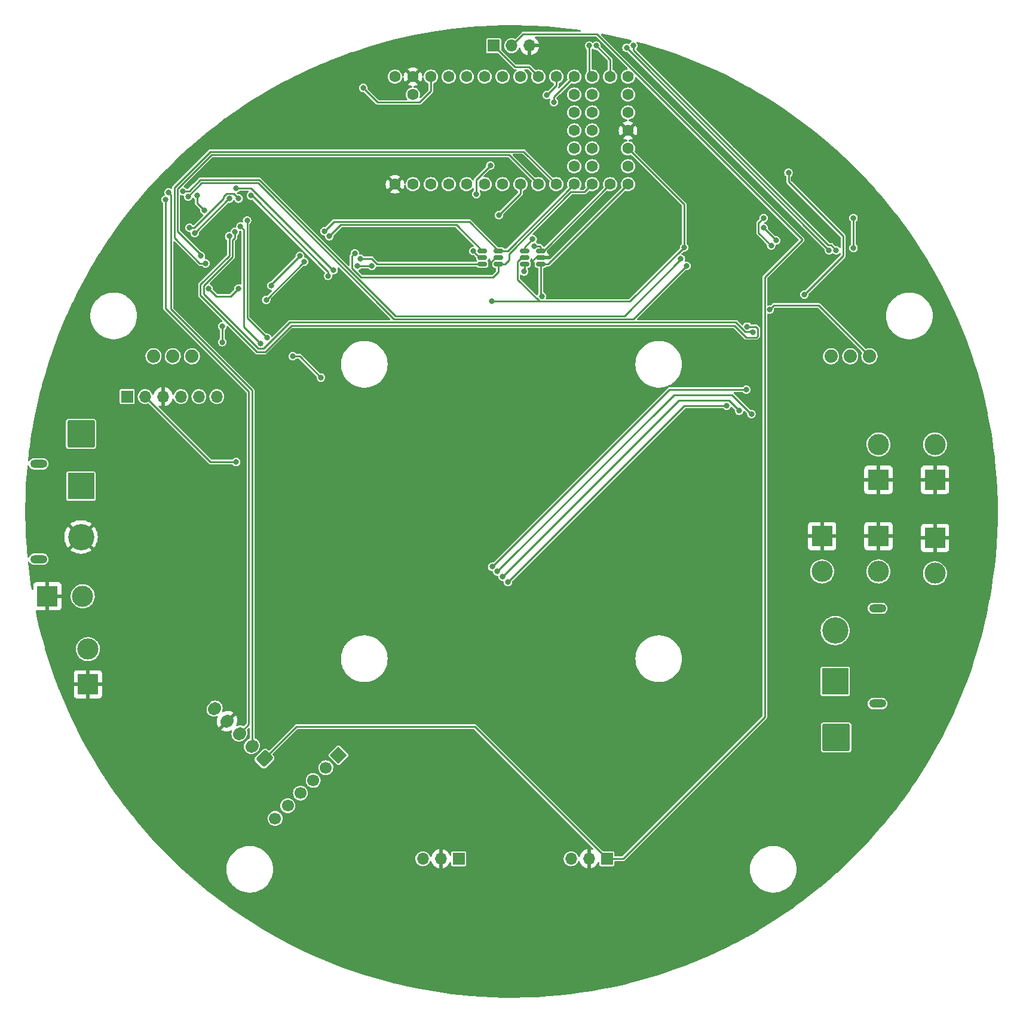
<source format=gbl>
%TF.GenerationSoftware,KiCad,Pcbnew,(6.0.7-1)-1*%
%TF.CreationDate,2023-02-20T20:58:05+08:00*%
%TF.ProjectId,layer3,6c617965-7233-42e6-9b69-6361645f7063,1.0*%
%TF.SameCoordinates,Original*%
%TF.FileFunction,Copper,L2,Bot*%
%TF.FilePolarity,Positive*%
%FSLAX46Y46*%
G04 Gerber Fmt 4.6, Leading zero omitted, Abs format (unit mm)*
G04 Created by KiCad (PCBNEW (6.0.7-1)-1) date 2023-02-20 20:58:05*
%MOMM*%
%LPD*%
G01*
G04 APERTURE LIST*
G04 Aperture macros list*
%AMRoundRect*
0 Rectangle with rounded corners*
0 $1 Rounding radius*
0 $2 $3 $4 $5 $6 $7 $8 $9 X,Y pos of 4 corners*
0 Add a 4 corners polygon primitive as box body*
4,1,4,$2,$3,$4,$5,$6,$7,$8,$9,$2,$3,0*
0 Add four circle primitives for the rounded corners*
1,1,$1+$1,$2,$3*
1,1,$1+$1,$4,$5*
1,1,$1+$1,$6,$7*
1,1,$1+$1,$8,$9*
0 Add four rect primitives between the rounded corners*
20,1,$1+$1,$2,$3,$4,$5,0*
20,1,$1+$1,$4,$5,$6,$7,0*
20,1,$1+$1,$6,$7,$8,$9,0*
20,1,$1+$1,$8,$9,$2,$3,0*%
%AMHorizOval*
0 Thick line with rounded ends*
0 $1 width*
0 $2 $3 position (X,Y) of the first rounded end (center of the circle)*
0 $4 $5 position (X,Y) of the second rounded end (center of the circle)*
0 Add line between two ends*
20,1,$1,$2,$3,$4,$5,0*
0 Add two circle primitives to create the rounded ends*
1,1,$1,$2,$3*
1,1,$1,$4,$5*%
%AMRotRect*
0 Rectangle, with rotation*
0 The origin of the aperture is its center*
0 $1 length*
0 $2 width*
0 $3 Rotation angle, in degrees counterclockwise*
0 Add horizontal line*
21,1,$1,$2,0,0,$3*%
G04 Aperture macros list end*
%TA.AperFunction,ComponentPad*%
%ADD10RoundRect,0.250000X0.936916X0.088388X0.088388X0.936916X-0.936916X-0.088388X-0.088388X-0.936916X0*%
%TD*%
%TA.AperFunction,ComponentPad*%
%ADD11HorizOval,1.700000X0.088388X0.088388X-0.088388X-0.088388X0*%
%TD*%
%TA.AperFunction,ComponentPad*%
%ADD12RotRect,1.700000X1.700000X315.000000*%
%TD*%
%TA.AperFunction,ComponentPad*%
%ADD13HorizOval,1.700000X0.000000X0.000000X0.000000X0.000000X0*%
%TD*%
%TA.AperFunction,ComponentPad*%
%ADD14C,1.879600*%
%TD*%
%TA.AperFunction,ComponentPad*%
%ADD15R,1.700000X1.700000*%
%TD*%
%TA.AperFunction,ComponentPad*%
%ADD16O,1.700000X1.700000*%
%TD*%
%TA.AperFunction,ComponentPad*%
%ADD17R,3.000000X3.000000*%
%TD*%
%TA.AperFunction,ComponentPad*%
%ADD18C,3.000000*%
%TD*%
%TA.AperFunction,ComponentPad*%
%ADD19C,1.600000*%
%TD*%
%TA.AperFunction,ComponentPad*%
%ADD20RoundRect,0.250002X-1.699998X-1.699998X1.699998X-1.699998X1.699998X1.699998X-1.699998X1.699998X0*%
%TD*%
%TA.AperFunction,ComponentPad*%
%ADD21R,3.716000X3.716000*%
%TD*%
%TA.AperFunction,ComponentPad*%
%ADD22C,3.716000*%
%TD*%
%TA.AperFunction,ComponentPad*%
%ADD23O,2.400000X1.200000*%
%TD*%
%TA.AperFunction,ComponentPad*%
%ADD24RoundRect,0.250002X1.699998X1.699998X-1.699998X1.699998X-1.699998X-1.699998X1.699998X-1.699998X0*%
%TD*%
%TA.AperFunction,SMDPad,CuDef*%
%ADD25RoundRect,0.150000X0.512500X0.150000X-0.512500X0.150000X-0.512500X-0.150000X0.512500X-0.150000X0*%
%TD*%
%TA.AperFunction,ViaPad*%
%ADD26C,0.800000*%
%TD*%
%TA.AperFunction,Conductor*%
%ADD27C,0.250000*%
%TD*%
G04 APERTURE END LIST*
D10*
X75000000Y-145000000D03*
D11*
X73232233Y-143232233D03*
X71464466Y-141464466D03*
X69696699Y-139696699D03*
X67928932Y-137928932D03*
D12*
X85490129Y-144509872D03*
D13*
X83694078Y-146305923D03*
X81898027Y-148101974D03*
X80101975Y-149898026D03*
X78305924Y-151694077D03*
X76509873Y-153490128D03*
D14*
X64717800Y-88000000D03*
X62000000Y-88000000D03*
X59282200Y-88000000D03*
D15*
X55550000Y-93719719D03*
D16*
X58090000Y-93719719D03*
X60630000Y-93719719D03*
X63170000Y-93719719D03*
X65710000Y-93719719D03*
X68250000Y-93719719D03*
D15*
X107475000Y-44000000D03*
D16*
X110015000Y-44000000D03*
X112555000Y-44000000D03*
D17*
X154000000Y-113500000D03*
D18*
X154000000Y-118500000D03*
D19*
X96030000Y-63620000D03*
X98570000Y-63620000D03*
X101110000Y-63620000D03*
X103650000Y-63620000D03*
X126510000Y-58540000D03*
X98570000Y-48380000D03*
X106190000Y-63620000D03*
X108730000Y-63620000D03*
X111270000Y-63620000D03*
X113810000Y-63620000D03*
X116350000Y-63620000D03*
X118890000Y-63620000D03*
X121430000Y-63620000D03*
X123970000Y-63620000D03*
X126510000Y-63620000D03*
X126510000Y-48380000D03*
X123970000Y-48380000D03*
X121430000Y-48380000D03*
X118890000Y-48380000D03*
X116350000Y-48380000D03*
X113810000Y-48380000D03*
X111270000Y-48380000D03*
X108730000Y-48380000D03*
X106190000Y-48380000D03*
X103650000Y-48380000D03*
X101110000Y-48380000D03*
X121430000Y-50920000D03*
X118890000Y-50920000D03*
X121430000Y-53460000D03*
X118890000Y-53460000D03*
X121430000Y-56000000D03*
X118890000Y-56000000D03*
X121430000Y-58540000D03*
X118890000Y-58540000D03*
X121430000Y-61080000D03*
X118890000Y-61080000D03*
X93490000Y-63620000D03*
X126510000Y-56000000D03*
X96030000Y-48380000D03*
X126510000Y-50920000D03*
X126510000Y-53460000D03*
X126510000Y-61080000D03*
X93490000Y-48380000D03*
X96030000Y-50920000D03*
D15*
X123525000Y-159200000D03*
D16*
X120985000Y-159200000D03*
X118445000Y-159200000D03*
D14*
X160717800Y-88000000D03*
X158000000Y-88000000D03*
X155282200Y-88000000D03*
D17*
X161999999Y-113500000D03*
D18*
X161999999Y-118500000D03*
D17*
X50000000Y-134500000D03*
D18*
X50000000Y-129500000D03*
D15*
X102525000Y-159200000D03*
D16*
X99985000Y-159200000D03*
X97445000Y-159200000D03*
D17*
X44250000Y-122000000D03*
D18*
X49250000Y-122000000D03*
D17*
X161999999Y-105500000D03*
D18*
X161999999Y-100500000D03*
D20*
X156000000Y-142000000D03*
D21*
X155869039Y-134067519D03*
D22*
X155869039Y-126867519D03*
D23*
X161869039Y-137217519D03*
X161869039Y-123717519D03*
D17*
X169999999Y-113750000D03*
D18*
X169999999Y-118750000D03*
D17*
X169999999Y-105500000D03*
D18*
X169999999Y-100500000D03*
D24*
X49000000Y-99000000D03*
D21*
X49000000Y-106400000D03*
D22*
X49000000Y-113600000D03*
D23*
X43000000Y-103250000D03*
X43000000Y-116750000D03*
D25*
X108137500Y-73050000D03*
X108137500Y-74000000D03*
X108137500Y-74950000D03*
X105862500Y-74950000D03*
X105862500Y-74000000D03*
X105862500Y-73050000D03*
X114137500Y-73050000D03*
X114137500Y-74000000D03*
X114137500Y-74950000D03*
X111862500Y-74950000D03*
X111862500Y-74000000D03*
X111862500Y-73050000D03*
D26*
X80000000Y-73800000D03*
X76000000Y-78000000D03*
X83493245Y-70293245D03*
X159250000Y-71750000D03*
X159500000Y-79500000D03*
X71250000Y-73000000D03*
X113000000Y-76000000D03*
X79000000Y-79000000D03*
X107000000Y-76000000D03*
X150750000Y-66000000D03*
X158750000Y-78750000D03*
X160250000Y-78750000D03*
X66000000Y-71750000D03*
X159500000Y-78000000D03*
X74250000Y-71250000D03*
X161000000Y-78000000D03*
X66500000Y-83750000D03*
X68500000Y-78500000D03*
X151032895Y-70174264D03*
X160250000Y-77250000D03*
X163250000Y-74250000D03*
X78250000Y-72250000D03*
X87800000Y-73400000D03*
X88600000Y-74200000D03*
X75250000Y-80000000D03*
X84200000Y-71000000D03*
X80600000Y-74600000D03*
X113200000Y-72400000D03*
X114287701Y-79512299D03*
X111800000Y-76000000D03*
X112996778Y-71421377D03*
X71000000Y-103000000D03*
X89000000Y-50000000D03*
X134455105Y-72581272D03*
X107200000Y-80200000D03*
X104600500Y-73106049D03*
X146600000Y-81385114D03*
X61400000Y-64800000D03*
X61000000Y-65800000D03*
X115000000Y-51000000D03*
X107000000Y-61000000D03*
X105016516Y-65008082D03*
X116000000Y-52000000D03*
X109500000Y-120000000D03*
X140500000Y-95000000D03*
X142250000Y-95724500D03*
X108750000Y-119250000D03*
X144000000Y-96174500D03*
X108000000Y-118500000D03*
X151500000Y-79250000D03*
X107257754Y-117830615D03*
X149250000Y-62000000D03*
X143250000Y-92750000D03*
X67098350Y-78394291D03*
X71340989Y-78394291D03*
X65116454Y-70546695D03*
X70022612Y-65674565D03*
X71340989Y-65666369D03*
X64374345Y-69804586D03*
X158457517Y-68406497D03*
X158457516Y-72649138D03*
X145729594Y-69820711D03*
X147497362Y-71588479D03*
X145729595Y-68406497D03*
X146790257Y-72295584D03*
X66669059Y-74846846D03*
X66000000Y-73800000D03*
X69000000Y-86000000D03*
X83000000Y-91000000D03*
X69000000Y-83750000D03*
X79000000Y-88000000D03*
X155000000Y-73000000D03*
X122000000Y-44000000D03*
X126301789Y-44316070D03*
X121000497Y-44000000D03*
X127250000Y-44000000D03*
X156008094Y-73006058D03*
X88200000Y-75200000D03*
X90212299Y-75212299D03*
X72543031Y-68743030D03*
X75400000Y-85400000D03*
X71600000Y-69600000D03*
X74400000Y-86200000D03*
X84800000Y-75800000D03*
X71000000Y-64200000D03*
X84000000Y-76600000D03*
X73068161Y-65242856D03*
X64188981Y-65376581D03*
X134800000Y-75200000D03*
X63400000Y-64600000D03*
X134000000Y-74200000D03*
X144200000Y-84600000D03*
X70800000Y-70400000D03*
X143400000Y-83800000D03*
X70000000Y-71000000D03*
X108200000Y-68000000D03*
X66490614Y-67353650D03*
X65426418Y-65199804D03*
D27*
X76000000Y-77800000D02*
X76000000Y-78000000D01*
X83493245Y-70293245D02*
X84836490Y-68950000D01*
X108137500Y-73050000D02*
X109460000Y-73050000D01*
X80000000Y-73800000D02*
X76000000Y-77800000D01*
X109460000Y-73050000D02*
X118890000Y-63620000D01*
X104037500Y-68950000D02*
X108137500Y-73050000D01*
X84836490Y-68950000D02*
X104037500Y-68950000D01*
X114137500Y-74000000D02*
X113453249Y-74000000D01*
X107000000Y-74753249D02*
X107000000Y-76000000D01*
X107753249Y-74000000D02*
X107000000Y-74753249D01*
X113000000Y-74453249D02*
X113000000Y-76000000D01*
X113453249Y-74000000D02*
X113000000Y-74453249D01*
X108137500Y-74000000D02*
X107753249Y-74000000D01*
X120305000Y-64745000D02*
X121430000Y-63620000D01*
X87400000Y-73800000D02*
X87400000Y-75527208D01*
X109050000Y-74950000D02*
X109646396Y-74353604D01*
X118401396Y-64745000D02*
X120305000Y-64745000D01*
X87800000Y-73400000D02*
X87400000Y-73800000D01*
X108137500Y-76062500D02*
X108137500Y-74950000D01*
X107400000Y-76800000D02*
X108137500Y-76062500D01*
X88672792Y-76800000D02*
X107400000Y-76800000D01*
X87400000Y-75527208D02*
X88672792Y-76800000D01*
X109646396Y-73500000D02*
X118401396Y-64745000D01*
X109646396Y-74353604D02*
X109646396Y-73500000D01*
X108137500Y-74950000D02*
X109050000Y-74950000D01*
X90975305Y-74950000D02*
X90225305Y-74200000D01*
X105862500Y-74950000D02*
X90975305Y-74950000D01*
X90225305Y-74200000D02*
X88600000Y-74200000D01*
X75250000Y-80000000D02*
X80600000Y-74650000D01*
X80600000Y-74650000D02*
X80600000Y-74600000D01*
X105862500Y-73050000D02*
X102212500Y-69400000D01*
X85800000Y-69400000D02*
X84200000Y-71000000D01*
X102212500Y-69400000D02*
X85800000Y-69400000D01*
X114137500Y-73050000D02*
X114540000Y-73050000D01*
X113200000Y-72400000D02*
X114000000Y-72400000D01*
X114540000Y-73050000D02*
X123970000Y-63620000D01*
X114000000Y-72400000D02*
X114137500Y-72537500D01*
X114137500Y-72537500D02*
X114137500Y-73050000D01*
X114137500Y-74950000D02*
X115180000Y-74950000D01*
X115180000Y-74950000D02*
X126510000Y-63620000D01*
X114137500Y-79362098D02*
X114137500Y-74950000D01*
X114287701Y-79512299D02*
X114137500Y-79362098D01*
X111862500Y-75937500D02*
X111800000Y-76000000D01*
X111862500Y-74950000D02*
X111862500Y-75937500D01*
X111862500Y-72555655D02*
X111862500Y-73050000D01*
X112996778Y-71421377D02*
X111862500Y-72555655D01*
X104825000Y-140500000D02*
X123525000Y-159200000D01*
X110015000Y-44000000D02*
X111651443Y-42363557D01*
X151200000Y-71479009D02*
X145875000Y-76804009D01*
X122084548Y-42363557D02*
X151200000Y-71479009D01*
X145875000Y-139125000D02*
X125800000Y-159200000D01*
X111651443Y-42363557D02*
X122084548Y-42363557D01*
X79500000Y-140500000D02*
X104825000Y-140500000D01*
X125800000Y-159200000D02*
X123525000Y-159200000D01*
X145875000Y-76804009D02*
X145875000Y-139125000D01*
X75000000Y-145000000D02*
X79500000Y-140500000D01*
X153521436Y-80803636D02*
X160717800Y-88000000D01*
X104875000Y-73396751D02*
X104875000Y-73380549D01*
X147181478Y-80803636D02*
X153521436Y-80803636D01*
X113762701Y-80237299D02*
X113987396Y-80237299D01*
X105478249Y-74000000D02*
X104875000Y-73396751D01*
X113762701Y-80237299D02*
X113875049Y-80124951D01*
X96955000Y-52045000D02*
X98570000Y-50430000D01*
X126799078Y-80237299D02*
X113987396Y-80237299D01*
X71000000Y-103000000D02*
X67370281Y-103000000D01*
X91045000Y-52045000D02*
X96955000Y-52045000D01*
X105862500Y-74000000D02*
X105478249Y-74000000D01*
X146600000Y-81385114D02*
X147181478Y-80803636D01*
X107237299Y-80237299D02*
X113762701Y-80237299D01*
X111475000Y-74000000D02*
X111862500Y-74000000D01*
X110875000Y-74600000D02*
X111475000Y-74000000D01*
X104875000Y-73380549D02*
X104600500Y-73106049D01*
X113987396Y-80237299D02*
X113875049Y-80124951D01*
X134455105Y-66485105D02*
X126510000Y-58540000D01*
X98570000Y-50430000D02*
X98570000Y-48380000D01*
X134455105Y-72581272D02*
X134455105Y-66485105D01*
X89000000Y-50000000D02*
X91045000Y-52045000D01*
X67370281Y-103000000D02*
X58090000Y-93719719D01*
X134455105Y-72581272D02*
X126799078Y-80237299D01*
X107200000Y-80200000D02*
X107237299Y-80237299D01*
X113875049Y-80124951D02*
X110875000Y-77124903D01*
X110875000Y-77124903D02*
X110875000Y-74600000D01*
X110475000Y-47000000D02*
X107475000Y-44000000D01*
X112430000Y-47000000D02*
X110475000Y-47000000D01*
X113810000Y-48380000D02*
X112430000Y-47000000D01*
X73232233Y-143232233D02*
X73232233Y-92832233D01*
X61725000Y-65125000D02*
X61400000Y-64800000D01*
X73232233Y-92832233D02*
X61725000Y-81325000D01*
X61725000Y-81325000D02*
X61725000Y-65125000D01*
X61000000Y-81236396D02*
X72782233Y-93018629D01*
X61000000Y-65800000D02*
X61000000Y-81236396D01*
X72782233Y-140146699D02*
X71464466Y-141464466D01*
X72782233Y-93018629D02*
X72782233Y-140146699D01*
X116350000Y-49650000D02*
X116350000Y-48380000D01*
X115000000Y-51000000D02*
X116350000Y-49650000D01*
X116000000Y-51270000D02*
X118890000Y-48380000D01*
X116000000Y-52000000D02*
X116000000Y-51270000D01*
X105016516Y-65008082D02*
X105000000Y-64991566D01*
X105000000Y-64991566D02*
X105000000Y-63000000D01*
X105000000Y-63000000D02*
X107000000Y-61000000D01*
X140500000Y-95000000D02*
X134500000Y-95000000D01*
X134500000Y-95000000D02*
X109500000Y-120000000D01*
X133725000Y-94275000D02*
X108750000Y-119250000D01*
X142250000Y-95724500D02*
X140800500Y-94275000D01*
X140800500Y-94275000D02*
X133725000Y-94275000D01*
X144000000Y-96174500D02*
X143924500Y-96174500D01*
X133000000Y-93500000D02*
X108000000Y-118500000D01*
X141250000Y-93500000D02*
X133000000Y-93500000D01*
X143924500Y-96174500D02*
X141250000Y-93500000D01*
X157000000Y-73750000D02*
X157000000Y-71000000D01*
X157000000Y-71000000D02*
X149250000Y-63250000D01*
X107283324Y-117830615D02*
X132363939Y-92750000D01*
X151500000Y-79250000D02*
X157000000Y-73750000D01*
X132363939Y-92750000D02*
X143250000Y-92750000D01*
X149250000Y-63250000D02*
X149250000Y-62000000D01*
X107257754Y-117830615D02*
X107283324Y-117830615D01*
X70235280Y-79500000D02*
X71340989Y-78394291D01*
X67098350Y-78394291D02*
X68204059Y-79500000D01*
X68204059Y-79500000D02*
X70235280Y-79500000D01*
X70022612Y-65674565D02*
X69988584Y-65674565D01*
X69988584Y-65674565D02*
X65116454Y-70546695D01*
X69210473Y-65658390D02*
X69210473Y-65374761D01*
X64374345Y-69804586D02*
X65064276Y-69804586D01*
X65064276Y-69804586D02*
X69210473Y-65658390D01*
X70624686Y-64950065D02*
X71340989Y-65666369D01*
X69210473Y-65374761D02*
X69635168Y-64950065D01*
X69635168Y-64950065D02*
X70624686Y-64950065D01*
X158457516Y-72649138D02*
X158457517Y-68406497D01*
X145729594Y-69820711D02*
X147497362Y-71588479D01*
X145004595Y-70509924D02*
X145004595Y-69131498D01*
X146790257Y-72295584D02*
X145004595Y-70509924D01*
X145004595Y-69131498D02*
X145729595Y-68406497D01*
X62225000Y-71225000D02*
X62225000Y-64113299D01*
X111730000Y-59000000D02*
X116350000Y-63620000D01*
X62225000Y-64113299D02*
X67338299Y-59000000D01*
X65846846Y-74846846D02*
X62225000Y-71225000D01*
X67338299Y-59000000D02*
X111730000Y-59000000D01*
X66669059Y-74846846D02*
X65846846Y-74846846D01*
X67524695Y-59450000D02*
X109640000Y-59450000D01*
X109640000Y-59450000D02*
X113810000Y-63620000D01*
X66000000Y-73600000D02*
X62675000Y-70275000D01*
X62675000Y-64299695D02*
X67524695Y-59450000D01*
X62675000Y-70275000D02*
X62675000Y-64299695D01*
X66000000Y-73800000D02*
X66000000Y-73600000D01*
X69000000Y-84250000D02*
X69000000Y-83750000D01*
X80000000Y-88000000D02*
X83000000Y-91000000D01*
X69000000Y-86000000D02*
X69000000Y-84250000D01*
X79000000Y-88000000D02*
X80000000Y-88000000D01*
X69000000Y-84250000D02*
X69000000Y-84000000D01*
X155000000Y-73000000D02*
X126316070Y-44316070D01*
X123970000Y-45970000D02*
X123970000Y-48380000D01*
X126316070Y-44316070D02*
X126301789Y-44316070D01*
X122000000Y-44000000D02*
X123970000Y-45970000D01*
X156008094Y-73006058D02*
X156008094Y-72982789D01*
X121000497Y-44000000D02*
X121000497Y-47950497D01*
X156008094Y-72982789D02*
X155300305Y-72275000D01*
X127250000Y-44613604D02*
X127250000Y-44000000D01*
X155300305Y-72275000D02*
X154911396Y-72275000D01*
X154911396Y-72275000D02*
X127250000Y-44613604D01*
X121000497Y-47950497D02*
X121430000Y-48380000D01*
X90200000Y-75200000D02*
X90212299Y-75212299D01*
X88200000Y-75200000D02*
X90200000Y-75200000D01*
X72543031Y-82543031D02*
X75400000Y-85400000D01*
X72543031Y-68743030D02*
X72543031Y-82543031D01*
X72065989Y-70065989D02*
X71600000Y-69600000D01*
X72065989Y-83865989D02*
X72065989Y-70065989D01*
X74400000Y-86200000D02*
X72065989Y-83865989D01*
X71000000Y-64200000D02*
X73050610Y-64200000D01*
X84650610Y-75800000D02*
X84800000Y-75800000D01*
X73050610Y-64200000D02*
X84650610Y-75800000D01*
X73068161Y-65242856D02*
X73217551Y-65242856D01*
X84000000Y-76025305D02*
X84000000Y-76600000D01*
X73217551Y-65242856D02*
X84000000Y-76025305D01*
X74075000Y-63475000D02*
X93350000Y-82750000D01*
X64188981Y-65376581D02*
X66090562Y-63475000D01*
X66090562Y-63475000D02*
X74075000Y-63475000D01*
X93350000Y-82750000D02*
X127250000Y-82750000D01*
X127250000Y-82750000D02*
X134800000Y-75200000D01*
X93536396Y-82300000D02*
X126000000Y-82300000D01*
X134000000Y-74300000D02*
X134000000Y-74200000D01*
X126000000Y-82300000D02*
X134000000Y-74300000D01*
X74261396Y-63025000D02*
X93536396Y-82300000D01*
X64329166Y-64600000D02*
X65904166Y-63025000D01*
X63400000Y-64600000D02*
X64329166Y-64600000D01*
X65904166Y-63025000D02*
X74261396Y-63025000D01*
X143700305Y-84525000D02*
X143099695Y-84525000D01*
X143099695Y-84525000D02*
X141774695Y-83200000D01*
X74900305Y-86925000D02*
X74099695Y-86925000D01*
X70450000Y-71575305D02*
X70800000Y-71225305D01*
X66373350Y-78026650D02*
X70450000Y-73950000D01*
X70800000Y-71225305D02*
X70800000Y-70400000D01*
X74099695Y-86925000D02*
X66373350Y-79198655D01*
X66373350Y-79198655D02*
X66373350Y-78026650D01*
X70450000Y-73950000D02*
X70450000Y-71575305D01*
X78625305Y-83200000D02*
X74900305Y-86925000D01*
X143912652Y-84312652D02*
X143700305Y-84525000D01*
X144200000Y-84600000D02*
X143912652Y-84312652D01*
X141774695Y-83200000D02*
X78625305Y-83200000D01*
X73913299Y-87375000D02*
X75086701Y-87375000D01*
X141588299Y-83650000D02*
X143263299Y-85325000D01*
X75086701Y-87375000D02*
X78811701Y-83650000D01*
X65923350Y-77840254D02*
X65923350Y-79385051D01*
X70000000Y-71000000D02*
X70000000Y-73763604D01*
X144925000Y-84125000D02*
X144600000Y-83800000D01*
X144675000Y-85325000D02*
X144925000Y-85075000D01*
X65923350Y-79385051D02*
X73913299Y-87375000D01*
X144600000Y-83800000D02*
X143400000Y-83800000D01*
X70000000Y-73763604D02*
X65923350Y-77840254D01*
X78811701Y-83650000D02*
X141588299Y-83650000D01*
X143263299Y-85325000D02*
X144675000Y-85325000D01*
X144925000Y-85075000D02*
X144925000Y-84125000D01*
X111270000Y-64930000D02*
X111270000Y-63620000D01*
X108200000Y-68000000D02*
X111270000Y-64930000D01*
X66490614Y-67353650D02*
X65426418Y-66289454D01*
X65426418Y-66289454D02*
X65426418Y-65199804D01*
%TA.AperFunction,Conductor*%
G36*
X110362186Y-41101468D02*
G01*
X110973569Y-41111606D01*
X111922402Y-41127340D01*
X111925186Y-41127418D01*
X112651754Y-41155965D01*
X113484416Y-41188681D01*
X113487271Y-41188826D01*
X114253838Y-41236382D01*
X115044674Y-41285444D01*
X115047442Y-41285647D01*
X116568392Y-41414702D01*
X116602298Y-41417579D01*
X116605144Y-41417853D01*
X118156579Y-41585023D01*
X118159417Y-41585362D01*
X119702334Y-41787121D01*
X119767286Y-41815786D01*
X119806430Y-41875017D01*
X119807337Y-41946008D01*
X119769719Y-42006220D01*
X119705520Y-42036535D01*
X119685997Y-42038057D01*
X111671153Y-42038057D01*
X111660171Y-42037577D01*
X111633623Y-42035254D01*
X111633621Y-42035254D01*
X111622636Y-42034293D01*
X111586228Y-42044049D01*
X111575501Y-42046427D01*
X111572142Y-42047019D01*
X111538398Y-42052969D01*
X111528853Y-42058480D01*
X111525577Y-42059672D01*
X111522409Y-42061149D01*
X111511759Y-42064003D01*
X111502728Y-42070327D01*
X111480899Y-42085612D01*
X111471628Y-42091518D01*
X111448537Y-42104850D01*
X111438988Y-42110363D01*
X111431902Y-42118808D01*
X111414758Y-42139239D01*
X111407332Y-42147342D01*
X110556491Y-42998183D01*
X110494179Y-43032209D01*
X110424400Y-43025783D01*
X110424055Y-43026897D01*
X110418786Y-43025266D01*
X110227254Y-42965977D01*
X110221129Y-42965333D01*
X110221128Y-42965333D01*
X110028498Y-42945087D01*
X110028496Y-42945087D01*
X110022369Y-42944443D01*
X109935529Y-42952346D01*
X109823342Y-42962555D01*
X109823339Y-42962556D01*
X109817203Y-42963114D01*
X109619572Y-43021280D01*
X109614107Y-43024137D01*
X109610959Y-43025783D01*
X109437002Y-43116726D01*
X109432201Y-43120586D01*
X109432198Y-43120588D01*
X109398770Y-43147465D01*
X109276447Y-43245815D01*
X109144024Y-43403630D01*
X109141056Y-43409028D01*
X109141053Y-43409033D01*
X109053825Y-43567701D01*
X109044776Y-43584162D01*
X108982484Y-43780532D01*
X108981798Y-43786649D01*
X108981797Y-43786653D01*
X108960955Y-43972471D01*
X108959520Y-43985262D01*
X108962509Y-44020859D01*
X108973495Y-44151679D01*
X108976759Y-44190553D01*
X108978458Y-44196478D01*
X109024395Y-44356678D01*
X109033544Y-44388586D01*
X109036359Y-44394063D01*
X109036360Y-44394066D01*
X109105036Y-44527696D01*
X109127712Y-44571818D01*
X109255677Y-44733270D01*
X109260370Y-44737264D01*
X109260371Y-44737265D01*
X109385510Y-44843766D01*
X109412564Y-44866791D01*
X109417942Y-44869797D01*
X109417944Y-44869798D01*
X109477674Y-44903180D01*
X109592398Y-44967297D01*
X109676280Y-44994552D01*
X109782471Y-45029056D01*
X109782475Y-45029057D01*
X109788329Y-45030959D01*
X109992894Y-45055351D01*
X109999029Y-45054879D01*
X109999031Y-45054879D01*
X110071625Y-45049293D01*
X110198300Y-45039546D01*
X110204230Y-45037890D01*
X110204232Y-45037890D01*
X110390797Y-44985800D01*
X110390796Y-44985800D01*
X110396725Y-44984145D01*
X110402214Y-44981372D01*
X110402220Y-44981370D01*
X110575116Y-44894033D01*
X110580610Y-44891258D01*
X110596345Y-44878965D01*
X110738101Y-44768213D01*
X110742951Y-44764424D01*
X110800992Y-44697183D01*
X110873540Y-44613134D01*
X110873540Y-44613133D01*
X110877564Y-44608472D01*
X110886271Y-44593146D01*
X110928103Y-44519507D01*
X110979323Y-44429344D01*
X110988271Y-44402444D01*
X111003496Y-44356678D01*
X111043978Y-44298354D01*
X111109566Y-44271175D01*
X111179437Y-44283770D01*
X111231406Y-44332141D01*
X111245971Y-44368751D01*
X111253564Y-44402444D01*
X111256645Y-44412275D01*
X111336770Y-44609603D01*
X111341413Y-44618794D01*
X111452694Y-44800388D01*
X111458777Y-44808699D01*
X111598213Y-44969667D01*
X111605580Y-44976883D01*
X111769434Y-45112916D01*
X111777881Y-45118831D01*
X111961756Y-45226279D01*
X111971042Y-45230729D01*
X112170001Y-45306703D01*
X112179899Y-45309579D01*
X112283250Y-45330606D01*
X112297299Y-45329410D01*
X112301000Y-45319065D01*
X112301000Y-45318517D01*
X112809000Y-45318517D01*
X112813064Y-45332359D01*
X112826478Y-45334393D01*
X112833184Y-45333534D01*
X112843262Y-45331392D01*
X113047255Y-45270191D01*
X113056842Y-45266433D01*
X113248095Y-45172739D01*
X113256945Y-45167464D01*
X113430328Y-45043792D01*
X113438200Y-45037139D01*
X113589052Y-44886812D01*
X113595730Y-44878965D01*
X113720003Y-44706020D01*
X113725313Y-44697183D01*
X113819670Y-44506267D01*
X113823469Y-44496672D01*
X113885377Y-44292910D01*
X113887555Y-44282837D01*
X113888986Y-44271962D01*
X113886775Y-44257778D01*
X113873617Y-44254000D01*
X112827115Y-44254000D01*
X112811876Y-44258475D01*
X112810671Y-44259865D01*
X112809000Y-44267548D01*
X112809000Y-45318517D01*
X112301000Y-45318517D01*
X112301000Y-44000000D01*
X120394815Y-44000000D01*
X120415453Y-44156762D01*
X120475961Y-44302841D01*
X120572215Y-44428282D01*
X120578761Y-44433305D01*
X120625701Y-44469323D01*
X120667568Y-44526661D01*
X120674997Y-44569286D01*
X120674997Y-47677349D01*
X120654995Y-47745470D01*
X120645519Y-47758340D01*
X120600480Y-47812016D01*
X120597516Y-47817408D01*
X120597513Y-47817412D01*
X120537846Y-47925947D01*
X120505956Y-47983954D01*
X120446628Y-48170978D01*
X120424757Y-48365963D01*
X120441175Y-48561483D01*
X120495258Y-48750091D01*
X120498076Y-48755574D01*
X120582123Y-48919113D01*
X120582126Y-48919117D01*
X120584944Y-48924601D01*
X120706818Y-49078369D01*
X120711511Y-49082363D01*
X120711512Y-49082364D01*
X120733908Y-49101424D01*
X120856238Y-49205535D01*
X120861616Y-49208541D01*
X120861618Y-49208542D01*
X120897932Y-49228837D01*
X121027513Y-49301257D01*
X121214118Y-49361889D01*
X121408946Y-49385121D01*
X121415081Y-49384649D01*
X121415083Y-49384649D01*
X121598434Y-49370541D01*
X121598438Y-49370540D01*
X121604576Y-49370068D01*
X121793556Y-49317303D01*
X121968689Y-49228837D01*
X121998515Y-49205535D01*
X122118453Y-49111829D01*
X122123303Y-49108040D01*
X122134493Y-49095077D01*
X122247485Y-48964173D01*
X122247485Y-48964172D01*
X122251509Y-48959511D01*
X122348425Y-48788909D01*
X122410358Y-48602732D01*
X122434949Y-48408071D01*
X122435341Y-48380000D01*
X122416194Y-48184728D01*
X122414413Y-48178829D01*
X122414412Y-48178824D01*
X122361265Y-48002793D01*
X122359484Y-47996894D01*
X122267370Y-47823653D01*
X122143361Y-47671602D01*
X121992180Y-47546535D01*
X121819585Y-47453213D01*
X121689542Y-47412958D01*
X121638039Y-47397015D01*
X121638036Y-47397014D01*
X121632152Y-47395193D01*
X121626027Y-47394549D01*
X121626026Y-47394549D01*
X121511909Y-47382555D01*
X121438826Y-47374873D01*
X121373169Y-47347859D01*
X121332540Y-47289638D01*
X121325997Y-47249563D01*
X121325997Y-44569286D01*
X121345999Y-44501165D01*
X121375293Y-44469323D01*
X121423544Y-44432299D01*
X121489765Y-44406699D01*
X121559314Y-44420964D01*
X121576951Y-44432299D01*
X121690604Y-44519507D01*
X121690608Y-44519509D01*
X121697159Y-44524536D01*
X121843238Y-44585044D01*
X122000000Y-44605682D01*
X122066843Y-44596882D01*
X122136990Y-44607821D01*
X122172383Y-44632709D01*
X123607595Y-46067921D01*
X123641621Y-46130233D01*
X123644500Y-46157016D01*
X123644500Y-47344837D01*
X123624498Y-47412958D01*
X123576876Y-47456498D01*
X123424976Y-47535910D01*
X123424972Y-47535912D01*
X123419512Y-47538767D01*
X123414712Y-47542627D01*
X123414711Y-47542627D01*
X123398984Y-47555272D01*
X123266600Y-47661711D01*
X123140480Y-47812016D01*
X123137516Y-47817408D01*
X123137513Y-47817412D01*
X123077846Y-47925947D01*
X123045956Y-47983954D01*
X122986628Y-48170978D01*
X122964757Y-48365963D01*
X122981175Y-48561483D01*
X123035258Y-48750091D01*
X123038076Y-48755574D01*
X123122123Y-48919113D01*
X123122126Y-48919117D01*
X123124944Y-48924601D01*
X123246818Y-49078369D01*
X123251511Y-49082363D01*
X123251512Y-49082364D01*
X123273908Y-49101424D01*
X123396238Y-49205535D01*
X123401616Y-49208541D01*
X123401618Y-49208542D01*
X123437932Y-49228837D01*
X123567513Y-49301257D01*
X123754118Y-49361889D01*
X123948946Y-49385121D01*
X123955081Y-49384649D01*
X123955083Y-49384649D01*
X124138434Y-49370541D01*
X124138438Y-49370540D01*
X124144576Y-49370068D01*
X124333556Y-49317303D01*
X124508689Y-49228837D01*
X124538515Y-49205535D01*
X124658453Y-49111829D01*
X124663303Y-49108040D01*
X124674493Y-49095077D01*
X124787485Y-48964173D01*
X124787485Y-48964172D01*
X124791509Y-48959511D01*
X124888425Y-48788909D01*
X124950358Y-48602732D01*
X124974949Y-48408071D01*
X124975341Y-48380000D01*
X124956194Y-48184728D01*
X124954413Y-48178829D01*
X124954412Y-48178824D01*
X124901265Y-48002793D01*
X124899484Y-47996894D01*
X124807370Y-47823653D01*
X124683361Y-47671602D01*
X124532180Y-47546535D01*
X124361571Y-47454287D01*
X124311162Y-47404292D01*
X124295500Y-47343451D01*
X124295500Y-45989710D01*
X124295980Y-45978728D01*
X124298303Y-45952180D01*
X124298303Y-45952178D01*
X124299264Y-45941193D01*
X124289508Y-45904785D01*
X124287130Y-45894058D01*
X124286538Y-45890699D01*
X124280588Y-45856955D01*
X124275077Y-45847410D01*
X124273885Y-45844134D01*
X124272408Y-45840966D01*
X124269554Y-45830316D01*
X124247945Y-45799456D01*
X124242039Y-45790185D01*
X124228707Y-45767094D01*
X124223194Y-45757545D01*
X124194317Y-45733315D01*
X124186215Y-45725889D01*
X122632709Y-44172383D01*
X122598683Y-44110071D01*
X122596882Y-44066842D01*
X122604604Y-44008188D01*
X122605682Y-44000000D01*
X122585044Y-43843238D01*
X122524536Y-43697159D01*
X122428282Y-43571718D01*
X122407960Y-43556124D01*
X122309392Y-43480491D01*
X122302841Y-43475464D01*
X122156762Y-43414956D01*
X122000000Y-43394318D01*
X121843238Y-43414956D01*
X121697159Y-43475464D01*
X121690608Y-43480491D01*
X121576953Y-43567701D01*
X121510732Y-43593301D01*
X121441184Y-43579036D01*
X121423546Y-43567701D01*
X121309893Y-43480493D01*
X121309889Y-43480491D01*
X121303338Y-43475464D01*
X121157259Y-43414956D01*
X121000497Y-43394318D01*
X120843735Y-43414956D01*
X120697656Y-43475464D01*
X120691105Y-43480491D01*
X120592538Y-43556124D01*
X120572215Y-43571718D01*
X120475961Y-43697159D01*
X120415453Y-43843238D01*
X120394815Y-44000000D01*
X112301000Y-44000000D01*
X112301000Y-43872000D01*
X112321002Y-43803879D01*
X112374658Y-43757386D01*
X112427000Y-43746000D01*
X113873344Y-43746000D01*
X113886875Y-43742027D01*
X113888180Y-43732947D01*
X113846214Y-43565875D01*
X113842894Y-43556124D01*
X113757972Y-43360814D01*
X113753105Y-43351739D01*
X113637426Y-43172926D01*
X113631136Y-43164757D01*
X113487806Y-43007240D01*
X113480273Y-43000216D01*
X113371027Y-42913939D01*
X113329964Y-42856022D01*
X113326732Y-42785099D01*
X113362357Y-42723688D01*
X113425528Y-42691285D01*
X113449119Y-42689057D01*
X121897532Y-42689057D01*
X121965653Y-42709059D01*
X121986627Y-42725962D01*
X126435280Y-47174615D01*
X126469306Y-47236927D01*
X126464241Y-47307742D01*
X126421694Y-47364578D01*
X126357604Y-47389191D01*
X126321618Y-47392466D01*
X126315704Y-47394207D01*
X126315702Y-47394207D01*
X126239105Y-47416751D01*
X126133393Y-47447864D01*
X126127928Y-47450721D01*
X125964972Y-47535912D01*
X125964968Y-47535915D01*
X125959512Y-47538767D01*
X125954712Y-47542627D01*
X125954711Y-47542627D01*
X125938984Y-47555272D01*
X125806600Y-47661711D01*
X125680480Y-47812016D01*
X125677516Y-47817408D01*
X125677513Y-47817412D01*
X125617846Y-47925947D01*
X125585956Y-47983954D01*
X125526628Y-48170978D01*
X125504757Y-48365963D01*
X125521175Y-48561483D01*
X125575258Y-48750091D01*
X125578076Y-48755574D01*
X125662123Y-48919113D01*
X125662126Y-48919117D01*
X125664944Y-48924601D01*
X125786818Y-49078369D01*
X125791511Y-49082363D01*
X125791512Y-49082364D01*
X125813908Y-49101424D01*
X125936238Y-49205535D01*
X125941616Y-49208541D01*
X125941618Y-49208542D01*
X125977932Y-49228837D01*
X126107513Y-49301257D01*
X126294118Y-49361889D01*
X126488946Y-49385121D01*
X126495081Y-49384649D01*
X126495083Y-49384649D01*
X126678434Y-49370541D01*
X126678438Y-49370540D01*
X126684576Y-49370068D01*
X126873556Y-49317303D01*
X127048689Y-49228837D01*
X127078515Y-49205535D01*
X127198453Y-49111829D01*
X127203303Y-49108040D01*
X127214493Y-49095077D01*
X127327485Y-48964173D01*
X127327485Y-48964172D01*
X127331509Y-48959511D01*
X127428425Y-48788909D01*
X127490358Y-48602732D01*
X127495569Y-48561483D01*
X127499963Y-48526702D01*
X127528345Y-48461625D01*
X127587405Y-48422224D01*
X127658391Y-48421007D01*
X127714064Y-48453399D01*
X150650579Y-71389914D01*
X150684605Y-71452226D01*
X150679540Y-71523041D01*
X150650579Y-71568104D01*
X145658785Y-76559898D01*
X145650681Y-76567325D01*
X145621806Y-76591554D01*
X145616293Y-76601103D01*
X145602961Y-76624194D01*
X145597055Y-76633465D01*
X145575446Y-76664325D01*
X145572592Y-76674975D01*
X145571115Y-76678143D01*
X145569923Y-76681419D01*
X145564412Y-76690964D01*
X145558462Y-76724708D01*
X145557870Y-76728067D01*
X145555492Y-76738794D01*
X145545736Y-76775202D01*
X145546697Y-76786187D01*
X145546697Y-76786189D01*
X145549020Y-76812737D01*
X145549500Y-76823719D01*
X145549500Y-138937983D01*
X145529498Y-139006104D01*
X145512595Y-139027078D01*
X125702079Y-158837595D01*
X125639767Y-158871621D01*
X125612984Y-158874500D01*
X124701500Y-158874500D01*
X124633379Y-158854498D01*
X124586886Y-158800842D01*
X124575500Y-158748500D01*
X124575500Y-158330252D01*
X124563867Y-158271769D01*
X124519552Y-158205448D01*
X124453231Y-158161133D01*
X124441062Y-158158712D01*
X124441061Y-158158712D01*
X124400816Y-158150707D01*
X124394748Y-158149500D01*
X122987016Y-158149500D01*
X122918895Y-158129498D01*
X122897921Y-158112595D01*
X105069111Y-140283785D01*
X105061684Y-140275681D01*
X105044541Y-140255251D01*
X105044542Y-140255251D01*
X105037455Y-140246806D01*
X105024833Y-140239519D01*
X105004815Y-140227961D01*
X104995544Y-140222055D01*
X104988201Y-140216913D01*
X104964684Y-140200446D01*
X104954034Y-140197592D01*
X104950866Y-140196115D01*
X104947590Y-140194923D01*
X104938045Y-140189412D01*
X104904301Y-140183462D01*
X104900942Y-140182870D01*
X104890215Y-140180492D01*
X104853807Y-140170736D01*
X104842822Y-140171697D01*
X104842820Y-140171697D01*
X104816272Y-140174020D01*
X104805290Y-140174500D01*
X79519710Y-140174500D01*
X79508728Y-140174020D01*
X79482180Y-140171697D01*
X79482178Y-140171697D01*
X79471193Y-140170736D01*
X79434785Y-140180492D01*
X79424058Y-140182870D01*
X79420699Y-140183462D01*
X79386955Y-140189412D01*
X79377410Y-140194923D01*
X79374134Y-140196115D01*
X79370966Y-140197592D01*
X79360316Y-140200446D01*
X79336799Y-140216913D01*
X79329456Y-140222055D01*
X79320185Y-140227961D01*
X79300167Y-140239519D01*
X79287545Y-140246806D01*
X79280459Y-140255251D01*
X79263315Y-140275682D01*
X79255889Y-140283785D01*
X75690136Y-143849538D01*
X75627824Y-143883564D01*
X75557009Y-143878499D01*
X75511946Y-143849538D01*
X75368874Y-143706466D01*
X75344467Y-143686275D01*
X75222350Y-143627634D01*
X75088388Y-143607495D01*
X74954427Y-143627634D01*
X74832310Y-143686275D01*
X74807903Y-143706466D01*
X73706466Y-144807903D01*
X73686275Y-144832310D01*
X73627634Y-144954427D01*
X73607495Y-145088388D01*
X73627634Y-145222350D01*
X73686275Y-145344467D01*
X73706466Y-145368874D01*
X74631126Y-146293534D01*
X74655533Y-146313725D01*
X74777650Y-146372366D01*
X74911612Y-146392505D01*
X75045573Y-146372366D01*
X75167690Y-146313725D01*
X75192097Y-146293534D01*
X75194446Y-146291185D01*
X82638598Y-146291185D01*
X82655837Y-146496476D01*
X82712622Y-146694509D01*
X82715437Y-146699986D01*
X82715438Y-146699989D01*
X82736325Y-146740630D01*
X82806790Y-146877741D01*
X82934755Y-147039193D01*
X82939448Y-147043187D01*
X82939449Y-147043188D01*
X83040127Y-147128871D01*
X83091642Y-147172714D01*
X83271476Y-147273220D01*
X83366316Y-147304036D01*
X83461549Y-147334979D01*
X83461553Y-147334980D01*
X83467407Y-147336882D01*
X83671972Y-147361274D01*
X83678107Y-147360802D01*
X83678109Y-147360802D01*
X83734117Y-147356492D01*
X83877378Y-147345469D01*
X83883308Y-147343813D01*
X83883310Y-147343813D01*
X84069875Y-147291723D01*
X84069874Y-147291723D01*
X84075803Y-147290068D01*
X84081292Y-147287295D01*
X84081298Y-147287293D01*
X84217088Y-147218700D01*
X84259688Y-147197181D01*
X84422029Y-147070347D01*
X84426569Y-147065088D01*
X84552618Y-146919057D01*
X84552618Y-146919056D01*
X84556642Y-146914395D01*
X84577465Y-146877741D01*
X84655354Y-146740630D01*
X84658401Y-146735267D01*
X84723429Y-146539786D01*
X84749249Y-146335397D01*
X84749468Y-146319729D01*
X84749612Y-146309445D01*
X84749612Y-146309441D01*
X84749661Y-146305923D01*
X84729558Y-146100893D01*
X84670013Y-145903672D01*
X84573296Y-145721772D01*
X84499937Y-145631825D01*
X84446984Y-145566898D01*
X84446981Y-145566895D01*
X84443089Y-145562123D01*
X84425864Y-145547873D01*
X84289103Y-145434734D01*
X84289099Y-145434732D01*
X84284353Y-145430805D01*
X84103133Y-145332820D01*
X83906332Y-145271900D01*
X83900207Y-145271256D01*
X83900206Y-145271256D01*
X83707576Y-145251010D01*
X83707574Y-145251010D01*
X83701447Y-145250366D01*
X83614607Y-145258269D01*
X83502420Y-145268478D01*
X83502417Y-145268479D01*
X83496281Y-145269037D01*
X83298650Y-145327203D01*
X83116080Y-145422649D01*
X83111279Y-145426509D01*
X83111276Y-145426511D01*
X83101049Y-145434734D01*
X82955525Y-145551738D01*
X82823102Y-145709553D01*
X82820134Y-145714951D01*
X82820131Y-145714956D01*
X82813393Y-145727213D01*
X82723854Y-145890085D01*
X82661562Y-146086455D01*
X82660876Y-146092572D01*
X82660875Y-146092576D01*
X82649317Y-146195624D01*
X82638598Y-146291185D01*
X75194446Y-146291185D01*
X76293534Y-145192097D01*
X76313725Y-145167690D01*
X76372366Y-145045573D01*
X76392505Y-144911612D01*
X76372366Y-144777650D01*
X76313725Y-144655533D01*
X76293534Y-144631126D01*
X76172280Y-144509872D01*
X84083620Y-144509872D01*
X84099181Y-144588103D01*
X84132309Y-144637683D01*
X85362318Y-145867692D01*
X85411898Y-145900820D01*
X85424067Y-145903241D01*
X85424068Y-145903241D01*
X85477958Y-145913960D01*
X85490129Y-145916381D01*
X85502300Y-145913960D01*
X85556190Y-145903241D01*
X85556191Y-145903241D01*
X85568360Y-145900820D01*
X85617940Y-145867692D01*
X86847949Y-144637683D01*
X86881077Y-144588103D01*
X86896638Y-144509872D01*
X86881077Y-144431641D01*
X86847949Y-144382061D01*
X85617940Y-143152052D01*
X85568360Y-143118924D01*
X85556191Y-143116503D01*
X85556190Y-143116503D01*
X85502300Y-143105784D01*
X85490129Y-143103363D01*
X85477958Y-143105784D01*
X85424068Y-143116503D01*
X85424067Y-143116503D01*
X85411898Y-143118924D01*
X85362318Y-143152052D01*
X84132309Y-144382061D01*
X84099181Y-144431641D01*
X84083620Y-144509872D01*
X76172280Y-144509872D01*
X76150462Y-144488054D01*
X76116436Y-144425742D01*
X76121501Y-144354927D01*
X76150462Y-144309864D01*
X79597921Y-140862405D01*
X79660233Y-140828379D01*
X79687016Y-140825500D01*
X104637984Y-140825500D01*
X104706105Y-140845502D01*
X104727079Y-140862405D01*
X121580547Y-157715873D01*
X121614573Y-157778185D01*
X121609508Y-157849000D01*
X121566961Y-157905836D01*
X121500441Y-157930647D01*
X121449392Y-157923741D01*
X121337959Y-157884280D01*
X121327988Y-157881646D01*
X121256837Y-157868972D01*
X121243540Y-157870432D01*
X121239000Y-157884989D01*
X121239000Y-160518517D01*
X121243064Y-160532359D01*
X121256478Y-160534393D01*
X121263184Y-160533534D01*
X121273262Y-160531392D01*
X121477255Y-160470191D01*
X121486842Y-160466433D01*
X121678095Y-160372739D01*
X121686945Y-160367464D01*
X121860328Y-160243792D01*
X121868200Y-160237139D01*
X122019052Y-160086812D01*
X122025730Y-160078965D01*
X122150003Y-159906020D01*
X122155313Y-159897183D01*
X122235543Y-159734851D01*
X122283657Y-159682644D01*
X122352358Y-159664737D01*
X122419834Y-159686816D01*
X122464663Y-159741870D01*
X122474500Y-159790678D01*
X122474500Y-160069748D01*
X122475707Y-160075816D01*
X122479331Y-160094033D01*
X122486133Y-160128231D01*
X122530448Y-160194552D01*
X122596769Y-160238867D01*
X122608938Y-160241288D01*
X122608939Y-160241288D01*
X122649184Y-160249293D01*
X122655252Y-160250500D01*
X124394748Y-160250500D01*
X124400816Y-160249293D01*
X124441061Y-160241288D01*
X124441062Y-160241288D01*
X124453231Y-160238867D01*
X124519552Y-160194552D01*
X124563867Y-160128231D01*
X124570670Y-160094033D01*
X124574293Y-160075816D01*
X124575500Y-160069748D01*
X124575500Y-159651500D01*
X124595502Y-159583379D01*
X124649158Y-159536886D01*
X124701500Y-159525500D01*
X125780290Y-159525500D01*
X125791272Y-159525980D01*
X125817820Y-159528303D01*
X125817822Y-159528303D01*
X125828807Y-159529264D01*
X125865215Y-159519508D01*
X125875942Y-159517130D01*
X125879301Y-159516538D01*
X125913045Y-159510588D01*
X125922590Y-159505077D01*
X125925866Y-159503885D01*
X125929034Y-159502408D01*
X125939684Y-159499554D01*
X125970544Y-159477945D01*
X125979815Y-159472039D01*
X126002906Y-159458707D01*
X126012455Y-159453194D01*
X126036685Y-159424317D01*
X126044111Y-159416215D01*
X141706495Y-143753832D01*
X153849500Y-143753832D01*
X153852481Y-143785367D01*
X153897366Y-143913183D01*
X153902957Y-143920753D01*
X153902959Y-143920756D01*
X153908748Y-143928593D01*
X153977851Y-144022149D01*
X153985422Y-144027741D01*
X154079244Y-144097041D01*
X154079247Y-144097043D01*
X154086817Y-144102634D01*
X154214633Y-144147519D01*
X154222279Y-144148242D01*
X154222280Y-144148242D01*
X154228250Y-144148806D01*
X154246168Y-144150500D01*
X157753832Y-144150500D01*
X157771750Y-144148806D01*
X157777720Y-144148242D01*
X157777721Y-144148242D01*
X157785367Y-144147519D01*
X157913183Y-144102634D01*
X157920753Y-144097043D01*
X157920756Y-144097041D01*
X158014578Y-144027741D01*
X158022149Y-144022149D01*
X158091252Y-143928593D01*
X158097041Y-143920756D01*
X158097043Y-143920753D01*
X158102634Y-143913183D01*
X158147519Y-143785367D01*
X158150500Y-143753832D01*
X158150500Y-140246168D01*
X158147519Y-140214633D01*
X158102634Y-140086817D01*
X158097043Y-140079247D01*
X158097041Y-140079244D01*
X158039903Y-140001888D01*
X158022149Y-139977851D01*
X157997552Y-139959683D01*
X157920756Y-139902959D01*
X157920753Y-139902957D01*
X157913183Y-139897366D01*
X157785367Y-139852481D01*
X157777721Y-139851758D01*
X157777720Y-139851758D01*
X157771750Y-139851194D01*
X157753832Y-139849500D01*
X154246168Y-139849500D01*
X154228250Y-139851194D01*
X154222280Y-139851758D01*
X154222279Y-139851758D01*
X154214633Y-139852481D01*
X154086817Y-139897366D01*
X154079247Y-139902957D01*
X154079244Y-139902959D01*
X154002448Y-139959683D01*
X153977851Y-139977851D01*
X153960097Y-140001888D01*
X153902959Y-140079244D01*
X153902957Y-140079247D01*
X153897366Y-140086817D01*
X153852481Y-140214633D01*
X153849500Y-140246168D01*
X153849500Y-143753832D01*
X141706495Y-143753832D01*
X146091222Y-139369105D01*
X146099326Y-139361678D01*
X146119750Y-139344540D01*
X146128194Y-139337455D01*
X146133704Y-139327912D01*
X146133707Y-139327908D01*
X146147036Y-139304821D01*
X146152941Y-139295551D01*
X146168232Y-139273713D01*
X146174554Y-139264684D01*
X146177407Y-139254036D01*
X146178886Y-139250865D01*
X146180078Y-139247589D01*
X146185588Y-139238045D01*
X146192134Y-139200924D01*
X146194508Y-139190217D01*
X146204263Y-139153807D01*
X146200979Y-139116269D01*
X146200500Y-139105288D01*
X146200500Y-137211895D01*
X160463494Y-137211895D01*
X160464230Y-137218898D01*
X160464230Y-137218899D01*
X160474178Y-137313546D01*
X160482266Y-137390502D01*
X160540142Y-137560512D01*
X160543832Y-137566510D01*
X160543833Y-137566512D01*
X160571611Y-137611664D01*
X160634245Y-137713474D01*
X160639171Y-137718505D01*
X160639174Y-137718508D01*
X160642877Y-137722289D01*
X160759898Y-137841787D01*
X160765823Y-137845606D01*
X160765825Y-137845607D01*
X160904930Y-137935254D01*
X160910856Y-137939073D01*
X160917476Y-137941482D01*
X160917479Y-137941484D01*
X161073000Y-137998089D01*
X161073003Y-137998090D01*
X161079617Y-138000497D01*
X161136347Y-138007663D01*
X161214394Y-138017523D01*
X161214397Y-138017523D01*
X161218322Y-138018019D01*
X162514194Y-138018019D01*
X162647511Y-138003065D01*
X162654886Y-138000497D01*
X162722490Y-137976955D01*
X162817112Y-137944004D01*
X162825004Y-137939073D01*
X162963440Y-137852568D01*
X162969414Y-137848835D01*
X163033404Y-137785290D01*
X163091849Y-137727252D01*
X163091852Y-137727248D01*
X163096846Y-137722289D01*
X163193076Y-137570655D01*
X163236892Y-137447606D01*
X163250958Y-137408105D01*
X163250959Y-137408100D01*
X163253320Y-137401470D01*
X163254153Y-137394484D01*
X163254154Y-137394480D01*
X163273750Y-137230136D01*
X163274584Y-137223143D01*
X163262079Y-137104159D01*
X163256549Y-137051544D01*
X163256548Y-137051540D01*
X163255812Y-137044536D01*
X163249819Y-137026933D01*
X163200207Y-136881196D01*
X163200206Y-136881193D01*
X163197936Y-136874526D01*
X163189277Y-136860450D01*
X163107524Y-136727564D01*
X163103833Y-136721564D01*
X163098907Y-136716533D01*
X163098904Y-136716530D01*
X163020605Y-136636574D01*
X162978180Y-136593251D01*
X162961452Y-136582470D01*
X162833148Y-136499784D01*
X162827222Y-136495965D01*
X162820602Y-136493556D01*
X162820599Y-136493554D01*
X162665078Y-136436949D01*
X162665075Y-136436948D01*
X162658461Y-136434541D01*
X162601731Y-136427375D01*
X162523684Y-136417515D01*
X162523681Y-136417515D01*
X162519756Y-136417019D01*
X161223884Y-136417019D01*
X161090567Y-136431973D01*
X161083914Y-136434290D01*
X161083913Y-136434290D01*
X161053773Y-136444786D01*
X160920966Y-136491034D01*
X160914992Y-136494767D01*
X160914990Y-136494768D01*
X160774638Y-136582470D01*
X160768664Y-136586203D01*
X160704674Y-136649748D01*
X160646229Y-136707786D01*
X160646226Y-136707790D01*
X160641232Y-136712749D01*
X160545002Y-136864383D01*
X160542637Y-136871025D01*
X160487120Y-137026933D01*
X160487119Y-137026938D01*
X160484758Y-137033568D01*
X160483925Y-137040554D01*
X160483924Y-137040558D01*
X160468687Y-137168342D01*
X160463494Y-137211895D01*
X146200500Y-137211895D01*
X146200500Y-135945267D01*
X153810539Y-135945267D01*
X153822172Y-136003750D01*
X153866487Y-136070071D01*
X153932808Y-136114386D01*
X153944977Y-136116807D01*
X153944978Y-136116807D01*
X153985223Y-136124812D01*
X153991291Y-136126019D01*
X157746787Y-136126019D01*
X157752855Y-136124812D01*
X157793100Y-136116807D01*
X157793101Y-136116807D01*
X157805270Y-136114386D01*
X157871591Y-136070071D01*
X157915906Y-136003750D01*
X157927539Y-135945267D01*
X157927539Y-132189771D01*
X157915906Y-132131288D01*
X157871591Y-132064967D01*
X157805270Y-132020652D01*
X157793101Y-132018231D01*
X157793100Y-132018231D01*
X157752855Y-132010226D01*
X157746787Y-132009019D01*
X153991291Y-132009019D01*
X153985223Y-132010226D01*
X153944978Y-132018231D01*
X153944977Y-132018231D01*
X153932808Y-132020652D01*
X153866487Y-132064967D01*
X153822172Y-132131288D01*
X153810539Y-132189771D01*
X153810539Y-135945267D01*
X146200500Y-135945267D01*
X146200500Y-126845912D01*
X153805842Y-126845912D01*
X153821999Y-127126120D01*
X153822824Y-127130325D01*
X153822825Y-127130333D01*
X153833750Y-127186016D01*
X153876035Y-127401543D01*
X153877422Y-127405593D01*
X153877423Y-127405598D01*
X153943532Y-127598686D01*
X153966950Y-127667084D01*
X154026424Y-127785335D01*
X154085464Y-127902723D01*
X154093061Y-127917829D01*
X154095487Y-127921358D01*
X154095490Y-127921364D01*
X154204051Y-128079320D01*
X154252036Y-128149139D01*
X154254923Y-128152312D01*
X154254924Y-128152313D01*
X154278265Y-128177964D01*
X154440933Y-128356734D01*
X154444222Y-128359484D01*
X154652964Y-128534020D01*
X154652969Y-128534024D01*
X154656256Y-128536772D01*
X154775138Y-128611347D01*
X154890380Y-128683638D01*
X154890384Y-128683640D01*
X154894020Y-128685921D01*
X155149827Y-128801422D01*
X155153946Y-128802642D01*
X155414829Y-128879920D01*
X155414834Y-128879921D01*
X155418942Y-128881138D01*
X155423176Y-128881786D01*
X155423181Y-128881787D01*
X155667553Y-128919181D01*
X155696386Y-128923593D01*
X155839331Y-128925838D01*
X155972733Y-128927934D01*
X155972739Y-128927934D01*
X155977024Y-128928001D01*
X156255665Y-128894282D01*
X156527151Y-128823059D01*
X156531111Y-128821419D01*
X156531116Y-128821417D01*
X156675026Y-128761807D01*
X156786459Y-128715650D01*
X156837335Y-128685921D01*
X157025093Y-128576204D01*
X157025094Y-128576204D01*
X157028791Y-128574043D01*
X157249663Y-128400857D01*
X157297391Y-128351606D01*
X157442004Y-128202376D01*
X157444987Y-128199298D01*
X157447520Y-128195850D01*
X157447524Y-128195845D01*
X157608611Y-127976551D01*
X157611149Y-127973096D01*
X157639452Y-127920968D01*
X157743025Y-127730211D01*
X157743026Y-127730209D01*
X157745075Y-127726435D01*
X157808171Y-127559456D01*
X157842768Y-127467899D01*
X157842769Y-127467895D01*
X157844286Y-127463881D01*
X157906946Y-127190292D01*
X157931896Y-126910730D01*
X157932349Y-126867519D01*
X157913259Y-126587496D01*
X157907962Y-126561915D01*
X157857211Y-126316851D01*
X157856342Y-126312654D01*
X157762651Y-126048080D01*
X157752440Y-126028295D01*
X157635886Y-125802476D01*
X157635886Y-125802475D01*
X157633921Y-125798669D01*
X157623634Y-125784031D01*
X157474995Y-125572541D01*
X157472532Y-125569036D01*
X157281472Y-125363431D01*
X157064276Y-125185658D01*
X156824962Y-125039006D01*
X156802387Y-125029096D01*
X156571892Y-124927916D01*
X156567960Y-124926190D01*
X156548558Y-124920663D01*
X156302153Y-124850473D01*
X156302154Y-124850473D01*
X156298025Y-124849297D01*
X156092256Y-124820012D01*
X156024404Y-124810355D01*
X156024402Y-124810355D01*
X156020152Y-124809750D01*
X156015863Y-124809728D01*
X156015856Y-124809727D01*
X155743769Y-124808302D01*
X155743762Y-124808302D01*
X155739483Y-124808280D01*
X155735238Y-124808839D01*
X155735236Y-124808839D01*
X155671852Y-124817184D01*
X155461211Y-124844916D01*
X155190485Y-124918978D01*
X154932316Y-125029096D01*
X154786760Y-125116210D01*
X154695162Y-125171030D01*
X154695158Y-125171033D01*
X154691480Y-125173234D01*
X154472434Y-125348723D01*
X154469490Y-125351825D01*
X154469486Y-125351829D01*
X154442363Y-125380411D01*
X154279231Y-125552316D01*
X154115447Y-125780246D01*
X153984112Y-126028295D01*
X153982640Y-126032318D01*
X153982638Y-126032322D01*
X153975393Y-126052121D01*
X153887655Y-126291874D01*
X153827864Y-126566104D01*
X153805842Y-126845912D01*
X146200500Y-126845912D01*
X146200500Y-123711895D01*
X160463494Y-123711895D01*
X160464230Y-123718898D01*
X160464230Y-123718899D01*
X160478611Y-123855724D01*
X160482266Y-123890502D01*
X160484537Y-123897173D01*
X160520259Y-124002105D01*
X160540142Y-124060512D01*
X160634245Y-124213474D01*
X160639171Y-124218505D01*
X160639174Y-124218508D01*
X160642877Y-124222289D01*
X160759898Y-124341787D01*
X160765823Y-124345606D01*
X160765825Y-124345607D01*
X160904930Y-124435254D01*
X160910856Y-124439073D01*
X160917476Y-124441482D01*
X160917479Y-124441484D01*
X161073000Y-124498089D01*
X161073003Y-124498090D01*
X161079617Y-124500497D01*
X161106160Y-124503850D01*
X161214394Y-124517523D01*
X161214397Y-124517523D01*
X161218322Y-124518019D01*
X162514194Y-124518019D01*
X162647511Y-124503065D01*
X162654886Y-124500497D01*
X162722490Y-124476955D01*
X162817112Y-124444004D01*
X162825004Y-124439073D01*
X162963440Y-124352568D01*
X162969414Y-124348835D01*
X163033404Y-124285290D01*
X163091849Y-124227252D01*
X163091852Y-124227248D01*
X163096846Y-124222289D01*
X163193076Y-124070655D01*
X163215373Y-124008038D01*
X163250958Y-123908105D01*
X163250959Y-123908100D01*
X163253320Y-123901470D01*
X163254153Y-123894484D01*
X163254154Y-123894480D01*
X163273750Y-123730136D01*
X163274584Y-123723143D01*
X163272543Y-123703720D01*
X163256549Y-123551544D01*
X163256548Y-123551540D01*
X163255812Y-123544536D01*
X163223060Y-123448327D01*
X163200207Y-123381196D01*
X163200206Y-123381193D01*
X163197936Y-123374526D01*
X163103833Y-123221564D01*
X163098907Y-123216533D01*
X163098904Y-123216530D01*
X163003156Y-123118756D01*
X162978180Y-123093251D01*
X162961452Y-123082470D01*
X162833148Y-122999784D01*
X162827222Y-122995965D01*
X162820602Y-122993556D01*
X162820599Y-122993554D01*
X162665078Y-122936949D01*
X162665075Y-122936948D01*
X162658461Y-122934541D01*
X162601731Y-122927375D01*
X162523684Y-122917515D01*
X162523681Y-122917515D01*
X162519756Y-122917019D01*
X161223884Y-122917019D01*
X161090567Y-122931973D01*
X161083914Y-122934290D01*
X161083913Y-122934290D01*
X161015588Y-122958083D01*
X160920966Y-122991034D01*
X160914992Y-122994767D01*
X160914990Y-122994768D01*
X160906963Y-122999784D01*
X160768664Y-123086203D01*
X160735883Y-123118756D01*
X160646229Y-123207786D01*
X160646226Y-123207790D01*
X160641232Y-123212749D01*
X160545002Y-123364383D01*
X160542637Y-123371025D01*
X160487120Y-123526933D01*
X160487119Y-123526938D01*
X160484758Y-123533568D01*
X160483925Y-123540554D01*
X160483924Y-123540558D01*
X160481409Y-123561653D01*
X160463494Y-123711895D01*
X146200500Y-123711895D01*
X146200500Y-118455361D01*
X152295316Y-118455361D01*
X152295540Y-118460027D01*
X152295540Y-118460033D01*
X152297460Y-118500000D01*
X152307443Y-118707820D01*
X152308356Y-118712409D01*
X152352295Y-118933305D01*
X152356752Y-118955713D01*
X152358331Y-118960111D01*
X152358333Y-118960118D01*
X152416295Y-119121554D01*
X152442160Y-119193595D01*
X152561792Y-119416240D01*
X152564587Y-119419984D01*
X152564589Y-119419986D01*
X152710226Y-119615018D01*
X152710231Y-119615024D01*
X152713018Y-119618756D01*
X152716327Y-119622036D01*
X152716332Y-119622042D01*
X152889200Y-119793408D01*
X152892517Y-119796696D01*
X152896279Y-119799454D01*
X152896282Y-119799457D01*
X153051558Y-119913309D01*
X153096346Y-119946149D01*
X153100481Y-119948325D01*
X153100485Y-119948327D01*
X153209245Y-120005548D01*
X153320026Y-120063833D01*
X153453709Y-120110517D01*
X153550380Y-120144276D01*
X153558644Y-120147162D01*
X153563237Y-120148034D01*
X153802369Y-120193435D01*
X153802372Y-120193435D01*
X153806958Y-120194306D01*
X153927081Y-120199026D01*
X154054845Y-120204046D01*
X154054850Y-120204046D01*
X154059513Y-120204229D01*
X154137657Y-120195671D01*
X154306107Y-120177223D01*
X154306112Y-120177222D01*
X154310760Y-120176713D01*
X154480404Y-120132050D01*
X154550658Y-120113554D01*
X154550661Y-120113553D01*
X154555181Y-120112363D01*
X154787405Y-120012591D01*
X154894774Y-119946149D01*
X154998358Y-119882050D01*
X154998362Y-119882047D01*
X155002331Y-119879591D01*
X155096989Y-119799457D01*
X155191672Y-119719302D01*
X155191673Y-119719301D01*
X155195238Y-119716283D01*
X155277886Y-119622042D01*
X155358806Y-119529771D01*
X155358810Y-119529766D01*
X155361888Y-119526256D01*
X155364418Y-119522323D01*
X155496094Y-119317610D01*
X155496096Y-119317607D01*
X155498619Y-119313684D01*
X155602428Y-119083236D01*
X155671034Y-118839976D01*
X155687565Y-118710033D01*
X155702533Y-118592378D01*
X155702533Y-118592372D01*
X155702931Y-118589247D01*
X155705268Y-118500000D01*
X155701951Y-118455361D01*
X160295315Y-118455361D01*
X160295539Y-118460027D01*
X160295539Y-118460033D01*
X160297459Y-118500000D01*
X160307442Y-118707820D01*
X160308355Y-118712409D01*
X160352294Y-118933305D01*
X160356751Y-118955713D01*
X160358330Y-118960111D01*
X160358332Y-118960118D01*
X160416294Y-119121554D01*
X160442159Y-119193595D01*
X160561791Y-119416240D01*
X160564586Y-119419984D01*
X160564588Y-119419986D01*
X160710225Y-119615018D01*
X160710230Y-119615024D01*
X160713017Y-119618756D01*
X160716326Y-119622036D01*
X160716331Y-119622042D01*
X160889199Y-119793408D01*
X160892516Y-119796696D01*
X160896278Y-119799454D01*
X160896281Y-119799457D01*
X161051557Y-119913309D01*
X161096345Y-119946149D01*
X161100480Y-119948325D01*
X161100484Y-119948327D01*
X161209244Y-120005548D01*
X161320025Y-120063833D01*
X161453708Y-120110517D01*
X161550379Y-120144276D01*
X161558643Y-120147162D01*
X161563236Y-120148034D01*
X161802368Y-120193435D01*
X161802371Y-120193435D01*
X161806957Y-120194306D01*
X161927080Y-120199026D01*
X162054844Y-120204046D01*
X162054849Y-120204046D01*
X162059512Y-120204229D01*
X162137656Y-120195671D01*
X162306106Y-120177223D01*
X162306111Y-120177222D01*
X162310759Y-120176713D01*
X162480403Y-120132050D01*
X162550657Y-120113554D01*
X162550660Y-120113553D01*
X162555180Y-120112363D01*
X162787404Y-120012591D01*
X162894773Y-119946149D01*
X162998357Y-119882050D01*
X162998361Y-119882047D01*
X163002330Y-119879591D01*
X163096988Y-119799457D01*
X163191671Y-119719302D01*
X163191672Y-119719301D01*
X163195237Y-119716283D01*
X163277885Y-119622042D01*
X163358805Y-119529771D01*
X163358809Y-119529766D01*
X163361887Y-119526256D01*
X163364417Y-119522323D01*
X163496093Y-119317610D01*
X163496095Y-119317607D01*
X163498618Y-119313684D01*
X163602427Y-119083236D01*
X163671033Y-118839976D01*
X163687564Y-118710033D01*
X163688158Y-118705361D01*
X168295315Y-118705361D01*
X168295539Y-118710027D01*
X168295539Y-118710033D01*
X168300312Y-118809392D01*
X168307442Y-118957820D01*
X168308355Y-118962409D01*
X168354341Y-119193595D01*
X168356751Y-119205713D01*
X168358330Y-119210111D01*
X168358332Y-119210118D01*
X168433957Y-119420750D01*
X168442159Y-119443595D01*
X168561791Y-119666240D01*
X168564586Y-119669984D01*
X168564588Y-119669986D01*
X168710225Y-119865018D01*
X168710230Y-119865024D01*
X168713017Y-119868756D01*
X168716326Y-119872036D01*
X168716331Y-119872042D01*
X168858112Y-120012591D01*
X168892516Y-120046696D01*
X168896278Y-120049454D01*
X168896281Y-120049457D01*
X169070533Y-120177223D01*
X169096345Y-120196149D01*
X169100480Y-120198325D01*
X169100484Y-120198327D01*
X169191763Y-120246351D01*
X169320025Y-120313833D01*
X169398100Y-120341098D01*
X169516360Y-120382396D01*
X169558643Y-120397162D01*
X169563236Y-120398034D01*
X169802368Y-120443435D01*
X169802371Y-120443435D01*
X169806957Y-120444306D01*
X169927080Y-120449026D01*
X170054844Y-120454046D01*
X170054849Y-120454046D01*
X170059512Y-120454229D01*
X170137656Y-120445671D01*
X170306106Y-120427223D01*
X170306111Y-120427222D01*
X170310759Y-120426713D01*
X170329663Y-120421736D01*
X170550657Y-120363554D01*
X170550660Y-120363553D01*
X170555180Y-120362363D01*
X170787404Y-120262591D01*
X170899159Y-120193435D01*
X170998357Y-120132050D01*
X170998361Y-120132047D01*
X171002330Y-120129591D01*
X171096988Y-120049457D01*
X171191671Y-119969302D01*
X171191672Y-119969301D01*
X171195237Y-119966283D01*
X171277885Y-119872042D01*
X171358805Y-119779771D01*
X171358809Y-119779766D01*
X171361887Y-119776256D01*
X171400463Y-119716283D01*
X171496093Y-119567610D01*
X171496095Y-119567607D01*
X171498618Y-119563684D01*
X171602427Y-119333236D01*
X171671033Y-119089976D01*
X171687553Y-118960118D01*
X171702532Y-118842378D01*
X171702532Y-118842372D01*
X171702930Y-118839247D01*
X171703033Y-118835345D01*
X171705184Y-118753160D01*
X171705267Y-118750000D01*
X171705033Y-118746851D01*
X171686882Y-118502597D01*
X171686881Y-118502593D01*
X171686536Y-118497945D01*
X171630755Y-118251428D01*
X171587426Y-118140007D01*
X171540842Y-118020216D01*
X171540841Y-118020214D01*
X171539149Y-118015863D01*
X171413730Y-117796426D01*
X171257254Y-117597938D01*
X171073159Y-117424758D01*
X170902085Y-117306079D01*
X170869330Y-117283356D01*
X170869327Y-117283354D01*
X170865488Y-117280691D01*
X170861295Y-117278623D01*
X170642992Y-117170968D01*
X170642989Y-117170967D01*
X170638804Y-117168903D01*
X170594378Y-117154682D01*
X170447436Y-117107646D01*
X170398086Y-117091849D01*
X170393479Y-117091099D01*
X170393476Y-117091098D01*
X170153234Y-117051972D01*
X170153235Y-117051972D01*
X170148623Y-117051221D01*
X170026025Y-117049616D01*
X169900572Y-117047974D01*
X169900569Y-117047974D01*
X169895895Y-117047913D01*
X169645454Y-117081996D01*
X169640964Y-117083305D01*
X169640958Y-117083306D01*
X169572926Y-117103136D01*
X169402802Y-117152723D01*
X169398555Y-117154681D01*
X169398552Y-117154682D01*
X169355004Y-117174758D01*
X169173269Y-117258539D01*
X169169360Y-117261102D01*
X168965811Y-117394554D01*
X168965806Y-117394558D01*
X168961898Y-117397120D01*
X168930932Y-117424758D01*
X168790050Y-117550500D01*
X168773332Y-117565421D01*
X168611714Y-117759746D01*
X168480594Y-117975825D01*
X168478785Y-117980139D01*
X168478784Y-117980141D01*
X168386865Y-118199344D01*
X168382853Y-118208911D01*
X168381702Y-118213443D01*
X168381701Y-118213446D01*
X168371758Y-118252597D01*
X168320638Y-118453883D01*
X168295315Y-118705361D01*
X163688158Y-118705361D01*
X163702532Y-118592378D01*
X163702532Y-118592372D01*
X163702930Y-118589247D01*
X163705267Y-118500000D01*
X163701503Y-118449344D01*
X163686882Y-118252597D01*
X163686881Y-118252593D01*
X163686536Y-118247945D01*
X163630755Y-118001428D01*
X163595678Y-117911228D01*
X163540842Y-117770216D01*
X163540841Y-117770214D01*
X163539149Y-117765863D01*
X163413730Y-117546426D01*
X163300136Y-117402333D01*
X163260146Y-117351606D01*
X163260143Y-117351603D01*
X163257254Y-117347938D01*
X163073159Y-117174758D01*
X162925431Y-117072275D01*
X162869330Y-117033356D01*
X162869327Y-117033354D01*
X162865488Y-117030691D01*
X162861295Y-117028623D01*
X162642992Y-116920968D01*
X162642989Y-116920967D01*
X162638804Y-116918903D01*
X162594378Y-116904682D01*
X162542402Y-116888045D01*
X162398086Y-116841849D01*
X162393479Y-116841099D01*
X162393476Y-116841098D01*
X162153234Y-116801972D01*
X162153235Y-116801972D01*
X162148623Y-116801221D01*
X162026025Y-116799616D01*
X161900572Y-116797974D01*
X161900569Y-116797974D01*
X161895895Y-116797913D01*
X161645454Y-116831996D01*
X161640964Y-116833305D01*
X161640958Y-116833306D01*
X161537850Y-116863360D01*
X161402802Y-116902723D01*
X161398555Y-116904681D01*
X161398552Y-116904682D01*
X161335063Y-116933951D01*
X161173269Y-117008539D01*
X161169360Y-117011102D01*
X160965811Y-117144554D01*
X160965806Y-117144558D01*
X160961898Y-117147120D01*
X160930932Y-117174758D01*
X160778167Y-117311106D01*
X160773332Y-117315421D01*
X160611714Y-117509746D01*
X160480594Y-117725825D01*
X160478785Y-117730139D01*
X160478784Y-117730141D01*
X160396633Y-117926050D01*
X160382853Y-117958911D01*
X160381702Y-117963443D01*
X160381701Y-117963446D01*
X160350788Y-118085168D01*
X160320638Y-118203883D01*
X160295315Y-118455361D01*
X155701951Y-118455361D01*
X155701504Y-118449344D01*
X155686883Y-118252597D01*
X155686882Y-118252593D01*
X155686537Y-118247945D01*
X155630756Y-118001428D01*
X155595679Y-117911228D01*
X155540843Y-117770216D01*
X155540842Y-117770214D01*
X155539150Y-117765863D01*
X155413731Y-117546426D01*
X155300137Y-117402333D01*
X155260147Y-117351606D01*
X155260144Y-117351603D01*
X155257255Y-117347938D01*
X155073160Y-117174758D01*
X154925432Y-117072275D01*
X154869331Y-117033356D01*
X154869328Y-117033354D01*
X154865489Y-117030691D01*
X154861296Y-117028623D01*
X154642993Y-116920968D01*
X154642990Y-116920967D01*
X154638805Y-116918903D01*
X154594379Y-116904682D01*
X154542403Y-116888045D01*
X154398087Y-116841849D01*
X154393480Y-116841099D01*
X154393477Y-116841098D01*
X154153235Y-116801972D01*
X154153236Y-116801972D01*
X154148624Y-116801221D01*
X154026026Y-116799616D01*
X153900573Y-116797974D01*
X153900570Y-116797974D01*
X153895896Y-116797913D01*
X153645455Y-116831996D01*
X153640965Y-116833305D01*
X153640959Y-116833306D01*
X153537851Y-116863360D01*
X153402803Y-116902723D01*
X153398556Y-116904681D01*
X153398553Y-116904682D01*
X153335064Y-116933951D01*
X153173270Y-117008539D01*
X153169361Y-117011102D01*
X152965812Y-117144554D01*
X152965807Y-117144558D01*
X152961899Y-117147120D01*
X152930933Y-117174758D01*
X152778168Y-117311106D01*
X152773333Y-117315421D01*
X152611715Y-117509746D01*
X152480595Y-117725825D01*
X152478786Y-117730139D01*
X152478785Y-117730141D01*
X152396634Y-117926050D01*
X152382854Y-117958911D01*
X152381703Y-117963443D01*
X152381702Y-117963446D01*
X152350789Y-118085168D01*
X152320639Y-118203883D01*
X152295316Y-118455361D01*
X146200500Y-118455361D01*
X146200500Y-115044669D01*
X151992001Y-115044669D01*
X151992371Y-115051490D01*
X151997895Y-115102352D01*
X152001521Y-115117604D01*
X152046676Y-115238054D01*
X152055214Y-115253649D01*
X152131715Y-115355724D01*
X152144276Y-115368285D01*
X152246351Y-115444786D01*
X152261946Y-115453324D01*
X152382394Y-115498478D01*
X152397649Y-115502105D01*
X152448514Y-115507631D01*
X152455328Y-115508000D01*
X153727885Y-115508000D01*
X153743124Y-115503525D01*
X153744329Y-115502135D01*
X153746000Y-115494452D01*
X153746000Y-115489884D01*
X154254000Y-115489884D01*
X154258475Y-115505123D01*
X154259865Y-115506328D01*
X154267548Y-115507999D01*
X155544669Y-115507999D01*
X155551490Y-115507629D01*
X155602352Y-115502105D01*
X155617604Y-115498479D01*
X155738054Y-115453324D01*
X155753649Y-115444786D01*
X155855724Y-115368285D01*
X155868285Y-115355724D01*
X155944786Y-115253649D01*
X155953324Y-115238054D01*
X155998478Y-115117606D01*
X156002105Y-115102351D01*
X156007631Y-115051486D01*
X156008000Y-115044672D01*
X156008000Y-115044669D01*
X159992000Y-115044669D01*
X159992370Y-115051490D01*
X159997894Y-115102352D01*
X160001520Y-115117604D01*
X160046675Y-115238054D01*
X160055213Y-115253649D01*
X160131714Y-115355724D01*
X160144275Y-115368285D01*
X160246350Y-115444786D01*
X160261945Y-115453324D01*
X160382393Y-115498478D01*
X160397648Y-115502105D01*
X160448513Y-115507631D01*
X160455327Y-115508000D01*
X161727884Y-115508000D01*
X161743123Y-115503525D01*
X161744328Y-115502135D01*
X161745999Y-115494452D01*
X161745999Y-115489884D01*
X162253999Y-115489884D01*
X162258474Y-115505123D01*
X162259864Y-115506328D01*
X162267547Y-115507999D01*
X163544668Y-115507999D01*
X163551489Y-115507629D01*
X163602351Y-115502105D01*
X163617603Y-115498479D01*
X163738053Y-115453324D01*
X163753648Y-115444786D01*
X163855723Y-115368285D01*
X163868284Y-115355724D01*
X163914042Y-115294669D01*
X167992000Y-115294669D01*
X167992370Y-115301490D01*
X167997894Y-115352352D01*
X168001520Y-115367604D01*
X168046675Y-115488054D01*
X168055213Y-115503649D01*
X168131714Y-115605724D01*
X168144275Y-115618285D01*
X168246350Y-115694786D01*
X168261945Y-115703324D01*
X168382393Y-115748478D01*
X168397648Y-115752105D01*
X168448513Y-115757631D01*
X168455327Y-115758000D01*
X169727884Y-115758000D01*
X169743123Y-115753525D01*
X169744328Y-115752135D01*
X169745999Y-115744452D01*
X169745999Y-115739884D01*
X170253999Y-115739884D01*
X170258474Y-115755123D01*
X170259864Y-115756328D01*
X170267547Y-115757999D01*
X171544668Y-115757999D01*
X171551489Y-115757629D01*
X171602351Y-115752105D01*
X171617603Y-115748479D01*
X171738053Y-115703324D01*
X171753648Y-115694786D01*
X171855723Y-115618285D01*
X171868284Y-115605724D01*
X171944785Y-115503649D01*
X171953323Y-115488054D01*
X171998477Y-115367606D01*
X172002104Y-115352351D01*
X172007630Y-115301486D01*
X172007999Y-115294672D01*
X172007999Y-114022115D01*
X172003524Y-114006876D01*
X172002134Y-114005671D01*
X171994451Y-114004000D01*
X170272114Y-114004000D01*
X170256875Y-114008475D01*
X170255670Y-114009865D01*
X170253999Y-114017548D01*
X170253999Y-115739884D01*
X169745999Y-115739884D01*
X169745999Y-114022115D01*
X169741524Y-114006876D01*
X169740134Y-114005671D01*
X169732451Y-114004000D01*
X168010115Y-114004000D01*
X167994876Y-114008475D01*
X167993671Y-114009865D01*
X167992000Y-114017548D01*
X167992000Y-115294669D01*
X163914042Y-115294669D01*
X163944785Y-115253649D01*
X163953323Y-115238054D01*
X163998477Y-115117606D01*
X164002104Y-115102351D01*
X164007630Y-115051486D01*
X164007999Y-115044672D01*
X164007999Y-113772115D01*
X164003524Y-113756876D01*
X164002134Y-113755671D01*
X163994451Y-113754000D01*
X162272114Y-113754000D01*
X162256875Y-113758475D01*
X162255670Y-113759865D01*
X162253999Y-113767548D01*
X162253999Y-115489884D01*
X161745999Y-115489884D01*
X161745999Y-113772115D01*
X161741524Y-113756876D01*
X161740134Y-113755671D01*
X161732451Y-113754000D01*
X160010115Y-113754000D01*
X159994876Y-113758475D01*
X159993671Y-113759865D01*
X159992000Y-113767548D01*
X159992000Y-115044669D01*
X156008000Y-115044669D01*
X156008000Y-113772115D01*
X156003525Y-113756876D01*
X156002135Y-113755671D01*
X155994452Y-113754000D01*
X154272115Y-113754000D01*
X154256876Y-113758475D01*
X154255671Y-113759865D01*
X154254000Y-113767548D01*
X154254000Y-115489884D01*
X153746000Y-115489884D01*
X153746000Y-113772115D01*
X153741525Y-113756876D01*
X153740135Y-113755671D01*
X153732452Y-113754000D01*
X152010116Y-113754000D01*
X151994877Y-113758475D01*
X151993672Y-113759865D01*
X151992001Y-113767548D01*
X151992001Y-115044669D01*
X146200500Y-115044669D01*
X146200500Y-113477885D01*
X167991999Y-113477885D01*
X167996474Y-113493124D01*
X167997864Y-113494329D01*
X168005547Y-113496000D01*
X169727884Y-113496000D01*
X169743123Y-113491525D01*
X169744328Y-113490135D01*
X169745999Y-113482452D01*
X169745999Y-113477885D01*
X170253999Y-113477885D01*
X170258474Y-113493124D01*
X170259864Y-113494329D01*
X170267547Y-113496000D01*
X171989883Y-113496000D01*
X172005122Y-113491525D01*
X172006327Y-113490135D01*
X172007998Y-113482452D01*
X172007998Y-112205331D01*
X172007628Y-112198510D01*
X172002104Y-112147648D01*
X171998478Y-112132396D01*
X171953323Y-112011946D01*
X171944785Y-111996351D01*
X171868284Y-111894276D01*
X171855723Y-111881715D01*
X171753648Y-111805214D01*
X171738053Y-111796676D01*
X171617605Y-111751522D01*
X171602350Y-111747895D01*
X171551485Y-111742369D01*
X171544671Y-111742000D01*
X170272114Y-111742000D01*
X170256875Y-111746475D01*
X170255670Y-111747865D01*
X170253999Y-111755548D01*
X170253999Y-113477885D01*
X169745999Y-113477885D01*
X169745999Y-111760116D01*
X169741524Y-111744877D01*
X169740134Y-111743672D01*
X169732451Y-111742001D01*
X168455330Y-111742001D01*
X168448509Y-111742371D01*
X168397647Y-111747895D01*
X168382395Y-111751521D01*
X168261945Y-111796676D01*
X168246350Y-111805214D01*
X168144275Y-111881715D01*
X168131714Y-111894276D01*
X168055213Y-111996351D01*
X168046675Y-112011946D01*
X168001521Y-112132394D01*
X167997894Y-112147649D01*
X167992368Y-112198514D01*
X167991999Y-112205328D01*
X167991999Y-113477885D01*
X146200500Y-113477885D01*
X146200500Y-113227885D01*
X151992000Y-113227885D01*
X151996475Y-113243124D01*
X151997865Y-113244329D01*
X152005548Y-113246000D01*
X153727885Y-113246000D01*
X153743124Y-113241525D01*
X153744329Y-113240135D01*
X153746000Y-113232452D01*
X153746000Y-113227885D01*
X154254000Y-113227885D01*
X154258475Y-113243124D01*
X154259865Y-113244329D01*
X154267548Y-113246000D01*
X155989884Y-113246000D01*
X156005123Y-113241525D01*
X156006328Y-113240135D01*
X156007999Y-113232452D01*
X156007999Y-113227885D01*
X159991999Y-113227885D01*
X159996474Y-113243124D01*
X159997864Y-113244329D01*
X160005547Y-113246000D01*
X161727884Y-113246000D01*
X161743123Y-113241525D01*
X161744328Y-113240135D01*
X161745999Y-113232452D01*
X161745999Y-113227885D01*
X162253999Y-113227885D01*
X162258474Y-113243124D01*
X162259864Y-113244329D01*
X162267547Y-113246000D01*
X163989883Y-113246000D01*
X164005122Y-113241525D01*
X164006327Y-113240135D01*
X164007998Y-113232452D01*
X164007998Y-111955331D01*
X164007628Y-111948510D01*
X164002104Y-111897648D01*
X163998478Y-111882396D01*
X163953323Y-111761946D01*
X163944785Y-111746351D01*
X163868284Y-111644276D01*
X163855723Y-111631715D01*
X163753648Y-111555214D01*
X163738053Y-111546676D01*
X163617605Y-111501522D01*
X163602350Y-111497895D01*
X163551485Y-111492369D01*
X163544671Y-111492000D01*
X162272114Y-111492000D01*
X162256875Y-111496475D01*
X162255670Y-111497865D01*
X162253999Y-111505548D01*
X162253999Y-113227885D01*
X161745999Y-113227885D01*
X161745999Y-111510116D01*
X161741524Y-111494877D01*
X161740134Y-111493672D01*
X161732451Y-111492001D01*
X160455330Y-111492001D01*
X160448509Y-111492371D01*
X160397647Y-111497895D01*
X160382395Y-111501521D01*
X160261945Y-111546676D01*
X160246350Y-111555214D01*
X160144275Y-111631715D01*
X160131714Y-111644276D01*
X160055213Y-111746351D01*
X160046675Y-111761946D01*
X160001521Y-111882394D01*
X159997894Y-111897649D01*
X159992368Y-111948514D01*
X159991999Y-111955328D01*
X159991999Y-113227885D01*
X156007999Y-113227885D01*
X156007999Y-111955331D01*
X156007629Y-111948510D01*
X156002105Y-111897648D01*
X155998479Y-111882396D01*
X155953324Y-111761946D01*
X155944786Y-111746351D01*
X155868285Y-111644276D01*
X155855724Y-111631715D01*
X155753649Y-111555214D01*
X155738054Y-111546676D01*
X155617606Y-111501522D01*
X155602351Y-111497895D01*
X155551486Y-111492369D01*
X155544672Y-111492000D01*
X154272115Y-111492000D01*
X154256876Y-111496475D01*
X154255671Y-111497865D01*
X154254000Y-111505548D01*
X154254000Y-113227885D01*
X153746000Y-113227885D01*
X153746000Y-111510116D01*
X153741525Y-111494877D01*
X153740135Y-111493672D01*
X153732452Y-111492001D01*
X152455331Y-111492001D01*
X152448510Y-111492371D01*
X152397648Y-111497895D01*
X152382396Y-111501521D01*
X152261946Y-111546676D01*
X152246351Y-111555214D01*
X152144276Y-111631715D01*
X152131715Y-111644276D01*
X152055214Y-111746351D01*
X152046676Y-111761946D01*
X152001522Y-111882394D01*
X151997895Y-111897649D01*
X151992369Y-111948514D01*
X151992000Y-111955328D01*
X151992000Y-113227885D01*
X146200500Y-113227885D01*
X146200500Y-107044669D01*
X159992000Y-107044669D01*
X159992370Y-107051490D01*
X159997894Y-107102352D01*
X160001520Y-107117604D01*
X160046675Y-107238054D01*
X160055213Y-107253649D01*
X160131714Y-107355724D01*
X160144275Y-107368285D01*
X160246350Y-107444786D01*
X160261945Y-107453324D01*
X160382393Y-107498478D01*
X160397648Y-107502105D01*
X160448513Y-107507631D01*
X160455327Y-107508000D01*
X161727884Y-107508000D01*
X161743123Y-107503525D01*
X161744328Y-107502135D01*
X161745999Y-107494452D01*
X161745999Y-107489884D01*
X162253999Y-107489884D01*
X162258474Y-107505123D01*
X162259864Y-107506328D01*
X162267547Y-107507999D01*
X163544668Y-107507999D01*
X163551489Y-107507629D01*
X163602351Y-107502105D01*
X163617603Y-107498479D01*
X163738053Y-107453324D01*
X163753648Y-107444786D01*
X163855723Y-107368285D01*
X163868284Y-107355724D01*
X163944785Y-107253649D01*
X163953323Y-107238054D01*
X163998477Y-107117606D01*
X164002104Y-107102351D01*
X164007630Y-107051486D01*
X164007999Y-107044672D01*
X164007999Y-107044669D01*
X167992000Y-107044669D01*
X167992370Y-107051490D01*
X167997894Y-107102352D01*
X168001520Y-107117604D01*
X168046675Y-107238054D01*
X168055213Y-107253649D01*
X168131714Y-107355724D01*
X168144275Y-107368285D01*
X168246350Y-107444786D01*
X168261945Y-107453324D01*
X168382393Y-107498478D01*
X168397648Y-107502105D01*
X168448513Y-107507631D01*
X168455327Y-107508000D01*
X169727884Y-107508000D01*
X169743123Y-107503525D01*
X169744328Y-107502135D01*
X169745999Y-107494452D01*
X169745999Y-107489884D01*
X170253999Y-107489884D01*
X170258474Y-107505123D01*
X170259864Y-107506328D01*
X170267547Y-107507999D01*
X171544668Y-107507999D01*
X171551489Y-107507629D01*
X171602351Y-107502105D01*
X171617603Y-107498479D01*
X171738053Y-107453324D01*
X171753648Y-107444786D01*
X171855723Y-107368285D01*
X171868284Y-107355724D01*
X171944785Y-107253649D01*
X171953323Y-107238054D01*
X171998477Y-107117606D01*
X172002104Y-107102351D01*
X172007630Y-107051486D01*
X172007999Y-107044672D01*
X172007999Y-105772115D01*
X172003524Y-105756876D01*
X172002134Y-105755671D01*
X171994451Y-105754000D01*
X170272114Y-105754000D01*
X170256875Y-105758475D01*
X170255670Y-105759865D01*
X170253999Y-105767548D01*
X170253999Y-107489884D01*
X169745999Y-107489884D01*
X169745999Y-105772115D01*
X169741524Y-105756876D01*
X169740134Y-105755671D01*
X169732451Y-105754000D01*
X168010115Y-105754000D01*
X167994876Y-105758475D01*
X167993671Y-105759865D01*
X167992000Y-105767548D01*
X167992000Y-107044669D01*
X164007999Y-107044669D01*
X164007999Y-105772115D01*
X164003524Y-105756876D01*
X164002134Y-105755671D01*
X163994451Y-105754000D01*
X162272114Y-105754000D01*
X162256875Y-105758475D01*
X162255670Y-105759865D01*
X162253999Y-105767548D01*
X162253999Y-107489884D01*
X161745999Y-107489884D01*
X161745999Y-105772115D01*
X161741524Y-105756876D01*
X161740134Y-105755671D01*
X161732451Y-105754000D01*
X160010115Y-105754000D01*
X159994876Y-105758475D01*
X159993671Y-105759865D01*
X159992000Y-105767548D01*
X159992000Y-107044669D01*
X146200500Y-107044669D01*
X146200500Y-105227885D01*
X159991999Y-105227885D01*
X159996474Y-105243124D01*
X159997864Y-105244329D01*
X160005547Y-105246000D01*
X161727884Y-105246000D01*
X161743123Y-105241525D01*
X161744328Y-105240135D01*
X161745999Y-105232452D01*
X161745999Y-105227885D01*
X162253999Y-105227885D01*
X162258474Y-105243124D01*
X162259864Y-105244329D01*
X162267547Y-105246000D01*
X163989883Y-105246000D01*
X164005122Y-105241525D01*
X164006327Y-105240135D01*
X164007998Y-105232452D01*
X164007998Y-105227885D01*
X167991999Y-105227885D01*
X167996474Y-105243124D01*
X167997864Y-105244329D01*
X168005547Y-105246000D01*
X169727884Y-105246000D01*
X169743123Y-105241525D01*
X169744328Y-105240135D01*
X169745999Y-105232452D01*
X169745999Y-105227885D01*
X170253999Y-105227885D01*
X170258474Y-105243124D01*
X170259864Y-105244329D01*
X170267547Y-105246000D01*
X171989883Y-105246000D01*
X172005122Y-105241525D01*
X172006327Y-105240135D01*
X172007998Y-105232452D01*
X172007998Y-103955331D01*
X172007628Y-103948510D01*
X172002104Y-103897648D01*
X171998478Y-103882396D01*
X171953323Y-103761946D01*
X171944785Y-103746351D01*
X171868284Y-103644276D01*
X171855723Y-103631715D01*
X171753648Y-103555214D01*
X171738053Y-103546676D01*
X171617605Y-103501522D01*
X171602350Y-103497895D01*
X171551485Y-103492369D01*
X171544671Y-103492000D01*
X170272114Y-103492000D01*
X170256875Y-103496475D01*
X170255670Y-103497865D01*
X170253999Y-103505548D01*
X170253999Y-105227885D01*
X169745999Y-105227885D01*
X169745999Y-103510116D01*
X169741524Y-103494877D01*
X169740134Y-103493672D01*
X169732451Y-103492001D01*
X168455330Y-103492001D01*
X168448509Y-103492371D01*
X168397647Y-103497895D01*
X168382395Y-103501521D01*
X168261945Y-103546676D01*
X168246350Y-103555214D01*
X168144275Y-103631715D01*
X168131714Y-103644276D01*
X168055213Y-103746351D01*
X168046675Y-103761946D01*
X168001521Y-103882394D01*
X167997894Y-103897649D01*
X167992368Y-103948514D01*
X167991999Y-103955328D01*
X167991999Y-105227885D01*
X164007998Y-105227885D01*
X164007998Y-103955331D01*
X164007628Y-103948510D01*
X164002104Y-103897648D01*
X163998478Y-103882396D01*
X163953323Y-103761946D01*
X163944785Y-103746351D01*
X163868284Y-103644276D01*
X163855723Y-103631715D01*
X163753648Y-103555214D01*
X163738053Y-103546676D01*
X163617605Y-103501522D01*
X163602350Y-103497895D01*
X163551485Y-103492369D01*
X163544671Y-103492000D01*
X162272114Y-103492000D01*
X162256875Y-103496475D01*
X162255670Y-103497865D01*
X162253999Y-103505548D01*
X162253999Y-105227885D01*
X161745999Y-105227885D01*
X161745999Y-103510116D01*
X161741524Y-103494877D01*
X161740134Y-103493672D01*
X161732451Y-103492001D01*
X160455330Y-103492001D01*
X160448509Y-103492371D01*
X160397647Y-103497895D01*
X160382395Y-103501521D01*
X160261945Y-103546676D01*
X160246350Y-103555214D01*
X160144275Y-103631715D01*
X160131714Y-103644276D01*
X160055213Y-103746351D01*
X160046675Y-103761946D01*
X160001521Y-103882394D01*
X159997894Y-103897649D01*
X159992368Y-103948514D01*
X159991999Y-103955328D01*
X159991999Y-105227885D01*
X146200500Y-105227885D01*
X146200500Y-100455361D01*
X160295315Y-100455361D01*
X160307442Y-100707820D01*
X160308355Y-100712409D01*
X160349798Y-100920756D01*
X160356751Y-100955713D01*
X160358330Y-100960111D01*
X160358332Y-100960118D01*
X160424702Y-101144974D01*
X160442159Y-101193595D01*
X160561791Y-101416240D01*
X160564586Y-101419984D01*
X160564588Y-101419986D01*
X160710225Y-101615018D01*
X160710230Y-101615024D01*
X160713017Y-101618756D01*
X160716326Y-101622036D01*
X160716331Y-101622042D01*
X160889199Y-101793408D01*
X160892516Y-101796696D01*
X160896278Y-101799454D01*
X160896281Y-101799457D01*
X161092574Y-101943384D01*
X161096345Y-101946149D01*
X161100480Y-101948325D01*
X161100484Y-101948327D01*
X161217951Y-102010129D01*
X161320025Y-102063833D01*
X161558643Y-102147162D01*
X161563236Y-102148034D01*
X161802368Y-102193435D01*
X161802371Y-102193435D01*
X161806957Y-102194306D01*
X161927080Y-102199026D01*
X162054844Y-102204046D01*
X162054849Y-102204046D01*
X162059512Y-102204229D01*
X162137656Y-102195671D01*
X162306106Y-102177223D01*
X162306111Y-102177222D01*
X162310759Y-102176713D01*
X162428860Y-102145620D01*
X162550657Y-102113554D01*
X162550660Y-102113553D01*
X162555180Y-102112363D01*
X162787404Y-102012591D01*
X162894773Y-101946149D01*
X162998357Y-101882050D01*
X162998361Y-101882047D01*
X163002330Y-101879591D01*
X163096988Y-101799457D01*
X163191671Y-101719302D01*
X163191672Y-101719301D01*
X163195237Y-101716283D01*
X163277885Y-101622042D01*
X163358805Y-101529771D01*
X163358809Y-101529766D01*
X163361887Y-101526256D01*
X163388195Y-101485356D01*
X163496093Y-101317610D01*
X163496095Y-101317607D01*
X163498618Y-101313684D01*
X163602427Y-101083236D01*
X163671033Y-100839976D01*
X163687262Y-100712409D01*
X163702532Y-100592378D01*
X163702532Y-100592372D01*
X163702930Y-100589247D01*
X163705267Y-100500000D01*
X163701950Y-100455361D01*
X168295315Y-100455361D01*
X168307442Y-100707820D01*
X168308355Y-100712409D01*
X168349798Y-100920756D01*
X168356751Y-100955713D01*
X168358330Y-100960111D01*
X168358332Y-100960118D01*
X168424702Y-101144974D01*
X168442159Y-101193595D01*
X168561791Y-101416240D01*
X168564586Y-101419984D01*
X168564588Y-101419986D01*
X168710225Y-101615018D01*
X168710230Y-101615024D01*
X168713017Y-101618756D01*
X168716326Y-101622036D01*
X168716331Y-101622042D01*
X168889199Y-101793408D01*
X168892516Y-101796696D01*
X168896278Y-101799454D01*
X168896281Y-101799457D01*
X169092574Y-101943384D01*
X169096345Y-101946149D01*
X169100480Y-101948325D01*
X169100484Y-101948327D01*
X169217951Y-102010129D01*
X169320025Y-102063833D01*
X169558643Y-102147162D01*
X169563236Y-102148034D01*
X169802368Y-102193435D01*
X169802371Y-102193435D01*
X169806957Y-102194306D01*
X169927080Y-102199026D01*
X170054844Y-102204046D01*
X170054849Y-102204046D01*
X170059512Y-102204229D01*
X170137656Y-102195671D01*
X170306106Y-102177223D01*
X170306111Y-102177222D01*
X170310759Y-102176713D01*
X170428860Y-102145620D01*
X170550657Y-102113554D01*
X170550660Y-102113553D01*
X170555180Y-102112363D01*
X170787404Y-102012591D01*
X170894773Y-101946149D01*
X170998357Y-101882050D01*
X170998361Y-101882047D01*
X171002330Y-101879591D01*
X171096988Y-101799457D01*
X171191671Y-101719302D01*
X171191672Y-101719301D01*
X171195237Y-101716283D01*
X171277885Y-101622042D01*
X171358805Y-101529771D01*
X171358809Y-101529766D01*
X171361887Y-101526256D01*
X171388195Y-101485356D01*
X171496093Y-101317610D01*
X171496095Y-101317607D01*
X171498618Y-101313684D01*
X171602427Y-101083236D01*
X171671033Y-100839976D01*
X171687262Y-100712409D01*
X171702532Y-100592378D01*
X171702532Y-100592372D01*
X171702930Y-100589247D01*
X171705267Y-100500000D01*
X171686536Y-100247945D01*
X171630755Y-100001428D01*
X171539149Y-99765863D01*
X171413730Y-99546426D01*
X171257254Y-99347938D01*
X171073159Y-99174758D01*
X170865488Y-99030691D01*
X170861295Y-99028623D01*
X170642992Y-98920968D01*
X170642989Y-98920967D01*
X170638804Y-98918903D01*
X170594378Y-98904682D01*
X170542402Y-98888045D01*
X170398086Y-98841849D01*
X170393479Y-98841099D01*
X170393476Y-98841098D01*
X170153234Y-98801972D01*
X170153235Y-98801972D01*
X170148623Y-98801221D01*
X170026025Y-98799616D01*
X169900572Y-98797974D01*
X169900569Y-98797974D01*
X169895895Y-98797913D01*
X169645454Y-98831996D01*
X169640964Y-98833305D01*
X169640958Y-98833306D01*
X169537850Y-98863360D01*
X169402802Y-98902723D01*
X169398555Y-98904681D01*
X169398552Y-98904682D01*
X169363225Y-98920968D01*
X169173269Y-99008539D01*
X169169360Y-99011102D01*
X168965811Y-99144554D01*
X168965806Y-99144558D01*
X168961898Y-99147120D01*
X168773332Y-99315421D01*
X168611714Y-99509746D01*
X168480594Y-99725825D01*
X168478785Y-99730139D01*
X168478784Y-99730141D01*
X168392900Y-99934952D01*
X168382853Y-99958911D01*
X168320638Y-100203883D01*
X168295315Y-100455361D01*
X163701950Y-100455361D01*
X163686536Y-100247945D01*
X163630755Y-100001428D01*
X163539149Y-99765863D01*
X163413730Y-99546426D01*
X163257254Y-99347938D01*
X163073159Y-99174758D01*
X162865488Y-99030691D01*
X162861295Y-99028623D01*
X162642992Y-98920968D01*
X162642989Y-98920967D01*
X162638804Y-98918903D01*
X162594378Y-98904682D01*
X162542402Y-98888045D01*
X162398086Y-98841849D01*
X162393479Y-98841099D01*
X162393476Y-98841098D01*
X162153234Y-98801972D01*
X162153235Y-98801972D01*
X162148623Y-98801221D01*
X162026025Y-98799616D01*
X161900572Y-98797974D01*
X161900569Y-98797974D01*
X161895895Y-98797913D01*
X161645454Y-98831996D01*
X161640964Y-98833305D01*
X161640958Y-98833306D01*
X161537850Y-98863360D01*
X161402802Y-98902723D01*
X161398555Y-98904681D01*
X161398552Y-98904682D01*
X161363225Y-98920968D01*
X161173269Y-99008539D01*
X161169360Y-99011102D01*
X160965811Y-99144554D01*
X160965806Y-99144558D01*
X160961898Y-99147120D01*
X160773332Y-99315421D01*
X160611714Y-99509746D01*
X160480594Y-99725825D01*
X160478785Y-99730139D01*
X160478784Y-99730141D01*
X160392900Y-99934952D01*
X160382853Y-99958911D01*
X160320638Y-100203883D01*
X160295315Y-100455361D01*
X146200500Y-100455361D01*
X146200500Y-87970023D01*
X154137407Y-87970023D01*
X154151114Y-88179146D01*
X154152537Y-88184748D01*
X154200803Y-88374796D01*
X154202701Y-88382271D01*
X154290441Y-88572592D01*
X154293771Y-88577304D01*
X154293774Y-88577309D01*
X154408058Y-88739018D01*
X154411394Y-88743738D01*
X154561512Y-88889976D01*
X154735765Y-89006408D01*
X154741068Y-89008686D01*
X154741071Y-89008688D01*
X154923011Y-89086856D01*
X154928318Y-89089136D01*
X155003622Y-89106175D01*
X155127086Y-89134113D01*
X155127091Y-89134114D01*
X155132723Y-89135388D01*
X155138494Y-89135615D01*
X155138496Y-89135615D01*
X155201490Y-89138090D01*
X155342134Y-89143616D01*
X155347843Y-89142788D01*
X155347847Y-89142788D01*
X155543823Y-89114372D01*
X155543827Y-89114371D01*
X155549538Y-89113543D01*
X155747989Y-89046179D01*
X155824737Y-89003198D01*
X155925802Y-88946599D01*
X155925806Y-88946596D01*
X155930840Y-88943777D01*
X156091968Y-88809768D01*
X156225977Y-88648640D01*
X156228796Y-88643606D01*
X156228799Y-88643602D01*
X156325556Y-88470830D01*
X156325556Y-88470829D01*
X156328379Y-88465789D01*
X156395743Y-88267338D01*
X156407719Y-88184748D01*
X156425284Y-88063604D01*
X156425284Y-88063602D01*
X156425816Y-88059934D01*
X156427385Y-88000000D01*
X156424631Y-87970023D01*
X156855207Y-87970023D01*
X156868914Y-88179146D01*
X156870337Y-88184748D01*
X156918603Y-88374796D01*
X156920501Y-88382271D01*
X157008241Y-88572592D01*
X157011571Y-88577304D01*
X157011574Y-88577309D01*
X157125858Y-88739018D01*
X157129194Y-88743738D01*
X157279312Y-88889976D01*
X157453565Y-89006408D01*
X157458868Y-89008686D01*
X157458871Y-89008688D01*
X157640811Y-89086856D01*
X157646118Y-89089136D01*
X157721422Y-89106175D01*
X157844886Y-89134113D01*
X157844891Y-89134114D01*
X157850523Y-89135388D01*
X157856294Y-89135615D01*
X157856296Y-89135615D01*
X157919290Y-89138090D01*
X158059934Y-89143616D01*
X158065643Y-89142788D01*
X158065647Y-89142788D01*
X158261623Y-89114372D01*
X158261627Y-89114371D01*
X158267338Y-89113543D01*
X158465789Y-89046179D01*
X158542537Y-89003198D01*
X158643602Y-88946599D01*
X158643606Y-88946596D01*
X158648640Y-88943777D01*
X158809768Y-88809768D01*
X158943777Y-88648640D01*
X158946596Y-88643606D01*
X158946599Y-88643602D01*
X159043356Y-88470830D01*
X159043356Y-88470829D01*
X159046179Y-88465789D01*
X159113543Y-88267338D01*
X159125519Y-88184748D01*
X159143084Y-88063604D01*
X159143084Y-88063602D01*
X159143616Y-88059934D01*
X159145185Y-88000000D01*
X159126009Y-87791307D01*
X159123888Y-87783785D01*
X159070690Y-87595161D01*
X159070689Y-87595159D01*
X159069122Y-87589602D01*
X159055391Y-87561757D01*
X158978986Y-87406823D01*
X158976431Y-87401642D01*
X158851038Y-87233722D01*
X158697144Y-87091464D01*
X158519903Y-86979633D01*
X158514543Y-86977495D01*
X158514540Y-86977493D01*
X158330619Y-86904116D01*
X158325250Y-86901974D01*
X158119704Y-86861088D01*
X158113929Y-86861012D01*
X158113925Y-86861012D01*
X158009126Y-86859641D01*
X157910150Y-86858345D01*
X157904453Y-86859324D01*
X157904452Y-86859324D01*
X157709301Y-86892857D01*
X157703604Y-86893836D01*
X157506985Y-86966373D01*
X157502024Y-86969325D01*
X157502023Y-86969325D01*
X157331845Y-87070570D01*
X157331842Y-87070572D01*
X157326877Y-87073526D01*
X157169312Y-87211707D01*
X157165737Y-87216242D01*
X157165736Y-87216243D01*
X157148312Y-87238346D01*
X157039567Y-87376288D01*
X157036876Y-87381404D01*
X157036874Y-87381406D01*
X156987388Y-87475464D01*
X156941987Y-87561757D01*
X156900268Y-87696115D01*
X156881906Y-87755251D01*
X156879840Y-87761903D01*
X156855207Y-87970023D01*
X156424631Y-87970023D01*
X156408209Y-87791307D01*
X156406088Y-87783785D01*
X156352890Y-87595161D01*
X156352889Y-87595159D01*
X156351322Y-87589602D01*
X156337591Y-87561757D01*
X156261186Y-87406823D01*
X156258631Y-87401642D01*
X156133238Y-87233722D01*
X155979344Y-87091464D01*
X155802103Y-86979633D01*
X155796743Y-86977495D01*
X155796740Y-86977493D01*
X155612819Y-86904116D01*
X155607450Y-86901974D01*
X155401904Y-86861088D01*
X155396129Y-86861012D01*
X155396125Y-86861012D01*
X155291326Y-86859641D01*
X155192350Y-86858345D01*
X155186653Y-86859324D01*
X155186652Y-86859324D01*
X154991501Y-86892857D01*
X154985804Y-86893836D01*
X154789185Y-86966373D01*
X154784224Y-86969325D01*
X154784223Y-86969325D01*
X154614045Y-87070570D01*
X154614042Y-87070572D01*
X154609077Y-87073526D01*
X154451512Y-87211707D01*
X154447937Y-87216242D01*
X154447936Y-87216243D01*
X154430512Y-87238346D01*
X154321767Y-87376288D01*
X154319076Y-87381404D01*
X154319074Y-87381406D01*
X154269588Y-87475464D01*
X154224187Y-87561757D01*
X154182468Y-87696115D01*
X154164106Y-87755251D01*
X154162040Y-87761903D01*
X154137407Y-87970023D01*
X146200500Y-87970023D01*
X146200500Y-82058185D01*
X146220502Y-81990064D01*
X146274158Y-81943571D01*
X146344432Y-81933467D01*
X146374718Y-81941776D01*
X146443238Y-81970158D01*
X146451426Y-81971236D01*
X146487985Y-81976049D01*
X146600000Y-81990796D01*
X146608188Y-81989718D01*
X146748574Y-81971236D01*
X146756762Y-81970158D01*
X146902841Y-81909650D01*
X147028282Y-81813396D01*
X147124536Y-81687955D01*
X147185044Y-81541876D01*
X147205682Y-81385114D01*
X147196882Y-81318271D01*
X147207821Y-81248124D01*
X147232709Y-81212731D01*
X147279399Y-81166041D01*
X147341711Y-81132015D01*
X147368494Y-81129136D01*
X153334420Y-81129136D01*
X153402541Y-81149138D01*
X153423515Y-81166041D01*
X159649128Y-87391654D01*
X159683154Y-87453966D01*
X159678089Y-87524781D01*
X159671545Y-87539408D01*
X159659787Y-87561757D01*
X159618068Y-87696115D01*
X159599706Y-87755251D01*
X159597640Y-87761903D01*
X159573007Y-87970023D01*
X159586714Y-88179146D01*
X159588137Y-88184748D01*
X159636403Y-88374796D01*
X159638301Y-88382271D01*
X159726041Y-88572592D01*
X159729371Y-88577304D01*
X159729374Y-88577309D01*
X159843658Y-88739018D01*
X159846994Y-88743738D01*
X159997112Y-88889976D01*
X160171365Y-89006408D01*
X160176668Y-89008686D01*
X160176671Y-89008688D01*
X160358611Y-89086856D01*
X160363918Y-89089136D01*
X160439222Y-89106175D01*
X160562686Y-89134113D01*
X160562691Y-89134114D01*
X160568323Y-89135388D01*
X160574094Y-89135615D01*
X160574096Y-89135615D01*
X160637090Y-89138090D01*
X160777734Y-89143616D01*
X160783443Y-89142788D01*
X160783447Y-89142788D01*
X160979423Y-89114372D01*
X160979427Y-89114371D01*
X160985138Y-89113543D01*
X161183589Y-89046179D01*
X161260337Y-89003198D01*
X161361402Y-88946599D01*
X161361406Y-88946596D01*
X161366440Y-88943777D01*
X161527568Y-88809768D01*
X161661577Y-88648640D01*
X161664396Y-88643606D01*
X161664399Y-88643602D01*
X161761156Y-88470830D01*
X161761156Y-88470829D01*
X161763979Y-88465789D01*
X161831343Y-88267338D01*
X161843319Y-88184748D01*
X161860884Y-88063604D01*
X161860884Y-88063602D01*
X161861416Y-88059934D01*
X161862985Y-88000000D01*
X161843809Y-87791307D01*
X161841688Y-87783785D01*
X161788490Y-87595161D01*
X161788489Y-87595159D01*
X161786922Y-87589602D01*
X161773191Y-87561757D01*
X161696786Y-87406823D01*
X161694231Y-87401642D01*
X161568838Y-87233722D01*
X161414944Y-87091464D01*
X161237703Y-86979633D01*
X161232343Y-86977495D01*
X161232340Y-86977493D01*
X161048419Y-86904116D01*
X161043050Y-86901974D01*
X160837504Y-86861088D01*
X160831729Y-86861012D01*
X160831725Y-86861012D01*
X160726926Y-86859641D01*
X160627950Y-86858345D01*
X160622253Y-86859324D01*
X160622252Y-86859324D01*
X160427101Y-86892857D01*
X160421404Y-86893836D01*
X160241808Y-86960093D01*
X160170975Y-86964905D01*
X160109102Y-86930976D01*
X155447210Y-82269084D01*
X163065197Y-82269084D01*
X163065369Y-82272479D01*
X163065369Y-82272480D01*
X163069339Y-82350842D01*
X163083284Y-82626125D01*
X163083821Y-82629480D01*
X163083822Y-82629486D01*
X163119863Y-82854498D01*
X163139825Y-82979124D01*
X163234160Y-83323952D01*
X163365183Y-83656575D01*
X163366766Y-83659590D01*
X163529780Y-83970086D01*
X163529785Y-83970094D01*
X163531364Y-83973102D01*
X163730757Y-84269830D01*
X163961030Y-84543288D01*
X164219490Y-84790278D01*
X164503112Y-85007909D01*
X164506023Y-85009679D01*
X164506029Y-85009683D01*
X164590092Y-85060794D01*
X164808580Y-85193637D01*
X165132320Y-85345287D01*
X165135538Y-85346389D01*
X165135541Y-85346390D01*
X165467321Y-85459984D01*
X165467329Y-85459986D01*
X165470544Y-85461087D01*
X165819296Y-85539682D01*
X165866946Y-85545111D01*
X166171114Y-85579767D01*
X166171122Y-85579767D01*
X166174497Y-85580152D01*
X166177901Y-85580170D01*
X166177904Y-85580170D01*
X166372415Y-85581188D01*
X166531990Y-85582024D01*
X166535376Y-85581674D01*
X166535378Y-85581674D01*
X166884203Y-85545627D01*
X166884212Y-85545626D01*
X166887595Y-85545276D01*
X166890928Y-85544562D01*
X166890931Y-85544561D01*
X167028557Y-85515056D01*
X167237151Y-85470337D01*
X167576570Y-85358085D01*
X167901880Y-85209833D01*
X168091645Y-85097159D01*
X168206331Y-85029064D01*
X168206336Y-85029061D01*
X168209276Y-85027315D01*
X168235123Y-85007909D01*
X168375059Y-84902841D01*
X168495162Y-84812665D01*
X168756194Y-84568396D01*
X168989318Y-84297364D01*
X169042954Y-84219323D01*
X169189877Y-84005549D01*
X169189882Y-84005542D01*
X169191807Y-84002740D01*
X169193419Y-83999746D01*
X169193424Y-83999738D01*
X169332223Y-83741959D01*
X169361293Y-83687971D01*
X169495793Y-83356738D01*
X169504230Y-83327122D01*
X169578353Y-83066910D01*
X169593733Y-83012917D01*
X169612958Y-82900446D01*
X169653396Y-82663876D01*
X169653396Y-82663874D01*
X169653968Y-82660529D01*
X169655345Y-82638030D01*
X169675682Y-82305495D01*
X169675792Y-82303697D01*
X169675873Y-82280622D01*
X169656540Y-81923647D01*
X169598767Y-81570847D01*
X169503229Y-81226350D01*
X169501571Y-81222182D01*
X169372305Y-80897352D01*
X169372301Y-80897344D01*
X169371045Y-80894187D01*
X169365504Y-80883722D01*
X169205356Y-80581254D01*
X169205354Y-80581251D01*
X169203761Y-80578242D01*
X169003334Y-80282212D01*
X168772107Y-80009559D01*
X168512787Y-79763473D01*
X168510080Y-79761411D01*
X168510072Y-79761404D01*
X168316415Y-79613878D01*
X168228406Y-79546833D01*
X167945749Y-79376323D01*
X167925213Y-79363935D01*
X167925212Y-79363935D01*
X167922292Y-79362173D01*
X167907583Y-79355345D01*
X167601106Y-79213083D01*
X167601104Y-79213082D01*
X167598025Y-79211653D01*
X167594813Y-79210566D01*
X167594806Y-79210563D01*
X167262635Y-79098130D01*
X167262630Y-79098128D01*
X167259399Y-79097035D01*
X166910374Y-79019658D01*
X166751445Y-79002112D01*
X166558415Y-78980801D01*
X166558410Y-78980801D01*
X166555034Y-78980428D01*
X166551635Y-78980422D01*
X166551634Y-78980422D01*
X166383031Y-78980128D01*
X166197536Y-78979804D01*
X166091153Y-78991173D01*
X165845446Y-79017431D01*
X165845440Y-79017432D01*
X165842062Y-79017793D01*
X165492770Y-79093951D01*
X165153745Y-79207387D01*
X165150652Y-79208809D01*
X165150651Y-79208810D01*
X165078900Y-79241812D01*
X164828955Y-79356774D01*
X164826021Y-79358530D01*
X164826019Y-79358531D01*
X164811382Y-79367291D01*
X164522198Y-79540364D01*
X164237063Y-79756010D01*
X163976885Y-80001189D01*
X163974673Y-80003779D01*
X163974671Y-80003781D01*
X163940972Y-80043238D01*
X163744708Y-80273033D01*
X163742789Y-80275846D01*
X163742786Y-80275850D01*
X163547043Y-80562799D01*
X163543248Y-80568362D01*
X163541641Y-80571372D01*
X163541639Y-80571375D01*
X163417107Y-80804604D01*
X163374862Y-80883722D01*
X163373589Y-80886890D01*
X163373588Y-80886891D01*
X163243517Y-81210455D01*
X163241520Y-81215422D01*
X163240601Y-81218690D01*
X163240599Y-81218697D01*
X163145701Y-81556305D01*
X163144780Y-81559583D01*
X163144218Y-81562940D01*
X163144218Y-81562941D01*
X163111139Y-81760617D01*
X163085776Y-81912178D01*
X163065197Y-82269084D01*
X155447210Y-82269084D01*
X153765547Y-80587421D01*
X153758120Y-80579317D01*
X153751456Y-80571375D01*
X153733891Y-80550442D01*
X153724342Y-80544929D01*
X153701251Y-80531597D01*
X153691980Y-80525691D01*
X153683151Y-80519509D01*
X153661120Y-80504082D01*
X153650470Y-80501228D01*
X153647302Y-80499751D01*
X153644026Y-80498559D01*
X153634481Y-80493048D01*
X153600737Y-80487098D01*
X153597378Y-80486506D01*
X153586651Y-80484128D01*
X153550243Y-80474372D01*
X153539258Y-80475333D01*
X153539256Y-80475333D01*
X153512708Y-80477656D01*
X153501726Y-80478136D01*
X147201188Y-80478136D01*
X147190206Y-80477656D01*
X147163658Y-80475333D01*
X147163656Y-80475333D01*
X147152671Y-80474372D01*
X147116263Y-80484128D01*
X147105536Y-80486506D01*
X147102177Y-80487098D01*
X147068433Y-80493048D01*
X147058888Y-80498559D01*
X147055612Y-80499751D01*
X147052444Y-80501228D01*
X147041794Y-80504082D01*
X147019763Y-80519509D01*
X147010934Y-80525691D01*
X147001663Y-80531597D01*
X146978572Y-80544929D01*
X146969023Y-80550442D01*
X146945696Y-80578242D01*
X146944793Y-80579318D01*
X146937367Y-80587421D01*
X146772383Y-80752405D01*
X146710071Y-80786431D01*
X146666843Y-80788232D01*
X146600000Y-80779432D01*
X146443238Y-80800070D01*
X146435609Y-80803230D01*
X146374718Y-80828452D01*
X146304128Y-80836041D01*
X146240641Y-80804262D01*
X146204414Y-80743204D01*
X146200500Y-80712043D01*
X146200500Y-76991025D01*
X146220502Y-76922904D01*
X146237405Y-76901930D01*
X148829915Y-74309421D01*
X151470747Y-71668589D01*
X151478312Y-71652366D01*
X151489289Y-71633354D01*
X151499554Y-71618693D01*
X151504183Y-71601416D01*
X151511696Y-71580773D01*
X151514601Y-71574543D01*
X151519259Y-71564555D01*
X151520819Y-71546722D01*
X151524632Y-71525099D01*
X151529263Y-71507816D01*
X151528303Y-71496838D01*
X151528303Y-71496834D01*
X151527704Y-71489986D01*
X151527704Y-71468032D01*
X151528303Y-71461182D01*
X151528303Y-71461179D01*
X151529263Y-71450202D01*
X151525929Y-71437760D01*
X151524633Y-71432922D01*
X151520820Y-71411296D01*
X151520221Y-71404451D01*
X151520220Y-71404446D01*
X151519259Y-71393464D01*
X151514599Y-71383470D01*
X151511697Y-71377246D01*
X151504185Y-71356608D01*
X151502407Y-71349973D01*
X151499554Y-71339325D01*
X151489289Y-71324666D01*
X151478308Y-71305645D01*
X151475407Y-71299423D01*
X151475406Y-71299422D01*
X151470747Y-71289430D01*
X122695927Y-42514610D01*
X122661901Y-42452298D01*
X122666966Y-42381483D01*
X122709513Y-42324647D01*
X122776033Y-42299836D01*
X122809818Y-42301979D01*
X123129904Y-42366229D01*
X124323640Y-42605844D01*
X124326436Y-42606439D01*
X125438448Y-42856022D01*
X125832406Y-42944443D01*
X125848891Y-42948143D01*
X125851648Y-42948794D01*
X126582152Y-43130252D01*
X126959927Y-43224092D01*
X127021216Y-43259927D01*
X127053403Y-43323208D01*
X127046267Y-43393845D01*
X127002075Y-43449411D01*
X126977770Y-43462785D01*
X126947159Y-43475464D01*
X126940608Y-43480491D01*
X126842041Y-43556124D01*
X126821718Y-43571718D01*
X126725464Y-43697159D01*
X126722303Y-43704789D01*
X126718175Y-43711940D01*
X126716856Y-43711178D01*
X126678072Y-43759306D01*
X126610708Y-43781727D01*
X126557993Y-43772216D01*
X126466181Y-43734186D01*
X126466178Y-43734185D01*
X126458551Y-43731026D01*
X126301789Y-43710388D01*
X126145027Y-43731026D01*
X126137398Y-43734186D01*
X126130819Y-43736911D01*
X125998948Y-43791534D01*
X125873507Y-43887788D01*
X125777253Y-44013229D01*
X125716745Y-44159308D01*
X125715667Y-44167496D01*
X125706930Y-44233863D01*
X125696107Y-44316070D01*
X125716745Y-44472832D01*
X125777253Y-44618911D01*
X125782280Y-44625462D01*
X125865004Y-44733270D01*
X125873507Y-44744352D01*
X125998948Y-44840606D01*
X126145027Y-44901114D01*
X126301789Y-44921752D01*
X126309977Y-44920674D01*
X126309978Y-44920674D01*
X126381251Y-44911291D01*
X126451400Y-44922230D01*
X126486792Y-44947118D01*
X154367291Y-72827617D01*
X154401317Y-72889929D01*
X154403118Y-72933157D01*
X154394318Y-73000000D01*
X154395396Y-73008188D01*
X154409358Y-73114237D01*
X154414956Y-73156762D01*
X154418116Y-73164391D01*
X154418913Y-73166316D01*
X154475464Y-73302841D01*
X154524461Y-73366695D01*
X154565665Y-73420393D01*
X154571718Y-73428282D01*
X154697159Y-73524536D01*
X154843238Y-73585044D01*
X154851426Y-73586122D01*
X154912861Y-73594210D01*
X155000000Y-73605682D01*
X155008188Y-73604604D01*
X155025340Y-73602346D01*
X155087139Y-73594210D01*
X155148574Y-73586122D01*
X155156762Y-73585044D01*
X155302841Y-73524536D01*
X155309392Y-73519509D01*
X155309396Y-73519507D01*
X155423793Y-73431728D01*
X155490013Y-73406128D01*
X155559562Y-73420393D01*
X155579310Y-73434994D01*
X155579812Y-73434340D01*
X155705253Y-73530594D01*
X155851332Y-73591102D01*
X156008094Y-73611740D01*
X156016282Y-73610662D01*
X156062298Y-73604604D01*
X156164856Y-73591102D01*
X156310935Y-73530594D01*
X156436376Y-73434340D01*
X156446048Y-73421736D01*
X156448536Y-73418493D01*
X156505874Y-73376624D01*
X156576745Y-73372402D01*
X156638648Y-73407165D01*
X156671930Y-73469877D01*
X156674500Y-73495195D01*
X156674500Y-73562984D01*
X156654498Y-73631105D01*
X156637595Y-73652079D01*
X151672383Y-78617291D01*
X151610071Y-78651317D01*
X151566843Y-78653118D01*
X151500000Y-78644318D01*
X151343238Y-78664956D01*
X151197159Y-78725464D01*
X151071718Y-78821718D01*
X150975464Y-78947159D01*
X150914956Y-79093238D01*
X150894318Y-79250000D01*
X150914956Y-79406762D01*
X150975464Y-79552841D01*
X151071718Y-79678282D01*
X151197159Y-79774536D01*
X151343238Y-79835044D01*
X151500000Y-79855682D01*
X151508188Y-79854604D01*
X151648574Y-79836122D01*
X151656762Y-79835044D01*
X151802841Y-79774536D01*
X151928282Y-79678282D01*
X152024536Y-79552841D01*
X152085044Y-79406762D01*
X152105682Y-79250000D01*
X152096882Y-79183157D01*
X152107821Y-79113010D01*
X152132709Y-79077617D01*
X157216215Y-73994111D01*
X157224319Y-73986684D01*
X157244749Y-73969541D01*
X157253194Y-73962455D01*
X157263461Y-73944672D01*
X157272039Y-73929815D01*
X157277945Y-73920544D01*
X157278184Y-73920202D01*
X157299554Y-73889684D01*
X157302408Y-73879034D01*
X157303885Y-73875866D01*
X157305077Y-73872590D01*
X157310588Y-73863045D01*
X157317130Y-73825942D01*
X157319509Y-73815210D01*
X157321391Y-73808187D01*
X157329264Y-73778807D01*
X157328205Y-73766695D01*
X157325979Y-73741257D01*
X157325500Y-73730276D01*
X157325500Y-72649138D01*
X157851834Y-72649138D01*
X157872472Y-72805900D01*
X157932980Y-72951979D01*
X158029234Y-73077420D01*
X158154675Y-73173674D01*
X158261967Y-73218116D01*
X158287387Y-73228645D01*
X158300754Y-73234182D01*
X158308942Y-73235260D01*
X158379135Y-73244501D01*
X158457516Y-73254820D01*
X158465704Y-73253742D01*
X158606090Y-73235260D01*
X158614278Y-73234182D01*
X158627646Y-73228645D01*
X158653065Y-73218116D01*
X158760357Y-73173674D01*
X158885798Y-73077420D01*
X158982052Y-72951979D01*
X159042560Y-72805900D01*
X159063198Y-72649138D01*
X159042560Y-72492376D01*
X158982052Y-72346297D01*
X158898101Y-72236889D01*
X158890821Y-72227402D01*
X158885798Y-72220856D01*
X158832312Y-72179815D01*
X158790445Y-72122477D01*
X158783016Y-72079852D01*
X158783017Y-68975783D01*
X158803019Y-68907662D01*
X158832313Y-68875820D01*
X158879253Y-68839802D01*
X158885799Y-68834779D01*
X158982053Y-68709338D01*
X159042561Y-68563259D01*
X159063199Y-68406497D01*
X159042561Y-68249735D01*
X158982053Y-68103656D01*
X158885799Y-67978215D01*
X158760358Y-67881961D01*
X158614279Y-67821453D01*
X158457517Y-67800815D01*
X158300755Y-67821453D01*
X158154676Y-67881961D01*
X158029235Y-67978215D01*
X157932981Y-68103656D01*
X157872473Y-68249735D01*
X157851835Y-68406497D01*
X157872473Y-68563259D01*
X157932981Y-68709338D01*
X158029235Y-68834779D01*
X158035781Y-68839802D01*
X158082721Y-68875820D01*
X158124588Y-68933158D01*
X158132017Y-68975783D01*
X158132016Y-72079852D01*
X158112014Y-72147973D01*
X158082720Y-72179815D01*
X158029234Y-72220856D01*
X158024211Y-72227402D01*
X158016931Y-72236889D01*
X157932980Y-72346297D01*
X157872472Y-72492376D01*
X157851834Y-72649138D01*
X157325500Y-72649138D01*
X157325500Y-71019713D01*
X157325979Y-71008732D01*
X157328303Y-70982170D01*
X157328303Y-70982168D01*
X157329263Y-70971193D01*
X157319508Y-70934783D01*
X157317133Y-70924072D01*
X157314149Y-70907149D01*
X157310588Y-70886955D01*
X157305079Y-70877412D01*
X157303888Y-70874140D01*
X157302408Y-70870967D01*
X157299554Y-70860316D01*
X157277945Y-70829456D01*
X157272039Y-70820185D01*
X157258707Y-70797094D01*
X157253194Y-70787545D01*
X157224317Y-70763315D01*
X157216215Y-70755889D01*
X149612405Y-63152079D01*
X149578379Y-63089767D01*
X149575500Y-63062984D01*
X149575500Y-62569286D01*
X149595502Y-62501165D01*
X149624796Y-62469323D01*
X149671736Y-62433305D01*
X149678282Y-62428282D01*
X149685180Y-62419293D01*
X149769509Y-62309392D01*
X149774536Y-62302841D01*
X149835044Y-62156762D01*
X149855682Y-62000000D01*
X149835044Y-61843238D01*
X149774536Y-61697159D01*
X149678282Y-61571718D01*
X149552841Y-61475464D01*
X149406762Y-61414956D01*
X149250000Y-61394318D01*
X149093238Y-61414956D01*
X148947159Y-61475464D01*
X148821718Y-61571718D01*
X148725464Y-61697159D01*
X148664956Y-61843238D01*
X148644318Y-62000000D01*
X148664956Y-62156762D01*
X148725464Y-62302841D01*
X148730491Y-62309392D01*
X148814821Y-62419293D01*
X148821718Y-62428282D01*
X148828264Y-62433305D01*
X148875204Y-62469323D01*
X148917071Y-62526661D01*
X148924500Y-62569286D01*
X148924500Y-63230290D01*
X148924020Y-63241272D01*
X148922779Y-63255461D01*
X148920736Y-63278807D01*
X148923590Y-63289456D01*
X148930491Y-63315210D01*
X148932870Y-63325942D01*
X148939412Y-63363045D01*
X148944923Y-63372590D01*
X148946115Y-63375866D01*
X148947592Y-63379034D01*
X148950446Y-63389684D01*
X148956770Y-63398715D01*
X148972055Y-63420544D01*
X148977961Y-63429815D01*
X148991293Y-63452906D01*
X148996806Y-63462455D01*
X149005251Y-63469541D01*
X149025682Y-63486685D01*
X149033785Y-63494111D01*
X156637595Y-71097921D01*
X156671621Y-71160233D01*
X156674500Y-71187016D01*
X156674500Y-72516921D01*
X156654498Y-72585042D01*
X156600842Y-72631535D01*
X156530568Y-72641639D01*
X156465988Y-72612145D01*
X156448536Y-72593623D01*
X156441400Y-72584323D01*
X156441399Y-72584322D01*
X156436376Y-72577776D01*
X156310935Y-72481522D01*
X156164856Y-72421014D01*
X156126551Y-72415971D01*
X156016282Y-72401454D01*
X156008094Y-72400376D01*
X155961814Y-72406469D01*
X155891666Y-72395530D01*
X155856273Y-72370642D01*
X155544416Y-72058785D01*
X155536989Y-72050681D01*
X155519846Y-72030251D01*
X155519847Y-72030251D01*
X155512760Y-72021806D01*
X155495751Y-72011986D01*
X155480120Y-72002961D01*
X155470849Y-71997055D01*
X155449020Y-71981770D01*
X155439989Y-71975446D01*
X155429339Y-71972592D01*
X155426171Y-71971115D01*
X155422895Y-71969923D01*
X155413350Y-71964412D01*
X155379606Y-71958462D01*
X155376247Y-71957870D01*
X155365520Y-71955492D01*
X155329112Y-71945736D01*
X155318127Y-71946697D01*
X155318125Y-71946697D01*
X155291577Y-71949020D01*
X155280595Y-71949500D01*
X155098413Y-71949500D01*
X155030292Y-71929498D01*
X155009318Y-71912595D01*
X141421832Y-58325109D01*
X127689868Y-44593146D01*
X127655842Y-44530834D01*
X127660907Y-44460019D01*
X127679000Y-44427347D01*
X127769509Y-44309392D01*
X127774536Y-44302841D01*
X127835044Y-44156762D01*
X127855682Y-44000000D01*
X127835044Y-43843238D01*
X127774536Y-43697159D01*
X127769511Y-43690610D01*
X127769509Y-43690607D01*
X127749020Y-43663906D01*
X127723419Y-43597685D01*
X127737683Y-43528137D01*
X127787284Y-43477340D01*
X127856474Y-43461424D01*
X127882124Y-43465638D01*
X128366702Y-43597749D01*
X128874289Y-43736133D01*
X128877002Y-43736906D01*
X130342454Y-44172383D01*
X130372751Y-44181386D01*
X130375472Y-44182228D01*
X130690793Y-44283770D01*
X131860768Y-44660535D01*
X131863479Y-44661442D01*
X132081827Y-44737265D01*
X133337582Y-45173337D01*
X133340194Y-45174278D01*
X134116498Y-45463754D01*
X134802256Y-45719467D01*
X134804923Y-45720496D01*
X136254217Y-46298706D01*
X136256860Y-46299795D01*
X137692677Y-46910742D01*
X137695295Y-46911892D01*
X139116913Y-47555272D01*
X139119504Y-47556480D01*
X140526070Y-48231902D01*
X140528633Y-48233168D01*
X141919618Y-48940382D01*
X141922151Y-48941707D01*
X143294173Y-49678921D01*
X143296631Y-49680242D01*
X143299129Y-49681620D01*
X143875162Y-50008188D01*
X144656574Y-50451190D01*
X144659045Y-50452628D01*
X145998682Y-51252798D01*
X146001119Y-51254292D01*
X147322226Y-52084628D01*
X147324629Y-52086177D01*
X148626515Y-52946244D01*
X148628883Y-52947846D01*
X149911042Y-53837311D01*
X149913346Y-53838949D01*
X151174995Y-54757274D01*
X151177166Y-54758893D01*
X151839498Y-55264368D01*
X152417625Y-55705581D01*
X152419878Y-55707341D01*
X153638522Y-56681914D01*
X153640734Y-56683725D01*
X153674743Y-56712211D01*
X154741954Y-57606122D01*
X154836902Y-57685652D01*
X154839063Y-57687503D01*
X154998900Y-57827677D01*
X156012268Y-58716377D01*
X156014395Y-58718286D01*
X156628863Y-59282329D01*
X156915149Y-59545121D01*
X157163900Y-59773459D01*
X157165964Y-59775398D01*
X157204488Y-59812405D01*
X158291273Y-60856417D01*
X158293312Y-60858421D01*
X158729216Y-61296613D01*
X159393819Y-61964705D01*
X159395745Y-61966686D01*
X160086400Y-62693213D01*
X160470851Y-63097633D01*
X160472797Y-63099727D01*
X160802276Y-63462455D01*
X161490795Y-64220454D01*
X161521936Y-64254738D01*
X161523827Y-64256867D01*
X161684080Y-64441542D01*
X162546525Y-65435423D01*
X162548374Y-65437603D01*
X163544063Y-66639048D01*
X163545862Y-66641270D01*
X164482089Y-67824613D01*
X164514025Y-67864979D01*
X164515758Y-67867221D01*
X164740098Y-68164391D01*
X165455928Y-69112607D01*
X165457624Y-69114908D01*
X165928293Y-69768709D01*
X166359211Y-70367291D01*
X166369254Y-70381242D01*
X166370883Y-70383559D01*
X167252411Y-71668589D01*
X167253618Y-71670349D01*
X167255190Y-71672698D01*
X168107903Y-72978264D01*
X168108467Y-72979128D01*
X168109985Y-72981511D01*
X168927312Y-74297159D01*
X168933411Y-74306976D01*
X168934886Y-74309411D01*
X169111549Y-74608728D01*
X169728016Y-75653196D01*
X169729441Y-75655675D01*
X170491898Y-77017140D01*
X170493267Y-77019650D01*
X170862010Y-77714617D01*
X171092264Y-78148574D01*
X171224613Y-78398012D01*
X171225919Y-78400543D01*
X171500241Y-78947159D01*
X171925827Y-79795186D01*
X171927080Y-79797756D01*
X172595138Y-81207858D01*
X172596333Y-81210455D01*
X173232254Y-82635407D01*
X173233387Y-82638026D01*
X173836818Y-84077046D01*
X173837860Y-84079612D01*
X174401851Y-85515056D01*
X174408505Y-85531992D01*
X174409518Y-85534660D01*
X174945857Y-86996321D01*
X174947035Y-86999532D01*
X174947977Y-87002193D01*
X175434847Y-88428282D01*
X175452137Y-88478926D01*
X175453023Y-88481622D01*
X175652287Y-89111686D01*
X175923550Y-89969411D01*
X175924381Y-89972147D01*
X176361015Y-91470173D01*
X176361784Y-91472926D01*
X176764331Y-92980514D01*
X176765037Y-92983284D01*
X177122925Y-94456984D01*
X177133275Y-94499604D01*
X177133911Y-94502358D01*
X177371262Y-95586401D01*
X177467653Y-96026646D01*
X177468233Y-96029445D01*
X177511116Y-96249036D01*
X177689817Y-97164103D01*
X177767310Y-97560922D01*
X177767826Y-97563734D01*
X178032077Y-99101586D01*
X178032529Y-99104409D01*
X178261827Y-100647892D01*
X178262203Y-100650637D01*
X178358712Y-101419986D01*
X178456424Y-102198923D01*
X178456748Y-102201763D01*
X178508287Y-102704789D01*
X178614349Y-103739955D01*
X178615792Y-103754042D01*
X178616049Y-103756865D01*
X178682796Y-104595604D01*
X178739836Y-105312374D01*
X178740030Y-105315226D01*
X178828491Y-106873072D01*
X178828621Y-106875928D01*
X178881717Y-108435419D01*
X178881782Y-108438277D01*
X178885829Y-108794984D01*
X178891053Y-109255399D01*
X178899485Y-109998635D01*
X178899486Y-110001384D01*
X178884403Y-111441558D01*
X178884344Y-111444306D01*
X178833970Y-113003895D01*
X178833846Y-113006751D01*
X178748099Y-114564837D01*
X178747909Y-114567689D01*
X178730688Y-114788973D01*
X178627496Y-116114951D01*
X178626843Y-116123340D01*
X178626593Y-116126146D01*
X178470255Y-117678746D01*
X178469938Y-117681568D01*
X178280902Y-119210118D01*
X178278423Y-119230161D01*
X178278045Y-119232960D01*
X178186644Y-119855682D01*
X178051441Y-120776837D01*
X178050994Y-120779660D01*
X177789428Y-122317965D01*
X177788917Y-122320778D01*
X177763698Y-122451125D01*
X177514711Y-123738054D01*
X177492515Y-123852775D01*
X177491949Y-123855533D01*
X177276181Y-124849297D01*
X177160865Y-125380411D01*
X177160227Y-125383198D01*
X176794639Y-126900148D01*
X176793938Y-126902919D01*
X176511185Y-127969328D01*
X176397584Y-128397778D01*
X176394020Y-128411218D01*
X176393267Y-128413933D01*
X176053834Y-129586090D01*
X175959225Y-129912799D01*
X175958398Y-129915536D01*
X175490488Y-131404085D01*
X175489600Y-131406802D01*
X175239539Y-132143458D01*
X174988705Y-132882394D01*
X174988040Y-132884352D01*
X174987096Y-132887034D01*
X174492763Y-134241525D01*
X174452108Y-134352920D01*
X174451105Y-134355573D01*
X173883009Y-135808915D01*
X173881972Y-135811482D01*
X173281022Y-137251626D01*
X173279926Y-137254171D01*
X172946931Y-138003850D01*
X172646499Y-138680218D01*
X172645309Y-138682818D01*
X172469829Y-139054890D01*
X171979678Y-140094160D01*
X171978470Y-140096648D01*
X171340397Y-141373632D01*
X171280981Y-141492543D01*
X171279689Y-141495056D01*
X170622531Y-142738837D01*
X170550726Y-142874740D01*
X170549373Y-142877233D01*
X170307552Y-143310808D01*
X169789300Y-144240012D01*
X169787879Y-144242493D01*
X168997093Y-145587664D01*
X168995616Y-145590112D01*
X168174543Y-146916952D01*
X168173012Y-146919366D01*
X167321981Y-148227339D01*
X167320394Y-148229717D01*
X166745314Y-149071175D01*
X166439991Y-149517923D01*
X166438355Y-149520260D01*
X165528878Y-150788266D01*
X165527186Y-150790568D01*
X165292096Y-151103110D01*
X164589225Y-152037547D01*
X164587481Y-152039812D01*
X163621456Y-153265209D01*
X163619661Y-153267434D01*
X162626069Y-154470616D01*
X162624224Y-154472799D01*
X162621518Y-154475928D01*
X161603569Y-155653156D01*
X161601723Y-155655242D01*
X160701875Y-156649378D01*
X160554597Y-156812088D01*
X160552666Y-156814174D01*
X159518527Y-157905836D01*
X159479515Y-157947018D01*
X159477528Y-157949068D01*
X159113064Y-158316726D01*
X158379005Y-159057219D01*
X158376970Y-159059226D01*
X157253571Y-160142187D01*
X157251490Y-160144148D01*
X156275903Y-161042819D01*
X156103828Y-161201327D01*
X156101710Y-161203234D01*
X154930279Y-162234175D01*
X154928171Y-162235988D01*
X154352321Y-162720040D01*
X153733696Y-163240048D01*
X153731487Y-163241862D01*
X152514593Y-164218523D01*
X152512344Y-164220287D01*
X151273578Y-165169109D01*
X151271309Y-165170807D01*
X150489876Y-165741683D01*
X150011282Y-166091320D01*
X150008954Y-166092980D01*
X148728450Y-166984612D01*
X148726086Y-166986219D01*
X147425631Y-167848604D01*
X147423230Y-167850157D01*
X146103594Y-168682786D01*
X146101172Y-168684276D01*
X144970617Y-169362241D01*
X144762902Y-169486802D01*
X144760447Y-169488236D01*
X143404353Y-170260170D01*
X143401926Y-170261516D01*
X142028612Y-171002516D01*
X142026157Y-171003805D01*
X141265654Y-171392137D01*
X140636405Y-171713447D01*
X140633844Y-171714718D01*
X139228424Y-172392612D01*
X139225835Y-172393825D01*
X137805357Y-173039678D01*
X137802742Y-173040831D01*
X137292628Y-173258940D01*
X136367948Y-173654303D01*
X136365409Y-173655354D01*
X135193638Y-174125216D01*
X134917091Y-174236107D01*
X134914426Y-174237141D01*
X133453301Y-174784887D01*
X133450646Y-174785848D01*
X133393662Y-174805748D01*
X131977499Y-175300294D01*
X131974790Y-175301206D01*
X130490328Y-175782105D01*
X130487598Y-175782955D01*
X128992646Y-176230040D01*
X128989898Y-176230828D01*
X128389201Y-176395724D01*
X127485166Y-176643889D01*
X127482468Y-176644597D01*
X126724598Y-176834258D01*
X125968680Y-177023430D01*
X125965899Y-177024092D01*
X124444000Y-177368462D01*
X124441205Y-177369061D01*
X122911895Y-177678813D01*
X122909086Y-177679349D01*
X121373108Y-177954332D01*
X121370289Y-177954804D01*
X120439638Y-178099708D01*
X119828461Y-178194869D01*
X119825675Y-178195271D01*
X118278741Y-178400302D01*
X118275954Y-178400639D01*
X117284481Y-178509223D01*
X116724836Y-178570514D01*
X116721991Y-178570793D01*
X115167405Y-178705435D01*
X115164554Y-178705649D01*
X114385959Y-178755317D01*
X113607360Y-178804984D01*
X113604514Y-178805134D01*
X112578040Y-178847258D01*
X112045426Y-178869116D01*
X112042569Y-178869201D01*
X111885456Y-178872081D01*
X110482416Y-178897795D01*
X110479597Y-178897815D01*
X109676631Y-178894311D01*
X108919199Y-178891006D01*
X108916341Y-178890961D01*
X107356517Y-178848753D01*
X107353660Y-178848643D01*
X105795235Y-178771061D01*
X105792382Y-178770887D01*
X104236031Y-178657961D01*
X104233182Y-178657721D01*
X102679918Y-178509526D01*
X102677075Y-178509223D01*
X101558996Y-178376890D01*
X101127427Y-178325810D01*
X101124605Y-178325443D01*
X99579622Y-178106935D01*
X99576830Y-178106509D01*
X98037135Y-177852994D01*
X98034355Y-177852504D01*
X96500765Y-177564115D01*
X96497984Y-177563558D01*
X94971430Y-177240471D01*
X94968709Y-177239864D01*
X93913757Y-176991455D01*
X93449789Y-176882205D01*
X93447014Y-176881518D01*
X92531432Y-176643880D01*
X91936648Y-176489505D01*
X91933922Y-176488764D01*
X90432888Y-176062598D01*
X90430156Y-176061790D01*
X88939078Y-175601650D01*
X88936419Y-175600796D01*
X87456193Y-175106956D01*
X87453491Y-175106020D01*
X85984917Y-174578747D01*
X85982238Y-174577751D01*
X85097226Y-174237141D01*
X84525938Y-174017272D01*
X84523337Y-174016237D01*
X83080138Y-173422866D01*
X83077519Y-173421754D01*
X81648114Y-172795776D01*
X81645575Y-172794629D01*
X80230792Y-172136407D01*
X80228250Y-172135190D01*
X78828781Y-171445048D01*
X78826231Y-171443755D01*
X77442745Y-170722022D01*
X77440226Y-170720671D01*
X76073503Y-169967755D01*
X76071045Y-169966365D01*
X74721741Y-169182626D01*
X74719286Y-169181162D01*
X73388134Y-168367029D01*
X73385712Y-168365510D01*
X72073332Y-167521359D01*
X72070946Y-167519785D01*
X70778137Y-166646132D01*
X70775786Y-166644505D01*
X69998279Y-166092980D01*
X69503010Y-165741661D01*
X69500760Y-165740025D01*
X68248858Y-164808585D01*
X68246584Y-164806853D01*
X67214709Y-164002113D01*
X67016100Y-163847222D01*
X67013884Y-163845452D01*
X65805539Y-162858192D01*
X65803395Y-162856400D01*
X64617708Y-161841937D01*
X64615563Y-161840059D01*
X63453228Y-160798986D01*
X63451120Y-160797054D01*
X63371036Y-160721981D01*
X63336038Y-160689173D01*
X69607775Y-160689173D01*
X69607947Y-160692568D01*
X69607947Y-160692569D01*
X69613240Y-160797054D01*
X69625862Y-161046214D01*
X69626399Y-161049569D01*
X69626400Y-161049575D01*
X69650707Y-161201327D01*
X69682403Y-161399213D01*
X69776738Y-161744041D01*
X69907761Y-162076664D01*
X69909344Y-162079679D01*
X70072358Y-162390175D01*
X70072363Y-162390183D01*
X70073942Y-162393191D01*
X70273335Y-162689919D01*
X70503608Y-162963377D01*
X70762068Y-163210367D01*
X71045690Y-163427998D01*
X71048601Y-163429768D01*
X71048607Y-163429772D01*
X71165439Y-163500807D01*
X71351158Y-163613726D01*
X71674898Y-163765376D01*
X71678116Y-163766478D01*
X71678119Y-163766479D01*
X72009899Y-163880073D01*
X72009907Y-163880075D01*
X72013122Y-163881176D01*
X72361874Y-163959771D01*
X72410972Y-163965365D01*
X72713692Y-163999856D01*
X72713700Y-163999856D01*
X72717075Y-164000241D01*
X72720479Y-164000259D01*
X72720482Y-164000259D01*
X72914993Y-164001277D01*
X73074568Y-164002113D01*
X73077954Y-164001763D01*
X73077956Y-164001763D01*
X73426781Y-163965716D01*
X73426790Y-163965715D01*
X73430173Y-163965365D01*
X73433506Y-163964651D01*
X73433509Y-163964650D01*
X73541880Y-163941417D01*
X73779729Y-163890426D01*
X74119148Y-163778174D01*
X74444458Y-163629922D01*
X74661913Y-163500807D01*
X74748909Y-163449153D01*
X74748914Y-163449150D01*
X74751854Y-163447404D01*
X74777701Y-163427998D01*
X75025609Y-163241862D01*
X75037740Y-163232754D01*
X75298772Y-162988485D01*
X75531896Y-162717453D01*
X75552766Y-162687087D01*
X75732455Y-162425638D01*
X75732460Y-162425631D01*
X75734385Y-162422829D01*
X75735997Y-162419835D01*
X75736002Y-162419827D01*
X75902249Y-162111072D01*
X75903871Y-162108060D01*
X76038371Y-161776827D01*
X76046808Y-161747211D01*
X76135377Y-161436284D01*
X76136311Y-161433006D01*
X76196546Y-161080618D01*
X76198651Y-161046214D01*
X76218260Y-160725584D01*
X76218370Y-160723786D01*
X76218451Y-160700711D01*
X76217826Y-160689173D01*
X143781569Y-160689173D01*
X143781741Y-160692568D01*
X143781741Y-160692569D01*
X143787034Y-160797054D01*
X143799656Y-161046214D01*
X143800193Y-161049569D01*
X143800194Y-161049575D01*
X143824501Y-161201327D01*
X143856197Y-161399213D01*
X143950532Y-161744041D01*
X144081555Y-162076664D01*
X144083138Y-162079679D01*
X144246152Y-162390175D01*
X144246157Y-162390183D01*
X144247736Y-162393191D01*
X144447129Y-162689919D01*
X144677402Y-162963377D01*
X144935862Y-163210367D01*
X145219484Y-163427998D01*
X145222395Y-163429768D01*
X145222401Y-163429772D01*
X145339233Y-163500807D01*
X145524952Y-163613726D01*
X145848692Y-163765376D01*
X145851910Y-163766478D01*
X145851913Y-163766479D01*
X146183693Y-163880073D01*
X146183701Y-163880075D01*
X146186916Y-163881176D01*
X146535668Y-163959771D01*
X146584766Y-163965365D01*
X146887486Y-163999856D01*
X146887494Y-163999856D01*
X146890869Y-164000241D01*
X146894273Y-164000259D01*
X146894276Y-164000259D01*
X147088787Y-164001277D01*
X147248362Y-164002113D01*
X147251748Y-164001763D01*
X147251750Y-164001763D01*
X147600575Y-163965716D01*
X147600584Y-163965715D01*
X147603967Y-163965365D01*
X147607300Y-163964651D01*
X147607303Y-163964650D01*
X147715674Y-163941417D01*
X147953523Y-163890426D01*
X148292942Y-163778174D01*
X148618252Y-163629922D01*
X148835707Y-163500807D01*
X148922703Y-163449153D01*
X148922708Y-163449150D01*
X148925648Y-163447404D01*
X148951495Y-163427998D01*
X149199403Y-163241862D01*
X149211534Y-163232754D01*
X149472566Y-162988485D01*
X149705690Y-162717453D01*
X149726560Y-162687087D01*
X149906249Y-162425638D01*
X149906254Y-162425631D01*
X149908179Y-162422829D01*
X149909791Y-162419835D01*
X149909796Y-162419827D01*
X150076043Y-162111072D01*
X150077665Y-162108060D01*
X150212165Y-161776827D01*
X150220602Y-161747211D01*
X150309171Y-161436284D01*
X150310105Y-161433006D01*
X150370340Y-161080618D01*
X150372445Y-161046214D01*
X150392054Y-160725584D01*
X150392164Y-160723786D01*
X150392245Y-160700711D01*
X150372912Y-160343736D01*
X150315139Y-159990936D01*
X150219601Y-159646439D01*
X150216556Y-159638786D01*
X150088677Y-159317441D01*
X150088673Y-159317433D01*
X150087417Y-159314276D01*
X150081876Y-159303811D01*
X149921728Y-159001343D01*
X149921726Y-159001340D01*
X149920133Y-158998331D01*
X149719706Y-158702301D01*
X149488479Y-158429648D01*
X149229159Y-158183562D01*
X149226452Y-158181500D01*
X149226444Y-158181493D01*
X149046669Y-158044542D01*
X148944778Y-157966922D01*
X148638664Y-157782262D01*
X148623955Y-157775434D01*
X148317478Y-157633172D01*
X148317476Y-157633171D01*
X148314397Y-157631742D01*
X148311185Y-157630655D01*
X148311178Y-157630652D01*
X147979007Y-157518219D01*
X147979002Y-157518217D01*
X147975771Y-157517124D01*
X147968171Y-157515439D01*
X147920614Y-157504896D01*
X147626746Y-157439747D01*
X147501370Y-157425905D01*
X147274787Y-157400890D01*
X147274782Y-157400890D01*
X147271406Y-157400517D01*
X147268007Y-157400511D01*
X147268006Y-157400511D01*
X147099403Y-157400217D01*
X146913908Y-157399893D01*
X146780667Y-157414132D01*
X146561818Y-157437520D01*
X146561812Y-157437521D01*
X146558434Y-157437882D01*
X146209142Y-157514040D01*
X145870117Y-157627476D01*
X145545327Y-157776863D01*
X145542393Y-157778619D01*
X145542391Y-157778620D01*
X145536306Y-157782262D01*
X145238570Y-157960453D01*
X144953435Y-158176099D01*
X144693257Y-158421278D01*
X144691045Y-158423868D01*
X144691043Y-158423870D01*
X144632518Y-158492394D01*
X144461080Y-158693122D01*
X144459161Y-158695935D01*
X144459158Y-158695939D01*
X144300212Y-158928946D01*
X144259620Y-158988451D01*
X144258013Y-158991461D01*
X144258011Y-158991464D01*
X144252736Y-159001343D01*
X144091234Y-159303811D01*
X144089961Y-159306979D01*
X144089960Y-159306980D01*
X143962723Y-159623494D01*
X143957892Y-159635511D01*
X143956973Y-159638779D01*
X143956971Y-159638786D01*
X143875553Y-159928439D01*
X143861152Y-159979672D01*
X143860590Y-159983029D01*
X143860590Y-159983030D01*
X143816954Y-160243792D01*
X143802148Y-160332267D01*
X143781569Y-160689173D01*
X76217826Y-160689173D01*
X76199118Y-160343736D01*
X76141345Y-159990936D01*
X76045807Y-159646439D01*
X76042762Y-159638786D01*
X75914883Y-159317441D01*
X75914879Y-159317433D01*
X75913623Y-159314276D01*
X75908082Y-159303811D01*
X75845314Y-159185262D01*
X96389520Y-159185262D01*
X96390036Y-159191406D01*
X96400620Y-159317441D01*
X96406759Y-159390553D01*
X96408458Y-159396478D01*
X96454395Y-159556678D01*
X96463544Y-159588586D01*
X96466359Y-159594063D01*
X96466360Y-159594066D01*
X96542321Y-159741870D01*
X96557712Y-159771818D01*
X96685677Y-159933270D01*
X96690370Y-159937264D01*
X96690371Y-159937265D01*
X96764541Y-160000388D01*
X96842564Y-160066791D01*
X96847942Y-160069797D01*
X96847944Y-160069798D01*
X96878387Y-160086812D01*
X97022398Y-160167297D01*
X97096339Y-160191322D01*
X97212471Y-160229056D01*
X97212475Y-160229057D01*
X97218329Y-160230959D01*
X97422894Y-160255351D01*
X97429029Y-160254879D01*
X97429031Y-160254879D01*
X97501625Y-160249293D01*
X97628300Y-160239546D01*
X97634230Y-160237890D01*
X97634232Y-160237890D01*
X97789451Y-160194552D01*
X97826725Y-160184145D01*
X97832214Y-160181372D01*
X97832220Y-160181370D01*
X98005116Y-160094033D01*
X98010610Y-160091258D01*
X98026345Y-160078965D01*
X98139017Y-159990936D01*
X98172951Y-159964424D01*
X98230992Y-159897183D01*
X98303540Y-159813134D01*
X98303540Y-159813133D01*
X98307564Y-159808472D01*
X98317673Y-159790678D01*
X98389217Y-159664737D01*
X98409323Y-159629344D01*
X98418271Y-159602444D01*
X98433496Y-159556678D01*
X98473978Y-159498354D01*
X98539566Y-159471175D01*
X98609437Y-159483770D01*
X98661406Y-159532141D01*
X98675971Y-159568751D01*
X98683564Y-159602444D01*
X98686645Y-159612275D01*
X98766770Y-159809603D01*
X98771413Y-159818794D01*
X98882694Y-160000388D01*
X98888777Y-160008699D01*
X99028213Y-160169667D01*
X99035580Y-160176883D01*
X99199434Y-160312916D01*
X99207881Y-160318831D01*
X99391756Y-160426279D01*
X99401042Y-160430729D01*
X99600001Y-160506703D01*
X99609899Y-160509579D01*
X99713250Y-160530606D01*
X99727299Y-160529410D01*
X99731000Y-160519065D01*
X99731000Y-160518517D01*
X100239000Y-160518517D01*
X100243064Y-160532359D01*
X100256478Y-160534393D01*
X100263184Y-160533534D01*
X100273262Y-160531392D01*
X100477255Y-160470191D01*
X100486842Y-160466433D01*
X100678095Y-160372739D01*
X100686945Y-160367464D01*
X100860328Y-160243792D01*
X100868200Y-160237139D01*
X101019052Y-160086812D01*
X101025730Y-160078965D01*
X101150003Y-159906020D01*
X101155313Y-159897183D01*
X101235543Y-159734851D01*
X101283657Y-159682644D01*
X101352358Y-159664737D01*
X101419834Y-159686816D01*
X101464663Y-159741870D01*
X101474500Y-159790678D01*
X101474500Y-160069748D01*
X101475707Y-160075816D01*
X101479331Y-160094033D01*
X101486133Y-160128231D01*
X101530448Y-160194552D01*
X101596769Y-160238867D01*
X101608938Y-160241288D01*
X101608939Y-160241288D01*
X101649184Y-160249293D01*
X101655252Y-160250500D01*
X103394748Y-160250500D01*
X103400816Y-160249293D01*
X103441061Y-160241288D01*
X103441062Y-160241288D01*
X103453231Y-160238867D01*
X103519552Y-160194552D01*
X103563867Y-160128231D01*
X103570670Y-160094033D01*
X103574293Y-160075816D01*
X103575500Y-160069748D01*
X103575500Y-159185262D01*
X117389520Y-159185262D01*
X117390036Y-159191406D01*
X117400620Y-159317441D01*
X117406759Y-159390553D01*
X117408458Y-159396478D01*
X117454395Y-159556678D01*
X117463544Y-159588586D01*
X117466359Y-159594063D01*
X117466360Y-159594066D01*
X117542321Y-159741870D01*
X117557712Y-159771818D01*
X117685677Y-159933270D01*
X117690370Y-159937264D01*
X117690371Y-159937265D01*
X117764541Y-160000388D01*
X117842564Y-160066791D01*
X117847942Y-160069797D01*
X117847944Y-160069798D01*
X117878387Y-160086812D01*
X118022398Y-160167297D01*
X118096339Y-160191322D01*
X118212471Y-160229056D01*
X118212475Y-160229057D01*
X118218329Y-160230959D01*
X118422894Y-160255351D01*
X118429029Y-160254879D01*
X118429031Y-160254879D01*
X118501625Y-160249293D01*
X118628300Y-160239546D01*
X118634230Y-160237890D01*
X118634232Y-160237890D01*
X118789451Y-160194552D01*
X118826725Y-160184145D01*
X118832214Y-160181372D01*
X118832220Y-160181370D01*
X119005116Y-160094033D01*
X119010610Y-160091258D01*
X119026345Y-160078965D01*
X119139017Y-159990936D01*
X119172951Y-159964424D01*
X119230992Y-159897183D01*
X119303540Y-159813134D01*
X119303540Y-159813133D01*
X119307564Y-159808472D01*
X119317673Y-159790678D01*
X119389217Y-159664737D01*
X119409323Y-159629344D01*
X119418271Y-159602444D01*
X119433496Y-159556678D01*
X119473978Y-159498354D01*
X119539566Y-159471175D01*
X119609437Y-159483770D01*
X119661406Y-159532141D01*
X119675971Y-159568751D01*
X119683564Y-159602444D01*
X119686645Y-159612275D01*
X119766770Y-159809603D01*
X119771413Y-159818794D01*
X119882694Y-160000388D01*
X119888777Y-160008699D01*
X120028213Y-160169667D01*
X120035580Y-160176883D01*
X120199434Y-160312916D01*
X120207881Y-160318831D01*
X120391756Y-160426279D01*
X120401042Y-160430729D01*
X120600001Y-160506703D01*
X120609899Y-160509579D01*
X120713250Y-160530606D01*
X120727299Y-160529410D01*
X120731000Y-160519065D01*
X120731000Y-157883102D01*
X120727082Y-157869758D01*
X120712806Y-157867771D01*
X120674324Y-157873660D01*
X120664288Y-157876051D01*
X120461868Y-157942212D01*
X120452359Y-157946209D01*
X120263463Y-158044542D01*
X120254738Y-158050036D01*
X120084433Y-158177905D01*
X120076726Y-158184748D01*
X119929590Y-158338717D01*
X119923104Y-158346727D01*
X119803098Y-158522649D01*
X119798000Y-158531623D01*
X119708338Y-158724783D01*
X119704775Y-158734470D01*
X119676012Y-158838185D01*
X119638533Y-158898483D01*
X119574405Y-158928946D01*
X119503986Y-158919903D01*
X119449636Y-158874224D01*
X119433973Y-158840933D01*
X119432965Y-158837595D01*
X119420935Y-158797749D01*
X119324218Y-158615849D01*
X119248206Y-158522649D01*
X119197906Y-158460975D01*
X119197903Y-158460972D01*
X119194011Y-158456200D01*
X119165051Y-158432242D01*
X119040025Y-158328811D01*
X119040021Y-158328809D01*
X119035275Y-158324882D01*
X118854055Y-158226897D01*
X118657254Y-158165977D01*
X118651129Y-158165333D01*
X118651128Y-158165333D01*
X118458498Y-158145087D01*
X118458496Y-158145087D01*
X118452369Y-158144443D01*
X118365529Y-158152346D01*
X118253342Y-158162555D01*
X118253339Y-158162556D01*
X118247203Y-158163114D01*
X118049572Y-158221280D01*
X117867002Y-158316726D01*
X117862201Y-158320586D01*
X117862198Y-158320588D01*
X117736965Y-158421278D01*
X117706447Y-158445815D01*
X117574024Y-158603630D01*
X117571056Y-158609028D01*
X117571053Y-158609033D01*
X117507420Y-158724783D01*
X117474776Y-158784162D01*
X117412484Y-158980532D01*
X117411798Y-158986649D01*
X117411797Y-158986653D01*
X117406294Y-159035714D01*
X117389520Y-159185262D01*
X103575500Y-159185262D01*
X103575500Y-158330252D01*
X103563867Y-158271769D01*
X103519552Y-158205448D01*
X103453231Y-158161133D01*
X103441062Y-158158712D01*
X103441061Y-158158712D01*
X103400816Y-158150707D01*
X103394748Y-158149500D01*
X101655252Y-158149500D01*
X101649184Y-158150707D01*
X101608939Y-158158712D01*
X101608938Y-158158712D01*
X101596769Y-158161133D01*
X101530448Y-158205448D01*
X101486133Y-158271769D01*
X101474500Y-158330252D01*
X101474500Y-158614016D01*
X101454498Y-158682137D01*
X101400842Y-158728630D01*
X101330568Y-158738734D01*
X101265988Y-158709240D01*
X101232950Y-158664258D01*
X101187972Y-158560814D01*
X101183105Y-158551739D01*
X101067426Y-158372926D01*
X101061136Y-158364757D01*
X100917806Y-158207240D01*
X100910273Y-158200215D01*
X100743139Y-158068222D01*
X100734552Y-158062517D01*
X100548117Y-157959599D01*
X100538705Y-157955369D01*
X100337959Y-157884280D01*
X100327988Y-157881646D01*
X100256837Y-157868972D01*
X100243540Y-157870432D01*
X100239000Y-157884989D01*
X100239000Y-160518517D01*
X99731000Y-160518517D01*
X99731000Y-157883102D01*
X99727082Y-157869758D01*
X99712806Y-157867771D01*
X99674324Y-157873660D01*
X99664288Y-157876051D01*
X99461868Y-157942212D01*
X99452359Y-157946209D01*
X99263463Y-158044542D01*
X99254738Y-158050036D01*
X99084433Y-158177905D01*
X99076726Y-158184748D01*
X98929590Y-158338717D01*
X98923104Y-158346727D01*
X98803098Y-158522649D01*
X98798000Y-158531623D01*
X98708338Y-158724783D01*
X98704775Y-158734470D01*
X98676012Y-158838185D01*
X98638533Y-158898483D01*
X98574405Y-158928946D01*
X98503986Y-158919903D01*
X98449636Y-158874224D01*
X98433973Y-158840933D01*
X98432965Y-158837595D01*
X98420935Y-158797749D01*
X98324218Y-158615849D01*
X98248206Y-158522649D01*
X98197906Y-158460975D01*
X98197903Y-158460972D01*
X98194011Y-158456200D01*
X98165051Y-158432242D01*
X98040025Y-158328811D01*
X98040021Y-158328809D01*
X98035275Y-158324882D01*
X97854055Y-158226897D01*
X97657254Y-158165977D01*
X97651129Y-158165333D01*
X97651128Y-158165333D01*
X97458498Y-158145087D01*
X97458496Y-158145087D01*
X97452369Y-158144443D01*
X97365529Y-158152346D01*
X97253342Y-158162555D01*
X97253339Y-158162556D01*
X97247203Y-158163114D01*
X97049572Y-158221280D01*
X96867002Y-158316726D01*
X96862201Y-158320586D01*
X96862198Y-158320588D01*
X96736965Y-158421278D01*
X96706447Y-158445815D01*
X96574024Y-158603630D01*
X96571056Y-158609028D01*
X96571053Y-158609033D01*
X96507420Y-158724783D01*
X96474776Y-158784162D01*
X96412484Y-158980532D01*
X96411798Y-158986649D01*
X96411797Y-158986653D01*
X96406294Y-159035714D01*
X96389520Y-159185262D01*
X75845314Y-159185262D01*
X75747934Y-159001343D01*
X75747932Y-159001340D01*
X75746339Y-158998331D01*
X75545912Y-158702301D01*
X75314685Y-158429648D01*
X75055365Y-158183562D01*
X75052658Y-158181500D01*
X75052650Y-158181493D01*
X74872875Y-158044542D01*
X74770984Y-157966922D01*
X74464870Y-157782262D01*
X74450161Y-157775434D01*
X74143684Y-157633172D01*
X74143682Y-157633171D01*
X74140603Y-157631742D01*
X74137391Y-157630655D01*
X74137384Y-157630652D01*
X73805213Y-157518219D01*
X73805208Y-157518217D01*
X73801977Y-157517124D01*
X73794377Y-157515439D01*
X73746820Y-157504896D01*
X73452952Y-157439747D01*
X73327576Y-157425905D01*
X73100993Y-157400890D01*
X73100988Y-157400890D01*
X73097612Y-157400517D01*
X73094213Y-157400511D01*
X73094212Y-157400511D01*
X72925609Y-157400217D01*
X72740114Y-157399893D01*
X72606873Y-157414132D01*
X72388024Y-157437520D01*
X72388018Y-157437521D01*
X72384640Y-157437882D01*
X72035348Y-157514040D01*
X71696323Y-157627476D01*
X71371533Y-157776863D01*
X71368599Y-157778619D01*
X71368597Y-157778620D01*
X71362512Y-157782262D01*
X71064776Y-157960453D01*
X70779641Y-158176099D01*
X70519463Y-158421278D01*
X70517251Y-158423868D01*
X70517249Y-158423870D01*
X70458724Y-158492394D01*
X70287286Y-158693122D01*
X70285367Y-158695935D01*
X70285364Y-158695939D01*
X70126418Y-158928946D01*
X70085826Y-158988451D01*
X70084219Y-158991461D01*
X70084217Y-158991464D01*
X70078942Y-159001343D01*
X69917440Y-159303811D01*
X69916167Y-159306979D01*
X69916166Y-159306980D01*
X69788929Y-159623494D01*
X69784098Y-159635511D01*
X69783179Y-159638779D01*
X69783177Y-159638786D01*
X69701759Y-159928439D01*
X69687358Y-159979672D01*
X69686796Y-159983029D01*
X69686796Y-159983030D01*
X69643160Y-160243792D01*
X69628354Y-160332267D01*
X69607775Y-160689173D01*
X63336038Y-160689173D01*
X62804952Y-160191322D01*
X62312732Y-159729904D01*
X62310669Y-159727926D01*
X61196761Y-158635200D01*
X61194743Y-158633175D01*
X60301146Y-157715873D01*
X60105882Y-157515429D01*
X60103921Y-157513368D01*
X60036078Y-157440488D01*
X59040776Y-156371288D01*
X59038867Y-156369192D01*
X58001817Y-155203184D01*
X57999942Y-155201026D01*
X56989688Y-154011881D01*
X56987862Y-154009682D01*
X56554429Y-153475390D01*
X75454393Y-153475390D01*
X75471632Y-153680681D01*
X75528417Y-153878714D01*
X75531232Y-153884191D01*
X75531233Y-153884194D01*
X75552120Y-153924835D01*
X75622585Y-154061946D01*
X75750550Y-154223398D01*
X75907437Y-154356919D01*
X76087271Y-154457425D01*
X76182111Y-154488241D01*
X76277344Y-154519184D01*
X76277348Y-154519185D01*
X76283202Y-154521087D01*
X76487767Y-154545479D01*
X76493902Y-154545007D01*
X76493904Y-154545007D01*
X76549912Y-154540697D01*
X76693173Y-154529674D01*
X76699103Y-154528018D01*
X76699105Y-154528018D01*
X76885670Y-154475928D01*
X76885669Y-154475928D01*
X76891598Y-154474273D01*
X76897087Y-154471500D01*
X76897093Y-154471498D01*
X77069989Y-154384161D01*
X77075483Y-154381386D01*
X77237824Y-154254552D01*
X77372437Y-154098600D01*
X77393260Y-154061946D01*
X77422324Y-154010783D01*
X77474196Y-153919472D01*
X77539224Y-153723991D01*
X77565044Y-153519602D01*
X77565456Y-153490128D01*
X77545353Y-153285098D01*
X77485808Y-153087877D01*
X77389091Y-152905977D01*
X77300926Y-152797876D01*
X77262779Y-152751103D01*
X77262776Y-152751100D01*
X77258884Y-152746328D01*
X77244097Y-152734095D01*
X77104898Y-152618939D01*
X77104894Y-152618937D01*
X77100148Y-152615010D01*
X76918928Y-152517025D01*
X76722127Y-152456105D01*
X76716002Y-152455461D01*
X76716001Y-152455461D01*
X76523371Y-152435215D01*
X76523369Y-152435215D01*
X76517242Y-152434571D01*
X76430402Y-152442474D01*
X76318215Y-152452683D01*
X76318212Y-152452684D01*
X76312076Y-152453242D01*
X76114445Y-152511408D01*
X75931875Y-152606854D01*
X75927074Y-152610714D01*
X75927071Y-152610716D01*
X75783979Y-152725765D01*
X75771320Y-152735943D01*
X75638897Y-152893758D01*
X75635929Y-152899156D01*
X75635926Y-152899161D01*
X75629188Y-152911418D01*
X75539649Y-153074290D01*
X75477357Y-153270660D01*
X75476671Y-153276777D01*
X75476670Y-153276781D01*
X75464571Y-153384652D01*
X75454393Y-153475390D01*
X56554429Y-153475390D01*
X56004810Y-152797876D01*
X56003034Y-152795635D01*
X55150115Y-151694077D01*
X55138704Y-151679339D01*
X77250444Y-151679339D01*
X77267683Y-151884630D01*
X77269382Y-151890555D01*
X77312181Y-152039812D01*
X77324468Y-152082663D01*
X77327283Y-152088140D01*
X77327284Y-152088143D01*
X77348171Y-152128784D01*
X77418636Y-152265895D01*
X77546601Y-152427347D01*
X77551294Y-152431341D01*
X77551295Y-152431342D01*
X77651973Y-152517025D01*
X77703488Y-152560868D01*
X77883322Y-152661374D01*
X77978162Y-152692190D01*
X78073395Y-152723133D01*
X78073399Y-152723134D01*
X78079253Y-152725036D01*
X78283818Y-152749428D01*
X78289953Y-152748956D01*
X78289955Y-152748956D01*
X78345963Y-152744646D01*
X78489224Y-152733623D01*
X78495154Y-152731967D01*
X78495156Y-152731967D01*
X78681721Y-152679877D01*
X78681720Y-152679877D01*
X78687649Y-152678222D01*
X78693138Y-152675449D01*
X78693144Y-152675447D01*
X78828934Y-152606854D01*
X78871534Y-152585335D01*
X79033875Y-152458501D01*
X79038415Y-152453242D01*
X79164464Y-152307211D01*
X79164464Y-152307210D01*
X79168488Y-152302549D01*
X79189311Y-152265895D01*
X79267200Y-152128784D01*
X79270247Y-152123421D01*
X79335275Y-151927940D01*
X79361095Y-151723551D01*
X79361507Y-151694077D01*
X79341404Y-151489047D01*
X79281859Y-151291826D01*
X79185142Y-151109926D01*
X79111783Y-151019979D01*
X79058830Y-150955052D01*
X79058827Y-150955049D01*
X79054935Y-150950277D01*
X79040148Y-150938044D01*
X78900949Y-150822888D01*
X78900945Y-150822886D01*
X78896199Y-150818959D01*
X78714979Y-150720974D01*
X78518178Y-150660054D01*
X78512053Y-150659410D01*
X78512052Y-150659410D01*
X78319422Y-150639164D01*
X78319420Y-150639164D01*
X78313293Y-150638520D01*
X78226453Y-150646423D01*
X78114266Y-150656632D01*
X78114263Y-150656633D01*
X78108127Y-150657191D01*
X77910496Y-150715357D01*
X77727926Y-150810803D01*
X77723125Y-150814663D01*
X77723122Y-150814665D01*
X77580030Y-150929714D01*
X77567371Y-150939892D01*
X77434948Y-151097707D01*
X77431980Y-151103105D01*
X77431977Y-151103110D01*
X77425239Y-151115367D01*
X77335700Y-151278239D01*
X77273408Y-151474609D01*
X77272722Y-151480726D01*
X77272721Y-151480730D01*
X77251131Y-151673214D01*
X77250444Y-151679339D01*
X55138704Y-151679339D01*
X55047725Y-151561838D01*
X55046009Y-151559569D01*
X54989562Y-151483145D01*
X54597920Y-150952905D01*
X54118983Y-150304475D01*
X54117310Y-150302157D01*
X53822377Y-149883288D01*
X79046495Y-149883288D01*
X79063734Y-150088579D01*
X79120519Y-150286612D01*
X79123334Y-150292089D01*
X79123335Y-150292092D01*
X79144222Y-150332733D01*
X79214687Y-150469844D01*
X79342652Y-150631296D01*
X79347345Y-150635290D01*
X79347346Y-150635291D01*
X79448024Y-150720974D01*
X79499539Y-150764817D01*
X79679373Y-150865323D01*
X79774213Y-150896139D01*
X79869446Y-150927082D01*
X79869450Y-150927083D01*
X79875304Y-150928985D01*
X80079869Y-150953377D01*
X80086004Y-150952905D01*
X80086006Y-150952905D01*
X80142014Y-150948595D01*
X80285275Y-150937572D01*
X80291205Y-150935916D01*
X80291207Y-150935916D01*
X80477772Y-150883826D01*
X80477771Y-150883826D01*
X80483700Y-150882171D01*
X80489189Y-150879398D01*
X80489195Y-150879396D01*
X80624985Y-150810803D01*
X80667585Y-150789284D01*
X80829926Y-150662450D01*
X80834466Y-150657191D01*
X80960515Y-150511160D01*
X80960515Y-150511159D01*
X80964539Y-150506498D01*
X80985362Y-150469844D01*
X81063251Y-150332733D01*
X81066298Y-150327370D01*
X81131326Y-150131889D01*
X81157146Y-149927500D01*
X81157558Y-149898026D01*
X81137455Y-149692996D01*
X81077910Y-149495775D01*
X80981193Y-149313875D01*
X80907834Y-149223928D01*
X80854881Y-149159001D01*
X80854878Y-149158998D01*
X80850986Y-149154226D01*
X80833761Y-149139976D01*
X80697000Y-149026837D01*
X80696996Y-149026835D01*
X80692250Y-149022908D01*
X80511030Y-148924923D01*
X80314229Y-148864003D01*
X80308104Y-148863359D01*
X80308103Y-148863359D01*
X80115473Y-148843113D01*
X80115471Y-148843113D01*
X80109344Y-148842469D01*
X80022504Y-148850372D01*
X79910317Y-148860581D01*
X79910314Y-148860582D01*
X79904178Y-148861140D01*
X79706547Y-148919306D01*
X79523977Y-149014752D01*
X79519176Y-149018612D01*
X79519173Y-149018614D01*
X79379356Y-149131030D01*
X79363422Y-149143841D01*
X79230999Y-149301656D01*
X79228031Y-149307054D01*
X79228028Y-149307059D01*
X79221290Y-149319316D01*
X79131751Y-149482188D01*
X79069459Y-149678558D01*
X79068773Y-149684675D01*
X79068772Y-149684679D01*
X79047182Y-149877163D01*
X79046495Y-149883288D01*
X53822377Y-149883288D01*
X53310882Y-149156853D01*
X53218929Y-149026258D01*
X53217317Y-149023913D01*
X53211173Y-149014752D01*
X52589082Y-148087236D01*
X80842547Y-148087236D01*
X80843785Y-148101974D01*
X80854512Y-148229717D01*
X80859786Y-148292527D01*
X80916571Y-148490560D01*
X80919386Y-148496037D01*
X80919387Y-148496040D01*
X80940274Y-148536681D01*
X81010739Y-148673792D01*
X81138704Y-148835244D01*
X81143397Y-148839238D01*
X81143398Y-148839239D01*
X81255605Y-148934734D01*
X81295591Y-148968765D01*
X81475425Y-149069271D01*
X81570265Y-149100087D01*
X81665498Y-149131030D01*
X81665502Y-149131031D01*
X81671356Y-149132933D01*
X81875921Y-149157325D01*
X81882056Y-149156853D01*
X81882058Y-149156853D01*
X81938066Y-149152543D01*
X82081327Y-149141520D01*
X82087257Y-149139864D01*
X82087259Y-149139864D01*
X82273824Y-149087774D01*
X82273823Y-149087774D01*
X82279752Y-149086119D01*
X82285241Y-149083346D01*
X82285247Y-149083344D01*
X82421035Y-149014752D01*
X82463637Y-148993232D01*
X82625978Y-148866398D01*
X82646151Y-148843028D01*
X82756567Y-148715108D01*
X82756567Y-148715107D01*
X82760591Y-148710446D01*
X82781414Y-148673792D01*
X82859303Y-148536681D01*
X82862350Y-148531318D01*
X82927378Y-148335837D01*
X82953198Y-148131448D01*
X82953610Y-148101974D01*
X82933507Y-147896944D01*
X82873962Y-147699723D01*
X82777245Y-147517823D01*
X82703886Y-147427876D01*
X82650933Y-147362949D01*
X82650930Y-147362946D01*
X82647038Y-147358174D01*
X82632251Y-147345941D01*
X82493052Y-147230785D01*
X82493048Y-147230783D01*
X82488302Y-147226856D01*
X82307082Y-147128871D01*
X82110281Y-147067951D01*
X82104156Y-147067307D01*
X82104155Y-147067307D01*
X81911525Y-147047061D01*
X81911523Y-147047061D01*
X81905396Y-147046417D01*
X81818556Y-147054320D01*
X81706369Y-147064529D01*
X81706366Y-147064530D01*
X81700230Y-147065088D01*
X81502599Y-147123254D01*
X81320029Y-147218700D01*
X81315228Y-147222560D01*
X81315225Y-147222562D01*
X81172133Y-147337611D01*
X81159474Y-147347789D01*
X81027051Y-147505604D01*
X81024083Y-147511002D01*
X81024080Y-147511007D01*
X80930770Y-147680739D01*
X80927803Y-147686136D01*
X80865511Y-147882506D01*
X80864825Y-147888623D01*
X80864824Y-147888627D01*
X80843234Y-148081111D01*
X80842547Y-148087236D01*
X52589082Y-148087236D01*
X52348120Y-147727970D01*
X52346569Y-147725598D01*
X52326582Y-147694284D01*
X51960984Y-147121514D01*
X51507051Y-146410352D01*
X51505540Y-146407925D01*
X50696050Y-145073926D01*
X50694595Y-145071466D01*
X49915577Y-143719444D01*
X49914178Y-143716951D01*
X49166027Y-142347591D01*
X49164685Y-142345067D01*
X49161897Y-142339677D01*
X48447796Y-140959088D01*
X48446547Y-140956605D01*
X48419198Y-140900654D01*
X47761258Y-139554660D01*
X47760043Y-139552100D01*
X47745163Y-139519823D01*
X47106764Y-138135028D01*
X47105612Y-138132451D01*
X47054073Y-138013635D01*
X66784967Y-138013635D01*
X66804355Y-138218734D01*
X66863211Y-138416162D01*
X66959293Y-138598398D01*
X66963169Y-138603184D01*
X66963172Y-138603189D01*
X67021998Y-138675833D01*
X67088942Y-138758501D01*
X67093678Y-138762447D01*
X67093682Y-138762451D01*
X67242477Y-138886423D01*
X67247218Y-138890373D01*
X67252628Y-138893323D01*
X67252633Y-138893326D01*
X67415002Y-138981851D01*
X67428094Y-138988989D01*
X67624681Y-139050595D01*
X67630806Y-139051260D01*
X67630809Y-139051261D01*
X67823366Y-139072180D01*
X67823370Y-139072180D01*
X67829491Y-139072845D01*
X68034720Y-139054890D01*
X68232554Y-138997414D01*
X68236109Y-138995571D01*
X68306043Y-138988916D01*
X68369137Y-139021468D01*
X68404616Y-139082964D01*
X68401215Y-139153879D01*
X68390779Y-139176485D01*
X68381899Y-139191590D01*
X68377305Y-139201179D01*
X68299433Y-139406719D01*
X68296522Y-139416938D01*
X68254394Y-139632658D01*
X68253246Y-139643227D01*
X68248070Y-139862953D01*
X68248720Y-139873575D01*
X68280636Y-140091027D01*
X68283065Y-140101384D01*
X68351162Y-140310348D01*
X68355307Y-140320158D01*
X68457638Y-140514659D01*
X68463368Y-140523619D01*
X68472825Y-140535965D01*
X68484395Y-140544428D01*
X68496403Y-140537785D01*
X70536168Y-138498020D01*
X70542928Y-138485640D01*
X70536505Y-138477060D01*
X70435692Y-138411216D01*
X70426329Y-138406175D01*
X70224700Y-138318712D01*
X70214612Y-138315318D01*
X70001127Y-138263079D01*
X69990619Y-138261434D01*
X69771385Y-138245911D01*
X69760744Y-138246060D01*
X69542029Y-138267697D01*
X69531566Y-138269637D01*
X69319620Y-138327818D01*
X69309644Y-138331488D01*
X69164872Y-138399151D01*
X69094690Y-138409874D01*
X69029852Y-138380951D01*
X68990943Y-138321565D01*
X68990318Y-138250571D01*
X68991835Y-138246218D01*
X68991845Y-138246200D01*
X69052078Y-138049188D01*
X69057024Y-138000497D01*
X69072275Y-137850357D01*
X69072275Y-137850352D01*
X69072897Y-137844229D01*
X69053509Y-137639130D01*
X68994653Y-137441702D01*
X68898571Y-137259466D01*
X68894695Y-137254680D01*
X68894692Y-137254675D01*
X68835866Y-137182031D01*
X68768922Y-137099363D01*
X68764186Y-137095417D01*
X68764182Y-137095413D01*
X68615387Y-136971441D01*
X68615386Y-136971441D01*
X68610646Y-136967491D01*
X68605236Y-136964541D01*
X68605231Y-136964538D01*
X68435177Y-136871823D01*
X68429770Y-136868875D01*
X68233183Y-136807269D01*
X68227058Y-136806604D01*
X68227055Y-136806603D01*
X68034498Y-136785684D01*
X68034494Y-136785684D01*
X68028373Y-136785019D01*
X67823144Y-136802974D01*
X67625310Y-136860450D01*
X67598155Y-136874526D01*
X67447880Y-136952421D01*
X67447876Y-136952424D01*
X67442408Y-136955258D01*
X67316320Y-137055913D01*
X67061071Y-137311161D01*
X67059112Y-137313546D01*
X66995900Y-137390502D01*
X66963371Y-137430103D01*
X66866019Y-137611664D01*
X66805786Y-137808676D01*
X66805163Y-137814810D01*
X66785961Y-138003850D01*
X66784967Y-138013635D01*
X47054073Y-138013635D01*
X46484658Y-136700938D01*
X46483550Y-136698303D01*
X46217472Y-136044669D01*
X47992001Y-136044669D01*
X47992371Y-136051490D01*
X47997895Y-136102352D01*
X48001521Y-136117604D01*
X48046676Y-136238054D01*
X48055214Y-136253649D01*
X48131715Y-136355724D01*
X48144276Y-136368285D01*
X48246351Y-136444786D01*
X48261946Y-136453324D01*
X48382394Y-136498478D01*
X48397649Y-136502105D01*
X48448514Y-136507631D01*
X48455328Y-136508000D01*
X49727885Y-136508000D01*
X49743124Y-136503525D01*
X49744329Y-136502135D01*
X49746000Y-136494452D01*
X49746000Y-136489884D01*
X50254000Y-136489884D01*
X50258475Y-136505123D01*
X50259865Y-136506328D01*
X50267548Y-136507999D01*
X51544669Y-136507999D01*
X51551490Y-136507629D01*
X51602352Y-136502105D01*
X51617604Y-136498479D01*
X51738054Y-136453324D01*
X51753649Y-136444786D01*
X51855724Y-136368285D01*
X51868285Y-136355724D01*
X51944786Y-136253649D01*
X51953324Y-136238054D01*
X51998478Y-136117606D01*
X52002105Y-136102351D01*
X52007631Y-136051486D01*
X52008000Y-136044672D01*
X52008000Y-134772115D01*
X52003525Y-134756876D01*
X52002135Y-134755671D01*
X51994452Y-134754000D01*
X50272115Y-134754000D01*
X50256876Y-134758475D01*
X50255671Y-134759865D01*
X50254000Y-134767548D01*
X50254000Y-136489884D01*
X49746000Y-136489884D01*
X49746000Y-134772115D01*
X49741525Y-134756876D01*
X49740135Y-134755671D01*
X49732452Y-134754000D01*
X48010116Y-134754000D01*
X47994877Y-134758475D01*
X47993672Y-134759865D01*
X47992001Y-134767548D01*
X47992001Y-136044669D01*
X46217472Y-136044669D01*
X45895237Y-135253083D01*
X45894189Y-135250423D01*
X45849845Y-135133991D01*
X45509937Y-134241525D01*
X45504742Y-134227885D01*
X47992000Y-134227885D01*
X47996475Y-134243124D01*
X47997865Y-134244329D01*
X48005548Y-134246000D01*
X49727885Y-134246000D01*
X49743124Y-134241525D01*
X49744329Y-134240135D01*
X49746000Y-134232452D01*
X49746000Y-134227885D01*
X50254000Y-134227885D01*
X50258475Y-134243124D01*
X50259865Y-134244329D01*
X50267548Y-134246000D01*
X51989884Y-134246000D01*
X52005123Y-134241525D01*
X52006328Y-134240135D01*
X52007999Y-134232452D01*
X52007999Y-132955331D01*
X52007629Y-132948510D01*
X52002105Y-132897648D01*
X51998479Y-132882396D01*
X51953324Y-132761946D01*
X51944786Y-132746351D01*
X51868285Y-132644276D01*
X51855724Y-132631715D01*
X51753649Y-132555214D01*
X51738054Y-132546676D01*
X51617606Y-132501522D01*
X51602351Y-132497895D01*
X51551486Y-132492369D01*
X51544672Y-132492000D01*
X50272115Y-132492000D01*
X50256876Y-132496475D01*
X50255671Y-132497865D01*
X50254000Y-132505548D01*
X50254000Y-134227885D01*
X49746000Y-134227885D01*
X49746000Y-132510116D01*
X49741525Y-132494877D01*
X49740135Y-132493672D01*
X49732452Y-132492001D01*
X48455331Y-132492001D01*
X48448510Y-132492371D01*
X48397648Y-132497895D01*
X48382396Y-132501521D01*
X48261946Y-132546676D01*
X48246351Y-132555214D01*
X48144276Y-132631715D01*
X48131715Y-132644276D01*
X48055214Y-132746351D01*
X48046676Y-132761946D01*
X48001522Y-132882394D01*
X47997895Y-132897649D01*
X47992369Y-132948514D01*
X47992000Y-132955328D01*
X47992000Y-134227885D01*
X45504742Y-134227885D01*
X45338807Y-133792203D01*
X45337820Y-133789520D01*
X44897350Y-132549114D01*
X44815669Y-132319090D01*
X44814747Y-132316399D01*
X44798457Y-132266999D01*
X44326077Y-130834460D01*
X44325218Y-130831750D01*
X44315376Y-130799457D01*
X43905726Y-129455361D01*
X48295316Y-129455361D01*
X48295540Y-129460027D01*
X48295540Y-129460033D01*
X48297309Y-129496851D01*
X48307443Y-129707820D01*
X48356752Y-129955713D01*
X48358331Y-129960111D01*
X48358333Y-129960118D01*
X48426463Y-130149875D01*
X48442160Y-130193595D01*
X48561792Y-130416240D01*
X48564587Y-130419984D01*
X48564589Y-130419986D01*
X48710226Y-130615018D01*
X48710231Y-130615024D01*
X48713018Y-130618756D01*
X48716327Y-130622036D01*
X48716332Y-130622042D01*
X48889200Y-130793408D01*
X48892517Y-130796696D01*
X48896279Y-130799454D01*
X48896282Y-130799457D01*
X49009846Y-130882725D01*
X49096346Y-130946149D01*
X49100481Y-130948325D01*
X49100485Y-130948327D01*
X49217952Y-131010129D01*
X49320026Y-131063833D01*
X49558644Y-131147162D01*
X49563237Y-131148034D01*
X49802369Y-131193435D01*
X49802372Y-131193435D01*
X49806958Y-131194306D01*
X49927081Y-131199026D01*
X50054845Y-131204046D01*
X50054850Y-131204046D01*
X50059513Y-131204229D01*
X50137657Y-131195671D01*
X50306107Y-131177223D01*
X50306112Y-131177222D01*
X50310760Y-131176713D01*
X50428861Y-131145620D01*
X50550658Y-131113554D01*
X50550661Y-131113553D01*
X50555181Y-131112363D01*
X50787405Y-131012591D01*
X50894774Y-130946149D01*
X50998358Y-130882050D01*
X50998362Y-130882047D01*
X51002331Y-130879591D01*
X51096989Y-130799457D01*
X51191672Y-130719302D01*
X51191673Y-130719301D01*
X51195238Y-130716283D01*
X51277886Y-130622042D01*
X51358806Y-130529771D01*
X51358810Y-130529766D01*
X51361888Y-130526256D01*
X51379220Y-130499311D01*
X51496094Y-130317610D01*
X51496096Y-130317607D01*
X51498619Y-130313684D01*
X51602428Y-130083236D01*
X51671034Y-129839976D01*
X51687263Y-129712409D01*
X51702533Y-129592378D01*
X51702533Y-129592372D01*
X51702931Y-129589247D01*
X51705268Y-129500000D01*
X51686537Y-129247945D01*
X51630756Y-129001428D01*
X51600488Y-128923593D01*
X51540843Y-128770216D01*
X51540842Y-128770214D01*
X51539150Y-128765863D01*
X51413731Y-128546426D01*
X51296546Y-128397778D01*
X51260147Y-128351606D01*
X51260144Y-128351603D01*
X51257255Y-128347938D01*
X51073160Y-128174758D01*
X50865489Y-128030691D01*
X50861296Y-128028623D01*
X50642993Y-127920968D01*
X50642990Y-127920967D01*
X50638805Y-127918903D01*
X50594379Y-127904682D01*
X50542403Y-127888045D01*
X50398087Y-127841849D01*
X50393480Y-127841099D01*
X50393477Y-127841098D01*
X50153235Y-127801972D01*
X50153236Y-127801972D01*
X50148624Y-127801221D01*
X50026026Y-127799616D01*
X49900573Y-127797974D01*
X49900570Y-127797974D01*
X49895896Y-127797913D01*
X49645455Y-127831996D01*
X49640965Y-127833305D01*
X49640959Y-127833306D01*
X49537851Y-127863360D01*
X49402803Y-127902723D01*
X49398556Y-127904681D01*
X49398553Y-127904682D01*
X49363226Y-127920968D01*
X49173270Y-128008539D01*
X49169361Y-128011102D01*
X48965812Y-128144554D01*
X48965807Y-128144558D01*
X48961899Y-128147120D01*
X48773333Y-128315421D01*
X48611715Y-128509746D01*
X48480595Y-128725825D01*
X48478786Y-128730139D01*
X48478785Y-128730141D01*
X48395816Y-128928001D01*
X48382854Y-128958911D01*
X48381703Y-128963443D01*
X48381702Y-128963446D01*
X48370899Y-129005985D01*
X48320639Y-129203883D01*
X48295316Y-129455361D01*
X43905726Y-129455361D01*
X43870313Y-129339167D01*
X43869516Y-129336444D01*
X43844724Y-129247945D01*
X43504462Y-128033356D01*
X43448579Y-127833877D01*
X43447839Y-127831115D01*
X43061106Y-126319416D01*
X43060429Y-126316639D01*
X42719564Y-124846050D01*
X42708091Y-124796552D01*
X42707478Y-124793763D01*
X42575551Y-124159496D01*
X42581262Y-124088729D01*
X42624326Y-124032284D01*
X42691069Y-124008081D01*
X42701911Y-124008038D01*
X42701911Y-124008000D01*
X43977885Y-124008000D01*
X43993124Y-124003525D01*
X43994329Y-124002135D01*
X43996000Y-123994452D01*
X43996000Y-123989884D01*
X44504000Y-123989884D01*
X44508475Y-124005123D01*
X44509865Y-124006328D01*
X44517548Y-124007999D01*
X45794669Y-124007999D01*
X45801490Y-124007629D01*
X45852352Y-124002105D01*
X45867604Y-123998479D01*
X45988054Y-123953324D01*
X46003649Y-123944786D01*
X46105724Y-123868285D01*
X46118285Y-123855724D01*
X46194786Y-123753649D01*
X46203324Y-123738054D01*
X46248478Y-123617606D01*
X46252105Y-123602351D01*
X46257631Y-123551486D01*
X46258000Y-123544672D01*
X46258000Y-122272115D01*
X46253525Y-122256876D01*
X46252135Y-122255671D01*
X46244452Y-122254000D01*
X44522115Y-122254000D01*
X44506876Y-122258475D01*
X44505671Y-122259865D01*
X44504000Y-122267548D01*
X44504000Y-123989884D01*
X43996000Y-123989884D01*
X43996000Y-121955361D01*
X47545316Y-121955361D01*
X47557443Y-122207820D01*
X47606752Y-122455713D01*
X47608331Y-122460111D01*
X47608333Y-122460118D01*
X47690577Y-122689186D01*
X47692160Y-122693595D01*
X47811792Y-122916240D01*
X47814587Y-122919984D01*
X47814589Y-122919986D01*
X47960226Y-123115018D01*
X47960231Y-123115024D01*
X47963018Y-123118756D01*
X47966327Y-123122036D01*
X47966332Y-123122042D01*
X48072779Y-123227564D01*
X48142517Y-123296696D01*
X48146279Y-123299454D01*
X48146282Y-123299457D01*
X48342575Y-123443384D01*
X48346346Y-123446149D01*
X48350481Y-123448325D01*
X48350485Y-123448327D01*
X48467952Y-123510129D01*
X48570026Y-123563833D01*
X48808644Y-123647162D01*
X48813237Y-123648034D01*
X49052369Y-123693435D01*
X49052372Y-123693435D01*
X49056958Y-123694306D01*
X49177081Y-123699026D01*
X49304845Y-123704046D01*
X49304850Y-123704046D01*
X49309513Y-123704229D01*
X49387657Y-123695671D01*
X49556107Y-123677223D01*
X49556112Y-123677222D01*
X49560760Y-123676713D01*
X49678861Y-123645620D01*
X49800658Y-123613554D01*
X49800661Y-123613553D01*
X49805181Y-123612363D01*
X49963052Y-123544536D01*
X50033111Y-123514436D01*
X50033113Y-123514435D01*
X50037405Y-123512591D01*
X50144774Y-123446149D01*
X50248358Y-123382050D01*
X50248362Y-123382047D01*
X50252331Y-123379591D01*
X50346989Y-123299457D01*
X50441672Y-123219302D01*
X50441673Y-123219301D01*
X50445238Y-123216283D01*
X50527886Y-123122042D01*
X50608806Y-123029771D01*
X50608810Y-123029766D01*
X50611888Y-123026256D01*
X50614418Y-123022323D01*
X50746094Y-122817610D01*
X50746096Y-122817607D01*
X50748619Y-122813684D01*
X50852428Y-122583236D01*
X50921034Y-122339976D01*
X50937263Y-122212409D01*
X50952533Y-122092378D01*
X50952533Y-122092372D01*
X50952931Y-122089247D01*
X50955268Y-122000000D01*
X50936537Y-121747945D01*
X50880756Y-121501428D01*
X50789150Y-121265863D01*
X50663731Y-121046426D01*
X50507255Y-120847938D01*
X50323160Y-120674758D01*
X50115489Y-120530691D01*
X50103008Y-120524536D01*
X49892993Y-120420968D01*
X49892990Y-120420967D01*
X49888805Y-120418903D01*
X49844379Y-120404682D01*
X49792403Y-120388045D01*
X49648087Y-120341849D01*
X49643480Y-120341099D01*
X49643477Y-120341098D01*
X49403235Y-120301972D01*
X49403236Y-120301972D01*
X49398624Y-120301221D01*
X49276026Y-120299616D01*
X49150573Y-120297974D01*
X49150570Y-120297974D01*
X49145896Y-120297913D01*
X48895455Y-120331996D01*
X48890965Y-120333305D01*
X48890959Y-120333306D01*
X48797604Y-120360517D01*
X48652803Y-120402723D01*
X48648556Y-120404681D01*
X48648553Y-120404682D01*
X48599658Y-120427223D01*
X48423270Y-120508539D01*
X48419361Y-120511102D01*
X48215812Y-120644554D01*
X48215807Y-120644558D01*
X48211899Y-120647120D01*
X48023333Y-120815421D01*
X47861715Y-121009746D01*
X47730595Y-121225825D01*
X47728786Y-121230139D01*
X47728785Y-121230141D01*
X47713806Y-121265863D01*
X47632854Y-121458911D01*
X47570639Y-121703883D01*
X47545316Y-121955361D01*
X43996000Y-121955361D01*
X43996000Y-121727885D01*
X44504000Y-121727885D01*
X44508475Y-121743124D01*
X44509865Y-121744329D01*
X44517548Y-121746000D01*
X46239884Y-121746000D01*
X46255123Y-121741525D01*
X46256328Y-121740135D01*
X46257999Y-121732452D01*
X46257999Y-120455331D01*
X46257629Y-120448510D01*
X46252105Y-120397648D01*
X46248479Y-120382396D01*
X46203324Y-120261946D01*
X46194786Y-120246351D01*
X46118285Y-120144276D01*
X46105724Y-120131715D01*
X46003649Y-120055214D01*
X45988054Y-120046676D01*
X45867606Y-120001522D01*
X45852351Y-119997895D01*
X45801486Y-119992369D01*
X45794672Y-119992000D01*
X44522115Y-119992000D01*
X44506876Y-119996475D01*
X44505671Y-119997865D01*
X44504000Y-120005548D01*
X44504000Y-121727885D01*
X43996000Y-121727885D01*
X43996000Y-120010116D01*
X43991525Y-119994877D01*
X43990135Y-119993672D01*
X43982452Y-119992001D01*
X42705331Y-119992001D01*
X42698510Y-119992371D01*
X42647648Y-119997895D01*
X42632396Y-120001521D01*
X42511946Y-120046676D01*
X42496351Y-120055214D01*
X42394276Y-120131715D01*
X42381715Y-120144276D01*
X42305214Y-120246351D01*
X42296676Y-120261946D01*
X42251522Y-120382394D01*
X42247895Y-120397649D01*
X42242369Y-120448514D01*
X42242000Y-120455328D01*
X42242000Y-120997773D01*
X42221998Y-121065894D01*
X42168342Y-121112387D01*
X42098068Y-121122491D01*
X42033488Y-121092997D01*
X41995104Y-121033271D01*
X41991603Y-121017809D01*
X41990305Y-121009746D01*
X41886223Y-120363554D01*
X41857526Y-120185385D01*
X41857104Y-120182558D01*
X41643993Y-118636845D01*
X41643634Y-118634009D01*
X41484489Y-117247968D01*
X41496590Y-117178010D01*
X41544592Y-117125700D01*
X41613255Y-117107646D01*
X41680779Y-117129580D01*
X41716985Y-117167573D01*
X41765206Y-117245955D01*
X41770132Y-117250986D01*
X41770135Y-117250989D01*
X41820989Y-117302919D01*
X41890859Y-117374268D01*
X41896784Y-117378087D01*
X41896786Y-117378088D01*
X42035891Y-117467735D01*
X42041817Y-117471554D01*
X42048437Y-117473963D01*
X42048440Y-117473965D01*
X42203961Y-117530570D01*
X42203964Y-117530571D01*
X42210578Y-117532978D01*
X42237121Y-117536331D01*
X42345355Y-117550004D01*
X42345358Y-117550004D01*
X42349283Y-117550500D01*
X43645155Y-117550500D01*
X43778472Y-117535546D01*
X43785847Y-117532978D01*
X43862883Y-117506151D01*
X43948073Y-117476485D01*
X43955965Y-117471554D01*
X44094401Y-117385049D01*
X44100375Y-117381316D01*
X44221431Y-117261102D01*
X44222810Y-117259733D01*
X44222813Y-117259729D01*
X44227807Y-117254770D01*
X44231640Y-117248731D01*
X44320258Y-117109090D01*
X44324037Y-117103136D01*
X44348885Y-117033356D01*
X44381919Y-116940586D01*
X44381920Y-116940581D01*
X44384281Y-116933951D01*
X44385114Y-116926965D01*
X44385115Y-116926961D01*
X44404711Y-116762617D01*
X44405545Y-116755624D01*
X44386773Y-116577017D01*
X44373423Y-116537801D01*
X44331168Y-116413677D01*
X44331167Y-116413674D01*
X44328897Y-116407007D01*
X44234794Y-116254045D01*
X44229868Y-116249014D01*
X44229865Y-116249011D01*
X44169024Y-116186883D01*
X44109141Y-116125732D01*
X44092413Y-116114951D01*
X43964109Y-116032265D01*
X43958183Y-116028446D01*
X43951563Y-116026037D01*
X43951560Y-116026035D01*
X43796039Y-115969430D01*
X43796036Y-115969429D01*
X43789422Y-115967022D01*
X43732692Y-115959856D01*
X43654645Y-115949996D01*
X43654642Y-115949996D01*
X43650717Y-115949500D01*
X42354845Y-115949500D01*
X42221528Y-115964454D01*
X42214875Y-115966771D01*
X42214874Y-115966771D01*
X42146549Y-115990564D01*
X42051927Y-116023515D01*
X42045953Y-116027248D01*
X42045951Y-116027249D01*
X42037924Y-116032265D01*
X41899625Y-116118684D01*
X41835635Y-116182229D01*
X41777190Y-116240267D01*
X41777187Y-116240271D01*
X41772193Y-116245230D01*
X41675963Y-116396864D01*
X41673598Y-116403506D01*
X41650422Y-116468592D01*
X41608728Y-116526056D01*
X41542585Y-116551856D01*
X41472994Y-116537801D01*
X41422048Y-116488353D01*
X41406252Y-116437854D01*
X41322568Y-115527123D01*
X41322338Y-115524274D01*
X41316891Y-115445387D01*
X47520070Y-115445387D01*
X47526528Y-115454747D01*
X47553488Y-115478391D01*
X47560003Y-115483389D01*
X47811028Y-115651119D01*
X47818165Y-115655240D01*
X48088930Y-115788766D01*
X48096534Y-115791916D01*
X48382413Y-115888959D01*
X48390365Y-115891090D01*
X48686469Y-115949988D01*
X48694627Y-115951062D01*
X48995881Y-115970807D01*
X49004119Y-115970807D01*
X49305373Y-115951062D01*
X49313531Y-115949988D01*
X49609635Y-115891090D01*
X49617587Y-115888959D01*
X49903466Y-115791916D01*
X49911070Y-115788766D01*
X50181835Y-115655240D01*
X50188972Y-115651119D01*
X50439997Y-115483389D01*
X50446512Y-115478391D01*
X50471609Y-115456381D01*
X50480004Y-115443146D01*
X50474169Y-115433379D01*
X49012812Y-113972022D01*
X48998868Y-113964408D01*
X48997035Y-113964539D01*
X48990420Y-113968790D01*
X47527584Y-115431626D01*
X47520070Y-115445387D01*
X41316891Y-115445387D01*
X41214845Y-113967534D01*
X41214681Y-113964680D01*
X41197993Y-113604119D01*
X46629193Y-113604119D01*
X46648938Y-113905373D01*
X46650012Y-113913531D01*
X46708910Y-114209635D01*
X46711041Y-114217587D01*
X46808081Y-114503457D01*
X46811236Y-114511076D01*
X46944761Y-114781835D01*
X46948882Y-114788973D01*
X47116611Y-115039997D01*
X47121609Y-115046512D01*
X47143619Y-115071609D01*
X47156854Y-115080004D01*
X47166621Y-115074169D01*
X48627978Y-113612812D01*
X48634356Y-113601132D01*
X49364408Y-113601132D01*
X49364539Y-113602965D01*
X49368790Y-113609580D01*
X50831626Y-115072416D01*
X50845387Y-115079930D01*
X50854747Y-115073472D01*
X50878391Y-115046512D01*
X50883389Y-115039997D01*
X51051118Y-114788973D01*
X51055239Y-114781835D01*
X51188764Y-114511076D01*
X51191919Y-114503457D01*
X51288959Y-114217587D01*
X51291090Y-114209635D01*
X51349988Y-113913531D01*
X51351062Y-113905373D01*
X51370807Y-113604119D01*
X51370807Y-113595881D01*
X51351062Y-113294627D01*
X51349988Y-113286469D01*
X51291090Y-112990365D01*
X51288959Y-112982413D01*
X51191919Y-112696543D01*
X51188764Y-112688924D01*
X51055239Y-112418165D01*
X51051118Y-112411027D01*
X50883389Y-112160003D01*
X50878391Y-112153488D01*
X50856381Y-112128391D01*
X50843146Y-112119996D01*
X50833379Y-112125831D01*
X49372022Y-113587188D01*
X49364408Y-113601132D01*
X48634356Y-113601132D01*
X48635592Y-113598868D01*
X48635461Y-113597035D01*
X48631210Y-113590420D01*
X47168374Y-112127584D01*
X47154613Y-112120070D01*
X47145253Y-112126528D01*
X47121609Y-112153488D01*
X47116611Y-112160003D01*
X46948882Y-112411027D01*
X46944761Y-112418165D01*
X46811236Y-112688924D01*
X46808081Y-112696543D01*
X46711041Y-112982413D01*
X46708910Y-112990365D01*
X46650012Y-113286469D01*
X46648938Y-113294627D01*
X46629193Y-113595881D01*
X46629193Y-113604119D01*
X41197993Y-113604119D01*
X41142539Y-112405996D01*
X41142439Y-112403139D01*
X41127208Y-111756854D01*
X47519996Y-111756854D01*
X47525831Y-111766621D01*
X48987188Y-113227978D01*
X49001132Y-113235592D01*
X49002965Y-113235461D01*
X49009580Y-113231210D01*
X50472416Y-111768374D01*
X50479930Y-111754613D01*
X50473472Y-111745253D01*
X50446512Y-111721609D01*
X50439997Y-111716611D01*
X50188972Y-111548881D01*
X50181835Y-111544760D01*
X49911070Y-111411234D01*
X49903466Y-111408084D01*
X49617587Y-111311041D01*
X49609635Y-111308910D01*
X49313531Y-111250012D01*
X49305373Y-111248938D01*
X49004119Y-111229193D01*
X48995881Y-111229193D01*
X48694627Y-111248938D01*
X48686469Y-111250012D01*
X48390365Y-111308910D01*
X48382413Y-111311041D01*
X48096543Y-111408081D01*
X48088924Y-111411236D01*
X47818165Y-111544761D01*
X47811027Y-111548882D01*
X47560003Y-111716611D01*
X47553488Y-111721609D01*
X47528391Y-111743619D01*
X47519996Y-111756854D01*
X41127208Y-111756854D01*
X41105676Y-110843177D01*
X41105641Y-110840318D01*
X41104279Y-109279926D01*
X41104309Y-109277067D01*
X41126114Y-108277748D01*
X46941500Y-108277748D01*
X46953133Y-108336231D01*
X46997448Y-108402552D01*
X47063769Y-108446867D01*
X47075938Y-108449288D01*
X47075939Y-108449288D01*
X47116184Y-108457293D01*
X47122252Y-108458500D01*
X50877748Y-108458500D01*
X50883816Y-108457293D01*
X50924061Y-108449288D01*
X50924062Y-108449288D01*
X50936231Y-108446867D01*
X51002552Y-108402552D01*
X51046867Y-108336231D01*
X51058500Y-108277748D01*
X51058500Y-104522252D01*
X51046867Y-104463769D01*
X51002552Y-104397448D01*
X50936231Y-104353133D01*
X50924062Y-104350712D01*
X50924061Y-104350712D01*
X50883816Y-104342707D01*
X50877748Y-104341500D01*
X47122252Y-104341500D01*
X47116184Y-104342707D01*
X47075939Y-104350712D01*
X47075938Y-104350712D01*
X47063769Y-104353133D01*
X46997448Y-104397448D01*
X46953133Y-104463769D01*
X46941500Y-104522252D01*
X46941500Y-108277748D01*
X41126114Y-108277748D01*
X41138349Y-107717044D01*
X41138444Y-107714187D01*
X41165692Y-107102351D01*
X41207867Y-106155353D01*
X41208025Y-106152525D01*
X41264470Y-105313780D01*
X41312800Y-104595599D01*
X41313025Y-104592754D01*
X41405901Y-103562265D01*
X41431937Y-103496214D01*
X41489549Y-103454726D01*
X41560446Y-103450971D01*
X41622119Y-103486142D01*
X41650669Y-103532968D01*
X41671103Y-103592993D01*
X41674793Y-103598991D01*
X41674794Y-103598993D01*
X41718154Y-103669474D01*
X41765206Y-103745955D01*
X41770132Y-103750986D01*
X41770135Y-103750989D01*
X41775914Y-103756890D01*
X41890859Y-103874268D01*
X41896784Y-103878087D01*
X41896786Y-103878088D01*
X41927139Y-103897649D01*
X42041817Y-103971554D01*
X42048437Y-103973963D01*
X42048440Y-103973965D01*
X42203961Y-104030570D01*
X42203964Y-104030571D01*
X42210578Y-104032978D01*
X42237121Y-104036331D01*
X42345355Y-104050004D01*
X42345358Y-104050004D01*
X42349283Y-104050500D01*
X43645155Y-104050500D01*
X43778472Y-104035546D01*
X43785847Y-104032978D01*
X43853451Y-104009436D01*
X43948073Y-103976485D01*
X43955965Y-103971554D01*
X44094401Y-103885049D01*
X44100375Y-103881316D01*
X44220581Y-103761946D01*
X44222810Y-103759733D01*
X44222813Y-103759729D01*
X44227807Y-103754770D01*
X44324037Y-103603136D01*
X44334643Y-103573352D01*
X44381919Y-103440586D01*
X44381920Y-103440581D01*
X44384281Y-103433951D01*
X44385114Y-103426965D01*
X44385115Y-103426961D01*
X44404711Y-103262617D01*
X44405545Y-103255624D01*
X44402256Y-103224326D01*
X44387510Y-103084025D01*
X44387509Y-103084021D01*
X44386773Y-103077017D01*
X44328897Y-102907007D01*
X44317870Y-102889082D01*
X44238485Y-102760045D01*
X44234794Y-102754045D01*
X44229868Y-102749014D01*
X44229865Y-102749011D01*
X44149623Y-102667071D01*
X44109141Y-102625732D01*
X44092413Y-102614951D01*
X43964109Y-102532265D01*
X43958183Y-102528446D01*
X43951563Y-102526037D01*
X43951560Y-102526035D01*
X43796039Y-102469430D01*
X43796036Y-102469429D01*
X43789422Y-102467022D01*
X43732692Y-102459856D01*
X43654645Y-102449996D01*
X43654642Y-102449996D01*
X43650717Y-102449500D01*
X42354845Y-102449500D01*
X42221528Y-102464454D01*
X42214875Y-102466771D01*
X42214874Y-102466771D01*
X42189911Y-102475464D01*
X42051927Y-102523515D01*
X42045953Y-102527248D01*
X42045951Y-102527249D01*
X41974786Y-102571718D01*
X41899625Y-102618684D01*
X41850899Y-102667071D01*
X41777190Y-102740267D01*
X41777187Y-102740271D01*
X41772193Y-102745230D01*
X41768419Y-102751176D01*
X41768418Y-102751178D01*
X41717268Y-102831778D01*
X41663879Y-102878577D01*
X41593664Y-102889082D01*
X41528916Y-102859958D01*
X41490192Y-102800452D01*
X41485681Y-102750110D01*
X41506417Y-102566695D01*
X41557645Y-102113554D01*
X41628664Y-101485356D01*
X41629017Y-101482519D01*
X41728187Y-100753832D01*
X46849500Y-100753832D01*
X46852481Y-100785367D01*
X46897366Y-100913183D01*
X46902957Y-100920753D01*
X46902959Y-100920756D01*
X46932033Y-100960118D01*
X46977851Y-101022149D01*
X46985422Y-101027741D01*
X47079244Y-101097041D01*
X47079247Y-101097043D01*
X47086817Y-101102634D01*
X47214633Y-101147519D01*
X47222279Y-101148242D01*
X47222280Y-101148242D01*
X47228250Y-101148806D01*
X47246168Y-101150500D01*
X50753832Y-101150500D01*
X50771750Y-101148806D01*
X50777720Y-101148242D01*
X50777721Y-101148242D01*
X50785367Y-101147519D01*
X50913183Y-101102634D01*
X50920753Y-101097043D01*
X50920756Y-101097041D01*
X51014578Y-101027741D01*
X51022149Y-101022149D01*
X51067967Y-100960118D01*
X51097041Y-100920756D01*
X51097043Y-100920753D01*
X51102634Y-100913183D01*
X51147519Y-100785367D01*
X51150500Y-100753832D01*
X51150500Y-97246168D01*
X51147519Y-97214633D01*
X51102634Y-97086817D01*
X51097043Y-97079247D01*
X51097041Y-97079244D01*
X51027741Y-96985422D01*
X51022149Y-96977851D01*
X50998112Y-96960097D01*
X50920756Y-96902959D01*
X50920753Y-96902957D01*
X50913183Y-96897366D01*
X50785367Y-96852481D01*
X50777721Y-96851758D01*
X50777720Y-96851758D01*
X50771750Y-96851194D01*
X50753832Y-96849500D01*
X47246168Y-96849500D01*
X47228250Y-96851194D01*
X47222280Y-96851758D01*
X47222279Y-96851758D01*
X47214633Y-96852481D01*
X47086817Y-96897366D01*
X47079247Y-96902957D01*
X47079244Y-96902959D01*
X47001888Y-96960097D01*
X46977851Y-96977851D01*
X46972259Y-96985422D01*
X46902959Y-97079244D01*
X46902957Y-97079247D01*
X46897366Y-97086817D01*
X46852481Y-97214633D01*
X46849500Y-97246168D01*
X46849500Y-100753832D01*
X41728187Y-100753832D01*
X41839441Y-99936351D01*
X41839859Y-99933523D01*
X41971919Y-99104409D01*
X42085301Y-98392565D01*
X42085775Y-98389789D01*
X42366126Y-96854738D01*
X42366672Y-96851932D01*
X42681758Y-95323721D01*
X42682367Y-95320927D01*
X42850566Y-94589467D01*
X54499500Y-94589467D01*
X54500707Y-94595535D01*
X54504331Y-94613752D01*
X54511133Y-94647950D01*
X54555448Y-94714271D01*
X54621769Y-94758586D01*
X54633938Y-94761007D01*
X54633939Y-94761007D01*
X54674184Y-94769012D01*
X54680252Y-94770219D01*
X56419748Y-94770219D01*
X56425816Y-94769012D01*
X56466061Y-94761007D01*
X56466062Y-94761007D01*
X56478231Y-94758586D01*
X56544552Y-94714271D01*
X56588867Y-94647950D01*
X56595670Y-94613752D01*
X56599293Y-94595535D01*
X56600500Y-94589467D01*
X56600500Y-93704981D01*
X57034520Y-93704981D01*
X57035036Y-93711125D01*
X57050826Y-93899158D01*
X57051759Y-93910272D01*
X57053458Y-93916197D01*
X57093228Y-94054890D01*
X57108544Y-94108305D01*
X57111359Y-94113782D01*
X57111360Y-94113785D01*
X57199897Y-94286060D01*
X57202712Y-94291537D01*
X57330677Y-94452989D01*
X57335370Y-94456983D01*
X57335371Y-94456984D01*
X57385450Y-94499604D01*
X57487564Y-94586510D01*
X57492942Y-94589516D01*
X57492944Y-94589517D01*
X57512596Y-94600500D01*
X57667398Y-94687016D01*
X57742352Y-94711370D01*
X57857471Y-94748775D01*
X57857475Y-94748776D01*
X57863329Y-94750678D01*
X58067894Y-94775070D01*
X58074029Y-94774598D01*
X58074031Y-94774598D01*
X58146625Y-94769012D01*
X58273300Y-94759265D01*
X58279230Y-94757609D01*
X58279232Y-94757609D01*
X58465797Y-94705519D01*
X58465796Y-94705519D01*
X58471725Y-94703864D01*
X58477221Y-94701088D01*
X58484722Y-94697299D01*
X58554544Y-94684440D01*
X58620235Y-94711370D01*
X58630626Y-94720671D01*
X67126176Y-103216222D01*
X67133603Y-103224326D01*
X67157826Y-103253194D01*
X67167369Y-103258704D01*
X67167373Y-103258707D01*
X67190460Y-103272036D01*
X67199729Y-103277940D01*
X67230597Y-103299554D01*
X67241245Y-103302407D01*
X67244416Y-103303886D01*
X67247692Y-103305078D01*
X67257236Y-103310588D01*
X67294357Y-103317134D01*
X67305064Y-103319508D01*
X67341474Y-103329263D01*
X67352449Y-103328303D01*
X67352451Y-103328303D01*
X67379012Y-103325979D01*
X67389993Y-103325500D01*
X70430714Y-103325500D01*
X70498835Y-103345502D01*
X70530677Y-103374796D01*
X70571718Y-103428282D01*
X70697159Y-103524536D01*
X70843238Y-103585044D01*
X71000000Y-103605682D01*
X71008188Y-103604604D01*
X71148574Y-103586122D01*
X71156762Y-103585044D01*
X71302841Y-103524536D01*
X71428282Y-103428282D01*
X71524536Y-103302841D01*
X71585044Y-103156762D01*
X71605682Y-103000000D01*
X71585044Y-102843238D01*
X71524536Y-102697159D01*
X71428282Y-102571718D01*
X71302841Y-102475464D01*
X71156762Y-102414956D01*
X71000000Y-102394318D01*
X70843238Y-102414956D01*
X70697159Y-102475464D01*
X70571718Y-102571718D01*
X70566695Y-102578264D01*
X70530677Y-102625204D01*
X70473339Y-102667071D01*
X70430714Y-102674500D01*
X67557298Y-102674500D01*
X67489177Y-102654498D01*
X67468203Y-102637595D01*
X63751576Y-98920968D01*
X60034724Y-95204117D01*
X60000698Y-95141805D01*
X60005763Y-95070990D01*
X60048310Y-95014154D01*
X60114830Y-94989343D01*
X60168768Y-94997312D01*
X60245001Y-95026422D01*
X60254899Y-95029298D01*
X60358250Y-95050325D01*
X60372299Y-95049129D01*
X60376000Y-95038784D01*
X60376000Y-95038236D01*
X60884000Y-95038236D01*
X60888064Y-95052078D01*
X60901478Y-95054112D01*
X60908184Y-95053253D01*
X60918262Y-95051111D01*
X61122255Y-94989910D01*
X61131842Y-94986152D01*
X61323095Y-94892458D01*
X61331945Y-94887183D01*
X61505328Y-94763511D01*
X61513200Y-94756858D01*
X61664052Y-94606531D01*
X61670730Y-94598684D01*
X61795003Y-94425739D01*
X61800313Y-94416902D01*
X61894670Y-94225986D01*
X61898469Y-94216391D01*
X61939593Y-94081038D01*
X61978534Y-94021674D01*
X62043388Y-93992787D01*
X62113564Y-94003549D01*
X62166782Y-94050542D01*
X62181270Y-94082936D01*
X62188544Y-94108305D01*
X62191359Y-94113782D01*
X62191360Y-94113785D01*
X62279897Y-94286060D01*
X62282712Y-94291537D01*
X62410677Y-94452989D01*
X62415370Y-94456983D01*
X62415371Y-94456984D01*
X62465450Y-94499604D01*
X62567564Y-94586510D01*
X62572942Y-94589516D01*
X62572944Y-94589517D01*
X62592596Y-94600500D01*
X62747398Y-94687016D01*
X62822352Y-94711370D01*
X62937471Y-94748775D01*
X62937475Y-94748776D01*
X62943329Y-94750678D01*
X63147894Y-94775070D01*
X63154029Y-94774598D01*
X63154031Y-94774598D01*
X63226625Y-94769012D01*
X63353300Y-94759265D01*
X63359230Y-94757609D01*
X63359232Y-94757609D01*
X63545797Y-94705519D01*
X63545796Y-94705519D01*
X63551725Y-94703864D01*
X63557214Y-94701091D01*
X63557220Y-94701089D01*
X63689952Y-94634041D01*
X63735610Y-94610977D01*
X63751345Y-94598684D01*
X63876394Y-94500985D01*
X63897951Y-94484143D01*
X63955992Y-94416902D01*
X64028540Y-94332853D01*
X64028540Y-94332852D01*
X64032564Y-94328191D01*
X64053387Y-94291537D01*
X64071056Y-94260433D01*
X64134323Y-94149063D01*
X64199351Y-93953582D01*
X64225171Y-93749193D01*
X64225583Y-93719719D01*
X64224138Y-93704981D01*
X64654520Y-93704981D01*
X64655036Y-93711125D01*
X64670826Y-93899158D01*
X64671759Y-93910272D01*
X64673458Y-93916197D01*
X64713228Y-94054890D01*
X64728544Y-94108305D01*
X64731359Y-94113782D01*
X64731360Y-94113785D01*
X64819897Y-94286060D01*
X64822712Y-94291537D01*
X64950677Y-94452989D01*
X64955370Y-94456983D01*
X64955371Y-94456984D01*
X65005450Y-94499604D01*
X65107564Y-94586510D01*
X65112942Y-94589516D01*
X65112944Y-94589517D01*
X65132596Y-94600500D01*
X65287398Y-94687016D01*
X65362352Y-94711370D01*
X65477471Y-94748775D01*
X65477475Y-94748776D01*
X65483329Y-94750678D01*
X65687894Y-94775070D01*
X65694029Y-94774598D01*
X65694031Y-94774598D01*
X65766625Y-94769012D01*
X65893300Y-94759265D01*
X65899230Y-94757609D01*
X65899232Y-94757609D01*
X66085797Y-94705519D01*
X66085796Y-94705519D01*
X66091725Y-94703864D01*
X66097214Y-94701091D01*
X66097220Y-94701089D01*
X66229952Y-94634041D01*
X66275610Y-94610977D01*
X66291345Y-94598684D01*
X66416394Y-94500985D01*
X66437951Y-94484143D01*
X66495992Y-94416902D01*
X66568540Y-94332853D01*
X66568540Y-94332852D01*
X66572564Y-94328191D01*
X66593387Y-94291537D01*
X66611056Y-94260433D01*
X66674323Y-94149063D01*
X66739351Y-93953582D01*
X66765171Y-93749193D01*
X66765583Y-93719719D01*
X66764138Y-93704981D01*
X67194520Y-93704981D01*
X67195036Y-93711125D01*
X67210826Y-93899158D01*
X67211759Y-93910272D01*
X67213458Y-93916197D01*
X67253228Y-94054890D01*
X67268544Y-94108305D01*
X67271359Y-94113782D01*
X67271360Y-94113785D01*
X67359897Y-94286060D01*
X67362712Y-94291537D01*
X67490677Y-94452989D01*
X67495370Y-94456983D01*
X67495371Y-94456984D01*
X67545450Y-94499604D01*
X67647564Y-94586510D01*
X67652942Y-94589516D01*
X67652944Y-94589517D01*
X67672596Y-94600500D01*
X67827398Y-94687016D01*
X67902352Y-94711370D01*
X68017471Y-94748775D01*
X68017475Y-94748776D01*
X68023329Y-94750678D01*
X68227894Y-94775070D01*
X68234029Y-94774598D01*
X68234031Y-94774598D01*
X68306625Y-94769012D01*
X68433300Y-94759265D01*
X68439230Y-94757609D01*
X68439232Y-94757609D01*
X68625797Y-94705519D01*
X68625796Y-94705519D01*
X68631725Y-94703864D01*
X68637214Y-94701091D01*
X68637220Y-94701089D01*
X68769952Y-94634041D01*
X68815610Y-94610977D01*
X68831345Y-94598684D01*
X68956394Y-94500985D01*
X68977951Y-94484143D01*
X69035992Y-94416902D01*
X69108540Y-94332853D01*
X69108540Y-94332852D01*
X69112564Y-94328191D01*
X69133387Y-94291537D01*
X69151056Y-94260433D01*
X69214323Y-94149063D01*
X69279351Y-93953582D01*
X69305171Y-93749193D01*
X69305583Y-93719719D01*
X69285480Y-93514689D01*
X69225935Y-93317468D01*
X69129218Y-93135568D01*
X69005018Y-92983284D01*
X69002906Y-92980694D01*
X69002903Y-92980691D01*
X68999011Y-92975919D01*
X68915415Y-92906762D01*
X68845025Y-92848530D01*
X68845021Y-92848528D01*
X68840275Y-92844601D01*
X68659055Y-92746616D01*
X68462254Y-92685696D01*
X68456129Y-92685052D01*
X68456128Y-92685052D01*
X68263498Y-92664806D01*
X68263496Y-92664806D01*
X68257369Y-92664162D01*
X68170529Y-92672065D01*
X68058342Y-92682274D01*
X68058339Y-92682275D01*
X68052203Y-92682833D01*
X67854572Y-92740999D01*
X67672002Y-92836445D01*
X67667201Y-92840305D01*
X67667198Y-92840307D01*
X67584545Y-92906762D01*
X67511447Y-92965534D01*
X67379024Y-93123349D01*
X67376056Y-93128747D01*
X67376053Y-93128752D01*
X67295190Y-93275843D01*
X67279776Y-93303881D01*
X67217484Y-93500251D01*
X67216798Y-93506368D01*
X67216797Y-93506372D01*
X67195207Y-93698856D01*
X67194520Y-93704981D01*
X66764138Y-93704981D01*
X66745480Y-93514689D01*
X66685935Y-93317468D01*
X66589218Y-93135568D01*
X66465018Y-92983284D01*
X66462906Y-92980694D01*
X66462903Y-92980691D01*
X66459011Y-92975919D01*
X66375415Y-92906762D01*
X66305025Y-92848530D01*
X66305021Y-92848528D01*
X66300275Y-92844601D01*
X66119055Y-92746616D01*
X65922254Y-92685696D01*
X65916129Y-92685052D01*
X65916128Y-92685052D01*
X65723498Y-92664806D01*
X65723496Y-92664806D01*
X65717369Y-92664162D01*
X65630529Y-92672065D01*
X65518342Y-92682274D01*
X65518339Y-92682275D01*
X65512203Y-92682833D01*
X65314572Y-92740999D01*
X65132002Y-92836445D01*
X65127201Y-92840305D01*
X65127198Y-92840307D01*
X65044545Y-92906762D01*
X64971447Y-92965534D01*
X64839024Y-93123349D01*
X64836056Y-93128747D01*
X64836053Y-93128752D01*
X64755190Y-93275843D01*
X64739776Y-93303881D01*
X64677484Y-93500251D01*
X64676798Y-93506368D01*
X64676797Y-93506372D01*
X64655207Y-93698856D01*
X64654520Y-93704981D01*
X64224138Y-93704981D01*
X64205480Y-93514689D01*
X64145935Y-93317468D01*
X64049218Y-93135568D01*
X63925018Y-92983284D01*
X63922906Y-92980694D01*
X63922903Y-92980691D01*
X63919011Y-92975919D01*
X63835415Y-92906762D01*
X63765025Y-92848530D01*
X63765021Y-92848528D01*
X63760275Y-92844601D01*
X63579055Y-92746616D01*
X63382254Y-92685696D01*
X63376129Y-92685052D01*
X63376128Y-92685052D01*
X63183498Y-92664806D01*
X63183496Y-92664806D01*
X63177369Y-92664162D01*
X63090529Y-92672065D01*
X62978342Y-92682274D01*
X62978339Y-92682275D01*
X62972203Y-92682833D01*
X62774572Y-92740999D01*
X62592002Y-92836445D01*
X62587201Y-92840305D01*
X62587198Y-92840307D01*
X62504545Y-92906762D01*
X62431447Y-92965534D01*
X62299024Y-93123349D01*
X62296056Y-93128747D01*
X62296053Y-93128752D01*
X62215190Y-93275843D01*
X62199776Y-93303881D01*
X62197914Y-93309751D01*
X62181068Y-93362857D01*
X62141405Y-93421741D01*
X62076202Y-93449833D01*
X62006163Y-93438216D01*
X61953523Y-93390576D01*
X61938762Y-93355454D01*
X61921214Y-93285594D01*
X61917894Y-93275843D01*
X61832972Y-93080533D01*
X61828105Y-93071458D01*
X61712426Y-92892645D01*
X61706136Y-92884476D01*
X61562806Y-92726959D01*
X61555273Y-92719934D01*
X61388139Y-92587941D01*
X61379552Y-92582236D01*
X61193117Y-92479318D01*
X61183705Y-92475088D01*
X60982959Y-92403999D01*
X60972988Y-92401365D01*
X60901837Y-92388691D01*
X60888540Y-92390151D01*
X60884000Y-92404708D01*
X60884000Y-95038236D01*
X60376000Y-95038236D01*
X60376000Y-92402821D01*
X60372082Y-92389477D01*
X60357806Y-92387490D01*
X60319324Y-92393379D01*
X60309288Y-92395770D01*
X60106868Y-92461931D01*
X60097359Y-92465928D01*
X59908463Y-92564261D01*
X59899738Y-92569755D01*
X59729433Y-92697624D01*
X59721726Y-92704467D01*
X59574590Y-92858436D01*
X59568104Y-92866446D01*
X59448098Y-93042368D01*
X59443000Y-93051342D01*
X59353338Y-93244502D01*
X59349775Y-93254189D01*
X59321012Y-93357904D01*
X59283533Y-93418202D01*
X59219405Y-93448665D01*
X59148986Y-93439622D01*
X59094636Y-93393943D01*
X59078973Y-93360652D01*
X59078143Y-93357904D01*
X59065935Y-93317468D01*
X58969218Y-93135568D01*
X58845018Y-92983284D01*
X58842906Y-92980694D01*
X58842903Y-92980691D01*
X58839011Y-92975919D01*
X58755415Y-92906762D01*
X58685025Y-92848530D01*
X58685021Y-92848528D01*
X58680275Y-92844601D01*
X58499055Y-92746616D01*
X58302254Y-92685696D01*
X58296129Y-92685052D01*
X58296128Y-92685052D01*
X58103498Y-92664806D01*
X58103496Y-92664806D01*
X58097369Y-92664162D01*
X58010529Y-92672065D01*
X57898342Y-92682274D01*
X57898339Y-92682275D01*
X57892203Y-92682833D01*
X57694572Y-92740999D01*
X57512002Y-92836445D01*
X57507201Y-92840305D01*
X57507198Y-92840307D01*
X57424545Y-92906762D01*
X57351447Y-92965534D01*
X57219024Y-93123349D01*
X57216056Y-93128747D01*
X57216053Y-93128752D01*
X57135190Y-93275843D01*
X57119776Y-93303881D01*
X57057484Y-93500251D01*
X57056798Y-93506368D01*
X57056797Y-93506372D01*
X57035207Y-93698856D01*
X57034520Y-93704981D01*
X56600500Y-93704981D01*
X56600500Y-92849971D01*
X56588867Y-92791488D01*
X56544552Y-92725167D01*
X56478231Y-92680852D01*
X56466062Y-92678431D01*
X56466061Y-92678431D01*
X56425816Y-92670426D01*
X56419748Y-92669219D01*
X54680252Y-92669219D01*
X54674184Y-92670426D01*
X54633939Y-92678431D01*
X54633938Y-92678431D01*
X54621769Y-92680852D01*
X54555448Y-92725167D01*
X54511133Y-92791488D01*
X54499500Y-92849971D01*
X54499500Y-94589467D01*
X42850566Y-94589467D01*
X43032052Y-93800222D01*
X43032724Y-93797444D01*
X43149885Y-93336122D01*
X43416822Y-92285053D01*
X43417552Y-92282309D01*
X43477239Y-92067814D01*
X43575009Y-91716455D01*
X43835868Y-90779009D01*
X43836666Y-90776264D01*
X44288955Y-89282922D01*
X44289814Y-89280195D01*
X44719309Y-87970023D01*
X58137407Y-87970023D01*
X58151114Y-88179146D01*
X58152537Y-88184748D01*
X58200803Y-88374796D01*
X58202701Y-88382271D01*
X58290441Y-88572592D01*
X58293771Y-88577304D01*
X58293774Y-88577309D01*
X58408058Y-88739018D01*
X58411394Y-88743738D01*
X58561512Y-88889976D01*
X58735765Y-89006408D01*
X58741068Y-89008686D01*
X58741071Y-89008688D01*
X58923011Y-89086856D01*
X58928318Y-89089136D01*
X59003622Y-89106175D01*
X59127086Y-89134113D01*
X59127091Y-89134114D01*
X59132723Y-89135388D01*
X59138494Y-89135615D01*
X59138496Y-89135615D01*
X59201490Y-89138090D01*
X59342134Y-89143616D01*
X59347843Y-89142788D01*
X59347847Y-89142788D01*
X59543823Y-89114372D01*
X59543827Y-89114371D01*
X59549538Y-89113543D01*
X59747989Y-89046179D01*
X59824737Y-89003198D01*
X59925802Y-88946599D01*
X59925806Y-88946596D01*
X59930840Y-88943777D01*
X60091968Y-88809768D01*
X60225977Y-88648640D01*
X60228796Y-88643606D01*
X60228799Y-88643602D01*
X60325556Y-88470830D01*
X60325556Y-88470829D01*
X60328379Y-88465789D01*
X60395743Y-88267338D01*
X60407719Y-88184748D01*
X60425284Y-88063604D01*
X60425284Y-88063602D01*
X60425816Y-88059934D01*
X60427385Y-88000000D01*
X60424631Y-87970023D01*
X60855207Y-87970023D01*
X60868914Y-88179146D01*
X60870337Y-88184748D01*
X60918603Y-88374796D01*
X60920501Y-88382271D01*
X61008241Y-88572592D01*
X61011571Y-88577304D01*
X61011574Y-88577309D01*
X61125858Y-88739018D01*
X61129194Y-88743738D01*
X61279312Y-88889976D01*
X61453565Y-89006408D01*
X61458868Y-89008686D01*
X61458871Y-89008688D01*
X61640811Y-89086856D01*
X61646118Y-89089136D01*
X61721422Y-89106175D01*
X61844886Y-89134113D01*
X61844891Y-89134114D01*
X61850523Y-89135388D01*
X61856294Y-89135615D01*
X61856296Y-89135615D01*
X61919290Y-89138090D01*
X62059934Y-89143616D01*
X62065643Y-89142788D01*
X62065647Y-89142788D01*
X62261623Y-89114372D01*
X62261627Y-89114371D01*
X62267338Y-89113543D01*
X62465789Y-89046179D01*
X62542537Y-89003198D01*
X62643602Y-88946599D01*
X62643606Y-88946596D01*
X62648640Y-88943777D01*
X62809768Y-88809768D01*
X62943777Y-88648640D01*
X62946596Y-88643606D01*
X62946599Y-88643602D01*
X63043356Y-88470830D01*
X63043356Y-88470829D01*
X63046179Y-88465789D01*
X63113543Y-88267338D01*
X63125519Y-88184748D01*
X63143084Y-88063604D01*
X63143084Y-88063602D01*
X63143616Y-88059934D01*
X63145185Y-88000000D01*
X63142431Y-87970023D01*
X63573007Y-87970023D01*
X63586714Y-88179146D01*
X63588137Y-88184748D01*
X63636403Y-88374796D01*
X63638301Y-88382271D01*
X63726041Y-88572592D01*
X63729371Y-88577304D01*
X63729374Y-88577309D01*
X63843658Y-88739018D01*
X63846994Y-88743738D01*
X63997112Y-88889976D01*
X64171365Y-89006408D01*
X64176668Y-89008686D01*
X64176671Y-89008688D01*
X64358611Y-89086856D01*
X64363918Y-89089136D01*
X64439222Y-89106175D01*
X64562686Y-89134113D01*
X64562691Y-89134114D01*
X64568323Y-89135388D01*
X64574094Y-89135615D01*
X64574096Y-89135615D01*
X64637090Y-89138090D01*
X64777734Y-89143616D01*
X64783443Y-89142788D01*
X64783447Y-89142788D01*
X64979423Y-89114372D01*
X64979427Y-89114371D01*
X64985138Y-89113543D01*
X65183589Y-89046179D01*
X65260337Y-89003198D01*
X65361402Y-88946599D01*
X65361406Y-88946596D01*
X65366440Y-88943777D01*
X65527568Y-88809768D01*
X65661577Y-88648640D01*
X65664396Y-88643606D01*
X65664399Y-88643602D01*
X65761156Y-88470830D01*
X65761156Y-88470829D01*
X65763979Y-88465789D01*
X65831343Y-88267338D01*
X65843319Y-88184748D01*
X65860884Y-88063604D01*
X65860884Y-88063602D01*
X65861416Y-88059934D01*
X65862985Y-88000000D01*
X65843809Y-87791307D01*
X65841688Y-87783785D01*
X65788490Y-87595161D01*
X65788489Y-87595159D01*
X65786922Y-87589602D01*
X65773191Y-87561757D01*
X65696786Y-87406823D01*
X65694231Y-87401642D01*
X65568838Y-87233722D01*
X65414944Y-87091464D01*
X65237703Y-86979633D01*
X65232343Y-86977495D01*
X65232340Y-86977493D01*
X65048419Y-86904116D01*
X65043050Y-86901974D01*
X64837504Y-86861088D01*
X64831729Y-86861012D01*
X64831725Y-86861012D01*
X64726926Y-86859641D01*
X64627950Y-86858345D01*
X64622253Y-86859324D01*
X64622252Y-86859324D01*
X64427101Y-86892857D01*
X64421404Y-86893836D01*
X64224785Y-86966373D01*
X64219824Y-86969325D01*
X64219823Y-86969325D01*
X64049645Y-87070570D01*
X64049642Y-87070572D01*
X64044677Y-87073526D01*
X63887112Y-87211707D01*
X63883537Y-87216242D01*
X63883536Y-87216243D01*
X63866112Y-87238346D01*
X63757367Y-87376288D01*
X63754676Y-87381404D01*
X63754674Y-87381406D01*
X63705188Y-87475464D01*
X63659787Y-87561757D01*
X63618068Y-87696115D01*
X63599706Y-87755251D01*
X63597640Y-87761903D01*
X63573007Y-87970023D01*
X63142431Y-87970023D01*
X63126009Y-87791307D01*
X63123888Y-87783785D01*
X63070690Y-87595161D01*
X63070689Y-87595159D01*
X63069122Y-87589602D01*
X63055391Y-87561757D01*
X62978986Y-87406823D01*
X62976431Y-87401642D01*
X62851038Y-87233722D01*
X62697144Y-87091464D01*
X62519903Y-86979633D01*
X62514543Y-86977495D01*
X62514540Y-86977493D01*
X62330619Y-86904116D01*
X62325250Y-86901974D01*
X62119704Y-86861088D01*
X62113929Y-86861012D01*
X62113925Y-86861012D01*
X62009126Y-86859641D01*
X61910150Y-86858345D01*
X61904453Y-86859324D01*
X61904452Y-86859324D01*
X61709301Y-86892857D01*
X61703604Y-86893836D01*
X61506985Y-86966373D01*
X61502024Y-86969325D01*
X61502023Y-86969325D01*
X61331845Y-87070570D01*
X61331842Y-87070572D01*
X61326877Y-87073526D01*
X61169312Y-87211707D01*
X61165737Y-87216242D01*
X61165736Y-87216243D01*
X61148312Y-87238346D01*
X61039567Y-87376288D01*
X61036876Y-87381404D01*
X61036874Y-87381406D01*
X60987388Y-87475464D01*
X60941987Y-87561757D01*
X60900268Y-87696115D01*
X60881906Y-87755251D01*
X60879840Y-87761903D01*
X60855207Y-87970023D01*
X60424631Y-87970023D01*
X60408209Y-87791307D01*
X60406088Y-87783785D01*
X60352890Y-87595161D01*
X60352889Y-87595159D01*
X60351322Y-87589602D01*
X60337591Y-87561757D01*
X60261186Y-87406823D01*
X60258631Y-87401642D01*
X60133238Y-87233722D01*
X59979344Y-87091464D01*
X59802103Y-86979633D01*
X59796743Y-86977495D01*
X59796740Y-86977493D01*
X59612819Y-86904116D01*
X59607450Y-86901974D01*
X59401904Y-86861088D01*
X59396129Y-86861012D01*
X59396125Y-86861012D01*
X59291326Y-86859641D01*
X59192350Y-86858345D01*
X59186653Y-86859324D01*
X59186652Y-86859324D01*
X58991501Y-86892857D01*
X58985804Y-86893836D01*
X58789185Y-86966373D01*
X58784224Y-86969325D01*
X58784223Y-86969325D01*
X58614045Y-87070570D01*
X58614042Y-87070572D01*
X58609077Y-87073526D01*
X58451512Y-87211707D01*
X58447937Y-87216242D01*
X58447936Y-87216243D01*
X58430512Y-87238346D01*
X58321767Y-87376288D01*
X58319076Y-87381404D01*
X58319074Y-87381406D01*
X58269588Y-87475464D01*
X58224187Y-87561757D01*
X58182468Y-87696115D01*
X58164106Y-87755251D01*
X58162040Y-87761903D01*
X58137407Y-87970023D01*
X44719309Y-87970023D01*
X44775904Y-87797382D01*
X44776826Y-87794676D01*
X45032535Y-87070570D01*
X45296398Y-86323373D01*
X45297374Y-86320704D01*
X45307033Y-86295211D01*
X45850219Y-84861494D01*
X45851259Y-84858841D01*
X45854638Y-84850500D01*
X46090980Y-84266998D01*
X46437043Y-83412611D01*
X46438146Y-83409973D01*
X46930671Y-82269084D01*
X50324147Y-82269084D01*
X50324319Y-82272479D01*
X50324319Y-82272480D01*
X50328289Y-82350842D01*
X50342234Y-82626125D01*
X50342771Y-82629480D01*
X50342772Y-82629486D01*
X50378813Y-82854498D01*
X50398775Y-82979124D01*
X50493110Y-83323952D01*
X50624133Y-83656575D01*
X50625716Y-83659590D01*
X50788730Y-83970086D01*
X50788735Y-83970094D01*
X50790314Y-83973102D01*
X50989707Y-84269830D01*
X51219980Y-84543288D01*
X51478440Y-84790278D01*
X51762062Y-85007909D01*
X51764973Y-85009679D01*
X51764979Y-85009683D01*
X51849042Y-85060794D01*
X52067530Y-85193637D01*
X52391270Y-85345287D01*
X52394488Y-85346389D01*
X52394491Y-85346390D01*
X52726271Y-85459984D01*
X52726279Y-85459986D01*
X52729494Y-85461087D01*
X53078246Y-85539682D01*
X53125896Y-85545111D01*
X53430064Y-85579767D01*
X53430072Y-85579767D01*
X53433447Y-85580152D01*
X53436851Y-85580170D01*
X53436854Y-85580170D01*
X53631365Y-85581188D01*
X53790940Y-85582024D01*
X53794326Y-85581674D01*
X53794328Y-85581674D01*
X54143153Y-85545627D01*
X54143162Y-85545626D01*
X54146545Y-85545276D01*
X54149878Y-85544562D01*
X54149881Y-85544561D01*
X54287507Y-85515056D01*
X54496101Y-85470337D01*
X54835520Y-85358085D01*
X55160830Y-85209833D01*
X55350595Y-85097159D01*
X55465281Y-85029064D01*
X55465286Y-85029061D01*
X55468226Y-85027315D01*
X55494073Y-85007909D01*
X55634009Y-84902841D01*
X55754112Y-84812665D01*
X56015144Y-84568396D01*
X56248268Y-84297364D01*
X56301904Y-84219323D01*
X56448827Y-84005549D01*
X56448832Y-84005542D01*
X56450757Y-84002740D01*
X56452369Y-83999746D01*
X56452374Y-83999738D01*
X56591173Y-83741959D01*
X56620243Y-83687971D01*
X56754743Y-83356738D01*
X56763180Y-83327122D01*
X56837303Y-83066910D01*
X56852683Y-83012917D01*
X56871908Y-82900446D01*
X56912346Y-82663876D01*
X56912346Y-82663874D01*
X56912918Y-82660529D01*
X56914295Y-82638030D01*
X56934632Y-82305495D01*
X56934742Y-82303697D01*
X56934823Y-82280622D01*
X56915490Y-81923647D01*
X56857717Y-81570847D01*
X56762179Y-81226350D01*
X56760521Y-81222182D01*
X56631255Y-80897352D01*
X56631251Y-80897344D01*
X56629995Y-80894187D01*
X56624454Y-80883722D01*
X56464306Y-80581254D01*
X56464304Y-80581251D01*
X56462711Y-80578242D01*
X56262284Y-80282212D01*
X56031057Y-80009559D01*
X55771737Y-79763473D01*
X55769030Y-79761411D01*
X55769022Y-79761404D01*
X55575365Y-79613878D01*
X55487356Y-79546833D01*
X55204699Y-79376323D01*
X55184163Y-79363935D01*
X55184162Y-79363935D01*
X55181242Y-79362173D01*
X55166533Y-79355345D01*
X54860056Y-79213083D01*
X54860054Y-79213082D01*
X54856975Y-79211653D01*
X54853763Y-79210566D01*
X54853756Y-79210563D01*
X54521585Y-79098130D01*
X54521580Y-79098128D01*
X54518349Y-79097035D01*
X54169324Y-79019658D01*
X54010395Y-79002112D01*
X53817365Y-78980801D01*
X53817360Y-78980801D01*
X53813984Y-78980428D01*
X53810585Y-78980422D01*
X53810584Y-78980422D01*
X53641981Y-78980128D01*
X53456486Y-78979804D01*
X53350103Y-78991173D01*
X53104396Y-79017431D01*
X53104390Y-79017432D01*
X53101012Y-79017793D01*
X52751720Y-79093951D01*
X52412695Y-79207387D01*
X52409602Y-79208809D01*
X52409601Y-79208810D01*
X52337850Y-79241812D01*
X52087905Y-79356774D01*
X52084971Y-79358530D01*
X52084969Y-79358531D01*
X52070332Y-79367291D01*
X51781148Y-79540364D01*
X51496013Y-79756010D01*
X51235835Y-80001189D01*
X51233623Y-80003779D01*
X51233621Y-80003781D01*
X51199922Y-80043238D01*
X51003658Y-80273033D01*
X51001739Y-80275846D01*
X51001736Y-80275850D01*
X50805993Y-80562799D01*
X50802198Y-80568362D01*
X50800591Y-80571372D01*
X50800589Y-80571375D01*
X50676057Y-80804604D01*
X50633812Y-80883722D01*
X50632539Y-80886890D01*
X50632538Y-80886891D01*
X50502467Y-81210455D01*
X50500470Y-81215422D01*
X50499551Y-81218690D01*
X50499549Y-81218697D01*
X50404651Y-81556305D01*
X50403730Y-81559583D01*
X50403168Y-81562940D01*
X50403168Y-81562941D01*
X50370089Y-81760617D01*
X50344726Y-81912178D01*
X50324147Y-82269084D01*
X46930671Y-82269084D01*
X47056617Y-81977342D01*
X47057780Y-81974731D01*
X47708569Y-80556554D01*
X47709791Y-80553969D01*
X47903093Y-80156762D01*
X48392617Y-79150862D01*
X48393853Y-79148395D01*
X49049806Y-77874782D01*
X49108336Y-77761140D01*
X49109674Y-77758613D01*
X49263731Y-77475464D01*
X49855435Y-76387944D01*
X49856787Y-76385524D01*
X50522948Y-75224694D01*
X50633474Y-75032095D01*
X50634925Y-75029632D01*
X51442085Y-73694222D01*
X51443592Y-73691792D01*
X51733875Y-73235260D01*
X52280844Y-72375035D01*
X52282387Y-72372668D01*
X52286209Y-72366949D01*
X53037119Y-71243133D01*
X53149294Y-71075252D01*
X53150909Y-71072893D01*
X53514297Y-70554883D01*
X54047084Y-69795396D01*
X54048702Y-69793145D01*
X54055267Y-69784225D01*
X54973588Y-68536368D01*
X54975300Y-68534096D01*
X54982676Y-68524536D01*
X55928410Y-67298688D01*
X55930172Y-67296456D01*
X56911154Y-66082881D01*
X56912958Y-66080701D01*
X57001797Y-65975761D01*
X57150589Y-65800000D01*
X60394318Y-65800000D01*
X60414956Y-65956762D01*
X60475464Y-66102841D01*
X60571718Y-66228282D01*
X60578264Y-66233305D01*
X60625204Y-66269323D01*
X60667071Y-66326661D01*
X60674500Y-66369286D01*
X60674500Y-81216686D01*
X60674020Y-81227668D01*
X60670736Y-81265203D01*
X60673590Y-81275852D01*
X60680491Y-81301606D01*
X60682870Y-81312338D01*
X60689412Y-81349441D01*
X60694923Y-81358986D01*
X60696115Y-81362262D01*
X60697592Y-81365430D01*
X60700446Y-81376080D01*
X60706770Y-81385111D01*
X60722055Y-81406940D01*
X60727961Y-81416211D01*
X60741293Y-81439302D01*
X60746806Y-81448851D01*
X60755251Y-81455937D01*
X60775682Y-81473081D01*
X60783785Y-81480507D01*
X72419828Y-93116550D01*
X72453854Y-93178862D01*
X72456733Y-93205645D01*
X72456733Y-139959683D01*
X72436731Y-140027804D01*
X72419828Y-140048778D01*
X72094365Y-140374241D01*
X72032053Y-140408267D01*
X71966038Y-140402065D01*
X71965304Y-140404409D01*
X71768717Y-140342803D01*
X71762592Y-140342138D01*
X71762589Y-140342137D01*
X71570032Y-140321218D01*
X71570028Y-140321218D01*
X71563907Y-140320553D01*
X71358678Y-140338508D01*
X71160844Y-140395984D01*
X71157289Y-140397827D01*
X71087355Y-140404482D01*
X71024261Y-140371930D01*
X70988782Y-140310434D01*
X70992183Y-140239519D01*
X71002619Y-140216913D01*
X71011499Y-140201808D01*
X71016093Y-140192219D01*
X71093965Y-139986679D01*
X71096876Y-139976460D01*
X71139004Y-139760740D01*
X71140152Y-139750171D01*
X71145328Y-139530445D01*
X71144678Y-139519823D01*
X71112762Y-139302371D01*
X71110333Y-139292014D01*
X71042236Y-139083050D01*
X71038091Y-139073240D01*
X70935760Y-138878739D01*
X70930030Y-138869779D01*
X70920573Y-138857433D01*
X70909003Y-138848970D01*
X70896995Y-138855613D01*
X68857230Y-140895378D01*
X68850470Y-140907758D01*
X68856893Y-140916338D01*
X68957706Y-140982182D01*
X68967069Y-140987223D01*
X69168698Y-141074686D01*
X69178786Y-141078080D01*
X69392271Y-141130319D01*
X69402779Y-141131964D01*
X69622013Y-141147487D01*
X69632654Y-141147338D01*
X69851369Y-141125701D01*
X69861832Y-141123761D01*
X70073778Y-141065580D01*
X70083754Y-141061910D01*
X70228526Y-140994247D01*
X70298708Y-140983524D01*
X70363546Y-141012447D01*
X70402455Y-141071833D01*
X70403080Y-141142827D01*
X70401562Y-141147182D01*
X70401553Y-141147198D01*
X70341320Y-141344210D01*
X70340697Y-141350344D01*
X70325995Y-141495086D01*
X70320501Y-141549169D01*
X70339889Y-141754268D01*
X70398745Y-141951696D01*
X70494827Y-142133932D01*
X70498703Y-142138718D01*
X70498706Y-142138723D01*
X70556708Y-142210348D01*
X70624476Y-142294035D01*
X70629212Y-142297981D01*
X70629216Y-142297985D01*
X70702705Y-142359214D01*
X70782752Y-142425907D01*
X70788162Y-142428857D01*
X70788167Y-142428860D01*
X70922607Y-142502158D01*
X70963628Y-142524523D01*
X71160215Y-142586129D01*
X71166340Y-142586794D01*
X71166343Y-142586795D01*
X71358900Y-142607714D01*
X71358904Y-142607714D01*
X71365025Y-142608379D01*
X71570254Y-142590424D01*
X71768088Y-142532948D01*
X71827488Y-142502158D01*
X71945518Y-142440977D01*
X71945522Y-142440974D01*
X71950990Y-142438140D01*
X72077078Y-142337485D01*
X72332327Y-142082237D01*
X72430027Y-141963295D01*
X72527379Y-141781734D01*
X72587612Y-141584722D01*
X72608431Y-141379763D01*
X72589043Y-141174664D01*
X72530187Y-140977236D01*
X72527317Y-140971792D01*
X72527109Y-140971283D01*
X72519891Y-140900654D01*
X72554675Y-140834583D01*
X72691638Y-140697620D01*
X72753950Y-140663594D01*
X72824765Y-140668659D01*
X72881601Y-140711206D01*
X72906412Y-140777726D01*
X72906733Y-140786715D01*
X72906733Y-142098483D01*
X72886731Y-142166604D01*
X72838719Y-142210347D01*
X72745709Y-142258559D01*
X72619621Y-142359214D01*
X72364372Y-142614462D01*
X72266672Y-142733404D01*
X72263759Y-142738837D01*
X72189542Y-142877252D01*
X72169320Y-142914965D01*
X72167518Y-142920860D01*
X72111721Y-143103363D01*
X72109087Y-143111977D01*
X72088268Y-143316936D01*
X72107656Y-143522035D01*
X72166512Y-143719463D01*
X72262594Y-143901699D01*
X72266470Y-143906485D01*
X72266473Y-143906490D01*
X72325299Y-143979134D01*
X72392243Y-144061802D01*
X72396979Y-144065748D01*
X72396983Y-144065752D01*
X72545778Y-144189724D01*
X72550519Y-144193674D01*
X72555929Y-144196624D01*
X72555934Y-144196627D01*
X72640060Y-144242493D01*
X72731395Y-144292290D01*
X72927982Y-144353896D01*
X72934107Y-144354561D01*
X72934110Y-144354562D01*
X73126667Y-144375481D01*
X73126671Y-144375481D01*
X73132792Y-144376146D01*
X73338021Y-144358191D01*
X73535855Y-144300715D01*
X73648176Y-144242493D01*
X73713285Y-144208744D01*
X73713289Y-144208741D01*
X73718757Y-144205907D01*
X73844845Y-144105252D01*
X74100094Y-143850004D01*
X74179091Y-143753832D01*
X74193881Y-143735826D01*
X74193882Y-143735825D01*
X74197794Y-143731062D01*
X74295146Y-143549501D01*
X74355379Y-143352489D01*
X74359613Y-143310808D01*
X74375576Y-143153658D01*
X74375576Y-143153653D01*
X74376198Y-143147530D01*
X74356810Y-142942431D01*
X74297954Y-142745003D01*
X74201872Y-142562767D01*
X74197996Y-142557981D01*
X74197993Y-142557976D01*
X74103248Y-142440977D01*
X74072223Y-142402664D01*
X74067487Y-142398718D01*
X74067483Y-142398714D01*
X73918688Y-142274742D01*
X73918687Y-142274742D01*
X73913947Y-142270792D01*
X73908537Y-142267842D01*
X73908532Y-142267839D01*
X73738478Y-142175124D01*
X73733071Y-142172176D01*
X73646053Y-142144907D01*
X73587032Y-142105450D01*
X73558712Y-142040347D01*
X73557733Y-142024673D01*
X73557733Y-130848112D01*
X85835022Y-130848112D01*
X85835194Y-130851507D01*
X85835194Y-130851508D01*
X85852569Y-131194489D01*
X85853109Y-131205153D01*
X85853646Y-131208508D01*
X85853647Y-131208514D01*
X85884973Y-131404085D01*
X85909650Y-131558152D01*
X86003985Y-131902980D01*
X86077965Y-132090790D01*
X86119392Y-132195958D01*
X86135008Y-132235603D01*
X86136591Y-132238618D01*
X86299605Y-132549114D01*
X86299610Y-132549122D01*
X86301189Y-132552130D01*
X86500582Y-132848858D01*
X86730855Y-133122316D01*
X86989315Y-133369306D01*
X87272937Y-133586937D01*
X87275848Y-133588707D01*
X87275854Y-133588711D01*
X87412936Y-133672058D01*
X87578405Y-133772665D01*
X87902145Y-133924315D01*
X87905363Y-133925417D01*
X87905366Y-133925418D01*
X88237146Y-134039012D01*
X88237154Y-134039014D01*
X88240369Y-134040115D01*
X88589121Y-134118710D01*
X88638219Y-134124304D01*
X88940939Y-134158795D01*
X88940947Y-134158795D01*
X88944322Y-134159180D01*
X88947726Y-134159198D01*
X88947729Y-134159198D01*
X89142240Y-134160216D01*
X89301815Y-134161052D01*
X89305201Y-134160702D01*
X89305203Y-134160702D01*
X89654028Y-134124655D01*
X89654037Y-134124654D01*
X89657420Y-134124304D01*
X89660753Y-134123590D01*
X89660756Y-134123589D01*
X89769127Y-134100356D01*
X90006976Y-134049365D01*
X90346395Y-133937113D01*
X90671705Y-133788861D01*
X90958677Y-133618470D01*
X90976156Y-133608092D01*
X90976161Y-133608089D01*
X90979101Y-133606343D01*
X91004948Y-133586937D01*
X91077128Y-133532742D01*
X91264987Y-133391693D01*
X91526019Y-133147424D01*
X91759143Y-132876392D01*
X91780013Y-132846026D01*
X91959702Y-132584577D01*
X91959707Y-132584570D01*
X91961632Y-132581768D01*
X91963244Y-132578774D01*
X91963249Y-132578766D01*
X92129496Y-132270011D01*
X92131118Y-132266999D01*
X92265618Y-131935766D01*
X92274055Y-131906150D01*
X92362624Y-131595223D01*
X92363558Y-131591945D01*
X92423793Y-131239557D01*
X92425898Y-131205153D01*
X92445507Y-130884523D01*
X92445617Y-130882725D01*
X92445698Y-130859650D01*
X92445073Y-130848112D01*
X127554322Y-130848112D01*
X127554494Y-130851507D01*
X127554494Y-130851508D01*
X127571869Y-131194489D01*
X127572409Y-131205153D01*
X127572946Y-131208508D01*
X127572947Y-131208514D01*
X127604273Y-131404085D01*
X127628950Y-131558152D01*
X127723285Y-131902980D01*
X127797265Y-132090790D01*
X127838692Y-132195958D01*
X127854308Y-132235603D01*
X127855891Y-132238618D01*
X128018905Y-132549114D01*
X128018910Y-132549122D01*
X128020489Y-132552130D01*
X128219882Y-132848858D01*
X128450155Y-133122316D01*
X128708615Y-133369306D01*
X128992237Y-133586937D01*
X128995148Y-1335887
... [162637 chars truncated]
</source>
